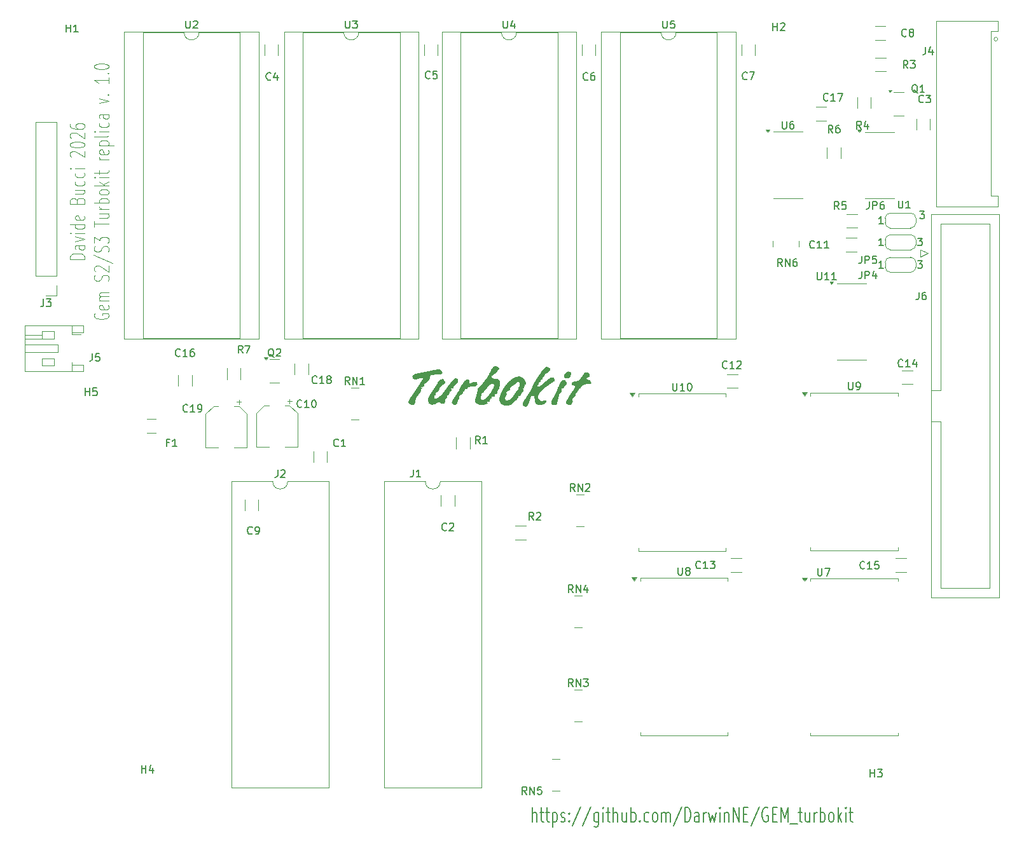
<source format=gbr>
%TF.GenerationSoftware,KiCad,Pcbnew,9.0.2*%
%TF.CreationDate,2026-02-14T11:32:14+01:00*%
%TF.ProjectId,turbokit_replica,74757262-6f6b-4697-945f-7265706c6963,0.1*%
%TF.SameCoordinates,Original*%
%TF.FileFunction,Legend,Top*%
%TF.FilePolarity,Positive*%
%FSLAX46Y46*%
G04 Gerber Fmt 4.6, Leading zero omitted, Abs format (unit mm)*
G04 Created by KiCad (PCBNEW 9.0.2) date 2026-02-14 11:32:14*
%MOMM*%
%LPD*%
G01*
G04 APERTURE LIST*
%ADD10C,0.162500*%
%ADD11C,0.125000*%
%ADD12C,0.150000*%
%ADD13C,0.120000*%
%ADD14C,0.000000*%
G04 APERTURE END LIST*
D10*
X140268830Y-148285988D02*
X140268830Y-146285988D01*
X140825973Y-148285988D02*
X140825973Y-147238369D01*
X140825973Y-147238369D02*
X140764068Y-147047892D01*
X140764068Y-147047892D02*
X140640259Y-146952654D01*
X140640259Y-146952654D02*
X140454545Y-146952654D01*
X140454545Y-146952654D02*
X140330735Y-147047892D01*
X140330735Y-147047892D02*
X140268830Y-147143130D01*
X141259306Y-146952654D02*
X141754544Y-146952654D01*
X141445020Y-146285988D02*
X141445020Y-148000273D01*
X141445020Y-148000273D02*
X141506925Y-148190750D01*
X141506925Y-148190750D02*
X141630735Y-148285988D01*
X141630735Y-148285988D02*
X141754544Y-148285988D01*
X142002163Y-146952654D02*
X142497401Y-146952654D01*
X142187877Y-146285988D02*
X142187877Y-148000273D01*
X142187877Y-148000273D02*
X142249782Y-148190750D01*
X142249782Y-148190750D02*
X142373592Y-148285988D01*
X142373592Y-148285988D02*
X142497401Y-148285988D01*
X142930734Y-146952654D02*
X142930734Y-148952654D01*
X142930734Y-147047892D02*
X143054544Y-146952654D01*
X143054544Y-146952654D02*
X143302163Y-146952654D01*
X143302163Y-146952654D02*
X143425972Y-147047892D01*
X143425972Y-147047892D02*
X143487877Y-147143130D01*
X143487877Y-147143130D02*
X143549782Y-147333607D01*
X143549782Y-147333607D02*
X143549782Y-147905035D01*
X143549782Y-147905035D02*
X143487877Y-148095511D01*
X143487877Y-148095511D02*
X143425972Y-148190750D01*
X143425972Y-148190750D02*
X143302163Y-148285988D01*
X143302163Y-148285988D02*
X143054544Y-148285988D01*
X143054544Y-148285988D02*
X142930734Y-148190750D01*
X144045020Y-148190750D02*
X144168829Y-148285988D01*
X144168829Y-148285988D02*
X144416448Y-148285988D01*
X144416448Y-148285988D02*
X144540258Y-148190750D01*
X144540258Y-148190750D02*
X144602162Y-148000273D01*
X144602162Y-148000273D02*
X144602162Y-147905035D01*
X144602162Y-147905035D02*
X144540258Y-147714559D01*
X144540258Y-147714559D02*
X144416448Y-147619321D01*
X144416448Y-147619321D02*
X144230734Y-147619321D01*
X144230734Y-147619321D02*
X144106924Y-147524083D01*
X144106924Y-147524083D02*
X144045020Y-147333607D01*
X144045020Y-147333607D02*
X144045020Y-147238369D01*
X144045020Y-147238369D02*
X144106924Y-147047892D01*
X144106924Y-147047892D02*
X144230734Y-146952654D01*
X144230734Y-146952654D02*
X144416448Y-146952654D01*
X144416448Y-146952654D02*
X144540258Y-147047892D01*
X145159305Y-148095511D02*
X145221210Y-148190750D01*
X145221210Y-148190750D02*
X145159305Y-148285988D01*
X145159305Y-148285988D02*
X145097401Y-148190750D01*
X145097401Y-148190750D02*
X145159305Y-148095511D01*
X145159305Y-148095511D02*
X145159305Y-148285988D01*
X145159305Y-147047892D02*
X145221210Y-147143130D01*
X145221210Y-147143130D02*
X145159305Y-147238369D01*
X145159305Y-147238369D02*
X145097401Y-147143130D01*
X145097401Y-147143130D02*
X145159305Y-147047892D01*
X145159305Y-147047892D02*
X145159305Y-147238369D01*
X146706925Y-146190750D02*
X145592639Y-148762178D01*
X148068830Y-146190750D02*
X146954544Y-148762178D01*
X149059306Y-146952654D02*
X149059306Y-148571702D01*
X149059306Y-148571702D02*
X148997401Y-148762178D01*
X148997401Y-148762178D02*
X148935497Y-148857416D01*
X148935497Y-148857416D02*
X148811687Y-148952654D01*
X148811687Y-148952654D02*
X148625973Y-148952654D01*
X148625973Y-148952654D02*
X148502163Y-148857416D01*
X149059306Y-148190750D02*
X148935497Y-148285988D01*
X148935497Y-148285988D02*
X148687878Y-148285988D01*
X148687878Y-148285988D02*
X148564068Y-148190750D01*
X148564068Y-148190750D02*
X148502163Y-148095511D01*
X148502163Y-148095511D02*
X148440259Y-147905035D01*
X148440259Y-147905035D02*
X148440259Y-147333607D01*
X148440259Y-147333607D02*
X148502163Y-147143130D01*
X148502163Y-147143130D02*
X148564068Y-147047892D01*
X148564068Y-147047892D02*
X148687878Y-146952654D01*
X148687878Y-146952654D02*
X148935497Y-146952654D01*
X148935497Y-146952654D02*
X149059306Y-147047892D01*
X149678353Y-148285988D02*
X149678353Y-146952654D01*
X149678353Y-146285988D02*
X149616449Y-146381226D01*
X149616449Y-146381226D02*
X149678353Y-146476464D01*
X149678353Y-146476464D02*
X149740258Y-146381226D01*
X149740258Y-146381226D02*
X149678353Y-146285988D01*
X149678353Y-146285988D02*
X149678353Y-146476464D01*
X150111687Y-146952654D02*
X150606925Y-146952654D01*
X150297401Y-146285988D02*
X150297401Y-148000273D01*
X150297401Y-148000273D02*
X150359306Y-148190750D01*
X150359306Y-148190750D02*
X150483116Y-148285988D01*
X150483116Y-148285988D02*
X150606925Y-148285988D01*
X151040258Y-148285988D02*
X151040258Y-146285988D01*
X151597401Y-148285988D02*
X151597401Y-147238369D01*
X151597401Y-147238369D02*
X151535496Y-147047892D01*
X151535496Y-147047892D02*
X151411687Y-146952654D01*
X151411687Y-146952654D02*
X151225973Y-146952654D01*
X151225973Y-146952654D02*
X151102163Y-147047892D01*
X151102163Y-147047892D02*
X151040258Y-147143130D01*
X152773591Y-146952654D02*
X152773591Y-148285988D01*
X152216448Y-146952654D02*
X152216448Y-148000273D01*
X152216448Y-148000273D02*
X152278353Y-148190750D01*
X152278353Y-148190750D02*
X152402163Y-148285988D01*
X152402163Y-148285988D02*
X152587877Y-148285988D01*
X152587877Y-148285988D02*
X152711686Y-148190750D01*
X152711686Y-148190750D02*
X152773591Y-148095511D01*
X153392638Y-148285988D02*
X153392638Y-146285988D01*
X153392638Y-147047892D02*
X153516448Y-146952654D01*
X153516448Y-146952654D02*
X153764067Y-146952654D01*
X153764067Y-146952654D02*
X153887876Y-147047892D01*
X153887876Y-147047892D02*
X153949781Y-147143130D01*
X153949781Y-147143130D02*
X154011686Y-147333607D01*
X154011686Y-147333607D02*
X154011686Y-147905035D01*
X154011686Y-147905035D02*
X153949781Y-148095511D01*
X153949781Y-148095511D02*
X153887876Y-148190750D01*
X153887876Y-148190750D02*
X153764067Y-148285988D01*
X153764067Y-148285988D02*
X153516448Y-148285988D01*
X153516448Y-148285988D02*
X153392638Y-148190750D01*
X154568828Y-148095511D02*
X154630733Y-148190750D01*
X154630733Y-148190750D02*
X154568828Y-148285988D01*
X154568828Y-148285988D02*
X154506924Y-148190750D01*
X154506924Y-148190750D02*
X154568828Y-148095511D01*
X154568828Y-148095511D02*
X154568828Y-148285988D01*
X155745019Y-148190750D02*
X155621210Y-148285988D01*
X155621210Y-148285988D02*
X155373591Y-148285988D01*
X155373591Y-148285988D02*
X155249781Y-148190750D01*
X155249781Y-148190750D02*
X155187876Y-148095511D01*
X155187876Y-148095511D02*
X155125972Y-147905035D01*
X155125972Y-147905035D02*
X155125972Y-147333607D01*
X155125972Y-147333607D02*
X155187876Y-147143130D01*
X155187876Y-147143130D02*
X155249781Y-147047892D01*
X155249781Y-147047892D02*
X155373591Y-146952654D01*
X155373591Y-146952654D02*
X155621210Y-146952654D01*
X155621210Y-146952654D02*
X155745019Y-147047892D01*
X156487877Y-148285988D02*
X156364067Y-148190750D01*
X156364067Y-148190750D02*
X156302162Y-148095511D01*
X156302162Y-148095511D02*
X156240258Y-147905035D01*
X156240258Y-147905035D02*
X156240258Y-147333607D01*
X156240258Y-147333607D02*
X156302162Y-147143130D01*
X156302162Y-147143130D02*
X156364067Y-147047892D01*
X156364067Y-147047892D02*
X156487877Y-146952654D01*
X156487877Y-146952654D02*
X156673591Y-146952654D01*
X156673591Y-146952654D02*
X156797400Y-147047892D01*
X156797400Y-147047892D02*
X156859305Y-147143130D01*
X156859305Y-147143130D02*
X156921210Y-147333607D01*
X156921210Y-147333607D02*
X156921210Y-147905035D01*
X156921210Y-147905035D02*
X156859305Y-148095511D01*
X156859305Y-148095511D02*
X156797400Y-148190750D01*
X156797400Y-148190750D02*
X156673591Y-148285988D01*
X156673591Y-148285988D02*
X156487877Y-148285988D01*
X157478352Y-148285988D02*
X157478352Y-146952654D01*
X157478352Y-147143130D02*
X157540257Y-147047892D01*
X157540257Y-147047892D02*
X157664067Y-146952654D01*
X157664067Y-146952654D02*
X157849781Y-146952654D01*
X157849781Y-146952654D02*
X157973590Y-147047892D01*
X157973590Y-147047892D02*
X158035495Y-147238369D01*
X158035495Y-147238369D02*
X158035495Y-148285988D01*
X158035495Y-147238369D02*
X158097400Y-147047892D01*
X158097400Y-147047892D02*
X158221209Y-146952654D01*
X158221209Y-146952654D02*
X158406924Y-146952654D01*
X158406924Y-146952654D02*
X158530733Y-147047892D01*
X158530733Y-147047892D02*
X158592638Y-147238369D01*
X158592638Y-147238369D02*
X158592638Y-148285988D01*
X160140257Y-146190750D02*
X159025971Y-148762178D01*
X160573590Y-148285988D02*
X160573590Y-146285988D01*
X160573590Y-146285988D02*
X160883114Y-146285988D01*
X160883114Y-146285988D02*
X161068828Y-146381226D01*
X161068828Y-146381226D02*
X161192638Y-146571702D01*
X161192638Y-146571702D02*
X161254543Y-146762178D01*
X161254543Y-146762178D02*
X161316447Y-147143130D01*
X161316447Y-147143130D02*
X161316447Y-147428845D01*
X161316447Y-147428845D02*
X161254543Y-147809797D01*
X161254543Y-147809797D02*
X161192638Y-148000273D01*
X161192638Y-148000273D02*
X161068828Y-148190750D01*
X161068828Y-148190750D02*
X160883114Y-148285988D01*
X160883114Y-148285988D02*
X160573590Y-148285988D01*
X162430733Y-148285988D02*
X162430733Y-147238369D01*
X162430733Y-147238369D02*
X162368828Y-147047892D01*
X162368828Y-147047892D02*
X162245019Y-146952654D01*
X162245019Y-146952654D02*
X161997400Y-146952654D01*
X161997400Y-146952654D02*
X161873590Y-147047892D01*
X162430733Y-148190750D02*
X162306924Y-148285988D01*
X162306924Y-148285988D02*
X161997400Y-148285988D01*
X161997400Y-148285988D02*
X161873590Y-148190750D01*
X161873590Y-148190750D02*
X161811686Y-148000273D01*
X161811686Y-148000273D02*
X161811686Y-147809797D01*
X161811686Y-147809797D02*
X161873590Y-147619321D01*
X161873590Y-147619321D02*
X161997400Y-147524083D01*
X161997400Y-147524083D02*
X162306924Y-147524083D01*
X162306924Y-147524083D02*
X162430733Y-147428845D01*
X163049780Y-148285988D02*
X163049780Y-146952654D01*
X163049780Y-147333607D02*
X163111685Y-147143130D01*
X163111685Y-147143130D02*
X163173590Y-147047892D01*
X163173590Y-147047892D02*
X163297399Y-146952654D01*
X163297399Y-146952654D02*
X163421209Y-146952654D01*
X163730733Y-146952654D02*
X163978352Y-148285988D01*
X163978352Y-148285988D02*
X164225971Y-147333607D01*
X164225971Y-147333607D02*
X164473590Y-148285988D01*
X164473590Y-148285988D02*
X164721209Y-146952654D01*
X165216447Y-148285988D02*
X165216447Y-146952654D01*
X165216447Y-146285988D02*
X165154543Y-146381226D01*
X165154543Y-146381226D02*
X165216447Y-146476464D01*
X165216447Y-146476464D02*
X165278352Y-146381226D01*
X165278352Y-146381226D02*
X165216447Y-146285988D01*
X165216447Y-146285988D02*
X165216447Y-146476464D01*
X165835495Y-146952654D02*
X165835495Y-148285988D01*
X165835495Y-147143130D02*
X165897400Y-147047892D01*
X165897400Y-147047892D02*
X166021210Y-146952654D01*
X166021210Y-146952654D02*
X166206924Y-146952654D01*
X166206924Y-146952654D02*
X166330733Y-147047892D01*
X166330733Y-147047892D02*
X166392638Y-147238369D01*
X166392638Y-147238369D02*
X166392638Y-148285988D01*
X167011685Y-148285988D02*
X167011685Y-146285988D01*
X167011685Y-146285988D02*
X167754542Y-148285988D01*
X167754542Y-148285988D02*
X167754542Y-146285988D01*
X168373590Y-147238369D02*
X168806924Y-147238369D01*
X168992638Y-148285988D02*
X168373590Y-148285988D01*
X168373590Y-148285988D02*
X168373590Y-146285988D01*
X168373590Y-146285988D02*
X168992638Y-146285988D01*
X170478352Y-146190750D02*
X169364066Y-148762178D01*
X171592638Y-146381226D02*
X171468828Y-146285988D01*
X171468828Y-146285988D02*
X171283114Y-146285988D01*
X171283114Y-146285988D02*
X171097400Y-146381226D01*
X171097400Y-146381226D02*
X170973590Y-146571702D01*
X170973590Y-146571702D02*
X170911685Y-146762178D01*
X170911685Y-146762178D02*
X170849781Y-147143130D01*
X170849781Y-147143130D02*
X170849781Y-147428845D01*
X170849781Y-147428845D02*
X170911685Y-147809797D01*
X170911685Y-147809797D02*
X170973590Y-148000273D01*
X170973590Y-148000273D02*
X171097400Y-148190750D01*
X171097400Y-148190750D02*
X171283114Y-148285988D01*
X171283114Y-148285988D02*
X171406923Y-148285988D01*
X171406923Y-148285988D02*
X171592638Y-148190750D01*
X171592638Y-148190750D02*
X171654542Y-148095511D01*
X171654542Y-148095511D02*
X171654542Y-147428845D01*
X171654542Y-147428845D02*
X171406923Y-147428845D01*
X172211685Y-147238369D02*
X172645019Y-147238369D01*
X172830733Y-148285988D02*
X172211685Y-148285988D01*
X172211685Y-148285988D02*
X172211685Y-146285988D01*
X172211685Y-146285988D02*
X172830733Y-146285988D01*
X173387875Y-148285988D02*
X173387875Y-146285988D01*
X173387875Y-146285988D02*
X173821209Y-147714559D01*
X173821209Y-147714559D02*
X174254542Y-146285988D01*
X174254542Y-146285988D02*
X174254542Y-148285988D01*
X174564066Y-148476464D02*
X175554542Y-148476464D01*
X175678351Y-146952654D02*
X176173589Y-146952654D01*
X175864065Y-146285988D02*
X175864065Y-148000273D01*
X175864065Y-148000273D02*
X175925970Y-148190750D01*
X175925970Y-148190750D02*
X176049780Y-148285988D01*
X176049780Y-148285988D02*
X176173589Y-148285988D01*
X177164065Y-146952654D02*
X177164065Y-148285988D01*
X176606922Y-146952654D02*
X176606922Y-148000273D01*
X176606922Y-148000273D02*
X176668827Y-148190750D01*
X176668827Y-148190750D02*
X176792637Y-148285988D01*
X176792637Y-148285988D02*
X176978351Y-148285988D01*
X176978351Y-148285988D02*
X177102160Y-148190750D01*
X177102160Y-148190750D02*
X177164065Y-148095511D01*
X177783112Y-148285988D02*
X177783112Y-146952654D01*
X177783112Y-147333607D02*
X177845017Y-147143130D01*
X177845017Y-147143130D02*
X177906922Y-147047892D01*
X177906922Y-147047892D02*
X178030731Y-146952654D01*
X178030731Y-146952654D02*
X178154541Y-146952654D01*
X178587874Y-148285988D02*
X178587874Y-146285988D01*
X178587874Y-147047892D02*
X178711684Y-146952654D01*
X178711684Y-146952654D02*
X178959303Y-146952654D01*
X178959303Y-146952654D02*
X179083112Y-147047892D01*
X179083112Y-147047892D02*
X179145017Y-147143130D01*
X179145017Y-147143130D02*
X179206922Y-147333607D01*
X179206922Y-147333607D02*
X179206922Y-147905035D01*
X179206922Y-147905035D02*
X179145017Y-148095511D01*
X179145017Y-148095511D02*
X179083112Y-148190750D01*
X179083112Y-148190750D02*
X178959303Y-148285988D01*
X178959303Y-148285988D02*
X178711684Y-148285988D01*
X178711684Y-148285988D02*
X178587874Y-148190750D01*
X179949779Y-148285988D02*
X179825969Y-148190750D01*
X179825969Y-148190750D02*
X179764064Y-148095511D01*
X179764064Y-148095511D02*
X179702160Y-147905035D01*
X179702160Y-147905035D02*
X179702160Y-147333607D01*
X179702160Y-147333607D02*
X179764064Y-147143130D01*
X179764064Y-147143130D02*
X179825969Y-147047892D01*
X179825969Y-147047892D02*
X179949779Y-146952654D01*
X179949779Y-146952654D02*
X180135493Y-146952654D01*
X180135493Y-146952654D02*
X180259302Y-147047892D01*
X180259302Y-147047892D02*
X180321207Y-147143130D01*
X180321207Y-147143130D02*
X180383112Y-147333607D01*
X180383112Y-147333607D02*
X180383112Y-147905035D01*
X180383112Y-147905035D02*
X180321207Y-148095511D01*
X180321207Y-148095511D02*
X180259302Y-148190750D01*
X180259302Y-148190750D02*
X180135493Y-148285988D01*
X180135493Y-148285988D02*
X179949779Y-148285988D01*
X180940254Y-148285988D02*
X180940254Y-146285988D01*
X181064064Y-147524083D02*
X181435492Y-148285988D01*
X181435492Y-146952654D02*
X180940254Y-147714559D01*
X181992635Y-148285988D02*
X181992635Y-146952654D01*
X181992635Y-146285988D02*
X181930731Y-146381226D01*
X181930731Y-146381226D02*
X181992635Y-146476464D01*
X181992635Y-146476464D02*
X182054540Y-146381226D01*
X182054540Y-146381226D02*
X181992635Y-146285988D01*
X181992635Y-146285988D02*
X181992635Y-146476464D01*
X182425969Y-146952654D02*
X182921207Y-146952654D01*
X182611683Y-146285988D02*
X182611683Y-148000273D01*
X182611683Y-148000273D02*
X182673588Y-148190750D01*
X182673588Y-148190750D02*
X182797398Y-148285988D01*
X182797398Y-148285988D02*
X182921207Y-148285988D01*
D11*
X80678850Y-73282142D02*
X78678850Y-73282142D01*
X78678850Y-73282142D02*
X78678850Y-72972618D01*
X78678850Y-72972618D02*
X78774088Y-72786904D01*
X78774088Y-72786904D02*
X78964564Y-72663094D01*
X78964564Y-72663094D02*
X79155040Y-72601189D01*
X79155040Y-72601189D02*
X79535992Y-72539285D01*
X79535992Y-72539285D02*
X79821707Y-72539285D01*
X79821707Y-72539285D02*
X80202659Y-72601189D01*
X80202659Y-72601189D02*
X80393135Y-72663094D01*
X80393135Y-72663094D02*
X80583612Y-72786904D01*
X80583612Y-72786904D02*
X80678850Y-72972618D01*
X80678850Y-72972618D02*
X80678850Y-73282142D01*
X80678850Y-71424999D02*
X79631231Y-71424999D01*
X79631231Y-71424999D02*
X79440754Y-71486904D01*
X79440754Y-71486904D02*
X79345516Y-71610713D01*
X79345516Y-71610713D02*
X79345516Y-71858332D01*
X79345516Y-71858332D02*
X79440754Y-71982142D01*
X80583612Y-71424999D02*
X80678850Y-71548808D01*
X80678850Y-71548808D02*
X80678850Y-71858332D01*
X80678850Y-71858332D02*
X80583612Y-71982142D01*
X80583612Y-71982142D02*
X80393135Y-72044046D01*
X80393135Y-72044046D02*
X80202659Y-72044046D01*
X80202659Y-72044046D02*
X80012183Y-71982142D01*
X80012183Y-71982142D02*
X79916945Y-71858332D01*
X79916945Y-71858332D02*
X79916945Y-71548808D01*
X79916945Y-71548808D02*
X79821707Y-71424999D01*
X79345516Y-70929761D02*
X80678850Y-70620237D01*
X80678850Y-70620237D02*
X79345516Y-70310714D01*
X80678850Y-69815476D02*
X79345516Y-69815476D01*
X78678850Y-69815476D02*
X78774088Y-69877380D01*
X78774088Y-69877380D02*
X78869326Y-69815476D01*
X78869326Y-69815476D02*
X78774088Y-69753571D01*
X78774088Y-69753571D02*
X78678850Y-69815476D01*
X78678850Y-69815476D02*
X78869326Y-69815476D01*
X80678850Y-68639285D02*
X78678850Y-68639285D01*
X80583612Y-68639285D02*
X80678850Y-68763094D01*
X80678850Y-68763094D02*
X80678850Y-69010713D01*
X80678850Y-69010713D02*
X80583612Y-69134523D01*
X80583612Y-69134523D02*
X80488373Y-69196428D01*
X80488373Y-69196428D02*
X80297897Y-69258332D01*
X80297897Y-69258332D02*
X79726469Y-69258332D01*
X79726469Y-69258332D02*
X79535992Y-69196428D01*
X79535992Y-69196428D02*
X79440754Y-69134523D01*
X79440754Y-69134523D02*
X79345516Y-69010713D01*
X79345516Y-69010713D02*
X79345516Y-68763094D01*
X79345516Y-68763094D02*
X79440754Y-68639285D01*
X80583612Y-67525000D02*
X80678850Y-67648809D01*
X80678850Y-67648809D02*
X80678850Y-67896428D01*
X80678850Y-67896428D02*
X80583612Y-68020238D01*
X80583612Y-68020238D02*
X80393135Y-68082142D01*
X80393135Y-68082142D02*
X79631231Y-68082142D01*
X79631231Y-68082142D02*
X79440754Y-68020238D01*
X79440754Y-68020238D02*
X79345516Y-67896428D01*
X79345516Y-67896428D02*
X79345516Y-67648809D01*
X79345516Y-67648809D02*
X79440754Y-67525000D01*
X79440754Y-67525000D02*
X79631231Y-67463095D01*
X79631231Y-67463095D02*
X79821707Y-67463095D01*
X79821707Y-67463095D02*
X80012183Y-68082142D01*
X79631231Y-65482142D02*
X79726469Y-65296428D01*
X79726469Y-65296428D02*
X79821707Y-65234523D01*
X79821707Y-65234523D02*
X80012183Y-65172619D01*
X80012183Y-65172619D02*
X80297897Y-65172619D01*
X80297897Y-65172619D02*
X80488373Y-65234523D01*
X80488373Y-65234523D02*
X80583612Y-65296428D01*
X80583612Y-65296428D02*
X80678850Y-65420238D01*
X80678850Y-65420238D02*
X80678850Y-65915476D01*
X80678850Y-65915476D02*
X78678850Y-65915476D01*
X78678850Y-65915476D02*
X78678850Y-65482142D01*
X78678850Y-65482142D02*
X78774088Y-65358333D01*
X78774088Y-65358333D02*
X78869326Y-65296428D01*
X78869326Y-65296428D02*
X79059802Y-65234523D01*
X79059802Y-65234523D02*
X79250278Y-65234523D01*
X79250278Y-65234523D02*
X79440754Y-65296428D01*
X79440754Y-65296428D02*
X79535992Y-65358333D01*
X79535992Y-65358333D02*
X79631231Y-65482142D01*
X79631231Y-65482142D02*
X79631231Y-65915476D01*
X79345516Y-64058333D02*
X80678850Y-64058333D01*
X79345516Y-64615476D02*
X80393135Y-64615476D01*
X80393135Y-64615476D02*
X80583612Y-64553571D01*
X80583612Y-64553571D02*
X80678850Y-64429761D01*
X80678850Y-64429761D02*
X80678850Y-64244047D01*
X80678850Y-64244047D02*
X80583612Y-64120238D01*
X80583612Y-64120238D02*
X80488373Y-64058333D01*
X80583612Y-62882143D02*
X80678850Y-63005952D01*
X80678850Y-63005952D02*
X80678850Y-63253571D01*
X80678850Y-63253571D02*
X80583612Y-63377381D01*
X80583612Y-63377381D02*
X80488373Y-63439286D01*
X80488373Y-63439286D02*
X80297897Y-63501190D01*
X80297897Y-63501190D02*
X79726469Y-63501190D01*
X79726469Y-63501190D02*
X79535992Y-63439286D01*
X79535992Y-63439286D02*
X79440754Y-63377381D01*
X79440754Y-63377381D02*
X79345516Y-63253571D01*
X79345516Y-63253571D02*
X79345516Y-63005952D01*
X79345516Y-63005952D02*
X79440754Y-62882143D01*
X80583612Y-61767857D02*
X80678850Y-61891666D01*
X80678850Y-61891666D02*
X80678850Y-62139285D01*
X80678850Y-62139285D02*
X80583612Y-62263095D01*
X80583612Y-62263095D02*
X80488373Y-62325000D01*
X80488373Y-62325000D02*
X80297897Y-62386904D01*
X80297897Y-62386904D02*
X79726469Y-62386904D01*
X79726469Y-62386904D02*
X79535992Y-62325000D01*
X79535992Y-62325000D02*
X79440754Y-62263095D01*
X79440754Y-62263095D02*
X79345516Y-62139285D01*
X79345516Y-62139285D02*
X79345516Y-61891666D01*
X79345516Y-61891666D02*
X79440754Y-61767857D01*
X80678850Y-61210714D02*
X79345516Y-61210714D01*
X78678850Y-61210714D02*
X78774088Y-61272618D01*
X78774088Y-61272618D02*
X78869326Y-61210714D01*
X78869326Y-61210714D02*
X78774088Y-61148809D01*
X78774088Y-61148809D02*
X78678850Y-61210714D01*
X78678850Y-61210714D02*
X78869326Y-61210714D01*
X78869326Y-59663094D02*
X78774088Y-59601190D01*
X78774088Y-59601190D02*
X78678850Y-59477380D01*
X78678850Y-59477380D02*
X78678850Y-59167856D01*
X78678850Y-59167856D02*
X78774088Y-59044047D01*
X78774088Y-59044047D02*
X78869326Y-58982142D01*
X78869326Y-58982142D02*
X79059802Y-58920237D01*
X79059802Y-58920237D02*
X79250278Y-58920237D01*
X79250278Y-58920237D02*
X79535992Y-58982142D01*
X79535992Y-58982142D02*
X80678850Y-59724999D01*
X80678850Y-59724999D02*
X80678850Y-58920237D01*
X78678850Y-58115476D02*
X78678850Y-57991666D01*
X78678850Y-57991666D02*
X78774088Y-57867857D01*
X78774088Y-57867857D02*
X78869326Y-57805952D01*
X78869326Y-57805952D02*
X79059802Y-57744047D01*
X79059802Y-57744047D02*
X79440754Y-57682142D01*
X79440754Y-57682142D02*
X79916945Y-57682142D01*
X79916945Y-57682142D02*
X80297897Y-57744047D01*
X80297897Y-57744047D02*
X80488373Y-57805952D01*
X80488373Y-57805952D02*
X80583612Y-57867857D01*
X80583612Y-57867857D02*
X80678850Y-57991666D01*
X80678850Y-57991666D02*
X80678850Y-58115476D01*
X80678850Y-58115476D02*
X80583612Y-58239285D01*
X80583612Y-58239285D02*
X80488373Y-58301190D01*
X80488373Y-58301190D02*
X80297897Y-58363095D01*
X80297897Y-58363095D02*
X79916945Y-58424999D01*
X79916945Y-58424999D02*
X79440754Y-58424999D01*
X79440754Y-58424999D02*
X79059802Y-58363095D01*
X79059802Y-58363095D02*
X78869326Y-58301190D01*
X78869326Y-58301190D02*
X78774088Y-58239285D01*
X78774088Y-58239285D02*
X78678850Y-58115476D01*
X78869326Y-57186904D02*
X78774088Y-57125000D01*
X78774088Y-57125000D02*
X78678850Y-57001190D01*
X78678850Y-57001190D02*
X78678850Y-56691666D01*
X78678850Y-56691666D02*
X78774088Y-56567857D01*
X78774088Y-56567857D02*
X78869326Y-56505952D01*
X78869326Y-56505952D02*
X79059802Y-56444047D01*
X79059802Y-56444047D02*
X79250278Y-56444047D01*
X79250278Y-56444047D02*
X79535992Y-56505952D01*
X79535992Y-56505952D02*
X80678850Y-57248809D01*
X80678850Y-57248809D02*
X80678850Y-56444047D01*
X78678850Y-55329762D02*
X78678850Y-55577381D01*
X78678850Y-55577381D02*
X78774088Y-55701190D01*
X78774088Y-55701190D02*
X78869326Y-55763095D01*
X78869326Y-55763095D02*
X79155040Y-55886905D01*
X79155040Y-55886905D02*
X79535992Y-55948809D01*
X79535992Y-55948809D02*
X80297897Y-55948809D01*
X80297897Y-55948809D02*
X80488373Y-55886905D01*
X80488373Y-55886905D02*
X80583612Y-55825000D01*
X80583612Y-55825000D02*
X80678850Y-55701190D01*
X80678850Y-55701190D02*
X80678850Y-55453571D01*
X80678850Y-55453571D02*
X80583612Y-55329762D01*
X80583612Y-55329762D02*
X80488373Y-55267857D01*
X80488373Y-55267857D02*
X80297897Y-55205952D01*
X80297897Y-55205952D02*
X79821707Y-55205952D01*
X79821707Y-55205952D02*
X79631231Y-55267857D01*
X79631231Y-55267857D02*
X79535992Y-55329762D01*
X79535992Y-55329762D02*
X79440754Y-55453571D01*
X79440754Y-55453571D02*
X79440754Y-55701190D01*
X79440754Y-55701190D02*
X79535992Y-55825000D01*
X79535992Y-55825000D02*
X79631231Y-55886905D01*
X79631231Y-55886905D02*
X79821707Y-55948809D01*
X81993976Y-80555950D02*
X81898738Y-80679760D01*
X81898738Y-80679760D02*
X81898738Y-80865474D01*
X81898738Y-80865474D02*
X81993976Y-81051188D01*
X81993976Y-81051188D02*
X82184452Y-81174998D01*
X82184452Y-81174998D02*
X82374928Y-81236903D01*
X82374928Y-81236903D02*
X82755880Y-81298807D01*
X82755880Y-81298807D02*
X83041595Y-81298807D01*
X83041595Y-81298807D02*
X83422547Y-81236903D01*
X83422547Y-81236903D02*
X83613023Y-81174998D01*
X83613023Y-81174998D02*
X83803500Y-81051188D01*
X83803500Y-81051188D02*
X83898738Y-80865474D01*
X83898738Y-80865474D02*
X83898738Y-80741665D01*
X83898738Y-80741665D02*
X83803500Y-80555950D01*
X83803500Y-80555950D02*
X83708261Y-80494046D01*
X83708261Y-80494046D02*
X83041595Y-80494046D01*
X83041595Y-80494046D02*
X83041595Y-80741665D01*
X83803500Y-79441665D02*
X83898738Y-79565474D01*
X83898738Y-79565474D02*
X83898738Y-79813093D01*
X83898738Y-79813093D02*
X83803500Y-79936903D01*
X83803500Y-79936903D02*
X83613023Y-79998807D01*
X83613023Y-79998807D02*
X82851119Y-79998807D01*
X82851119Y-79998807D02*
X82660642Y-79936903D01*
X82660642Y-79936903D02*
X82565404Y-79813093D01*
X82565404Y-79813093D02*
X82565404Y-79565474D01*
X82565404Y-79565474D02*
X82660642Y-79441665D01*
X82660642Y-79441665D02*
X82851119Y-79379760D01*
X82851119Y-79379760D02*
X83041595Y-79379760D01*
X83041595Y-79379760D02*
X83232071Y-79998807D01*
X83898738Y-78822617D02*
X82565404Y-78822617D01*
X82755880Y-78822617D02*
X82660642Y-78760712D01*
X82660642Y-78760712D02*
X82565404Y-78636902D01*
X82565404Y-78636902D02*
X82565404Y-78451188D01*
X82565404Y-78451188D02*
X82660642Y-78327379D01*
X82660642Y-78327379D02*
X82851119Y-78265474D01*
X82851119Y-78265474D02*
X83898738Y-78265474D01*
X82851119Y-78265474D02*
X82660642Y-78203569D01*
X82660642Y-78203569D02*
X82565404Y-78079760D01*
X82565404Y-78079760D02*
X82565404Y-77894045D01*
X82565404Y-77894045D02*
X82660642Y-77770236D01*
X82660642Y-77770236D02*
X82851119Y-77708331D01*
X82851119Y-77708331D02*
X83898738Y-77708331D01*
X83803500Y-76160712D02*
X83898738Y-75974998D01*
X83898738Y-75974998D02*
X83898738Y-75665474D01*
X83898738Y-75665474D02*
X83803500Y-75541665D01*
X83803500Y-75541665D02*
X83708261Y-75479760D01*
X83708261Y-75479760D02*
X83517785Y-75417855D01*
X83517785Y-75417855D02*
X83327309Y-75417855D01*
X83327309Y-75417855D02*
X83136833Y-75479760D01*
X83136833Y-75479760D02*
X83041595Y-75541665D01*
X83041595Y-75541665D02*
X82946357Y-75665474D01*
X82946357Y-75665474D02*
X82851119Y-75913093D01*
X82851119Y-75913093D02*
X82755880Y-76036903D01*
X82755880Y-76036903D02*
X82660642Y-76098808D01*
X82660642Y-76098808D02*
X82470166Y-76160712D01*
X82470166Y-76160712D02*
X82279690Y-76160712D01*
X82279690Y-76160712D02*
X82089214Y-76098808D01*
X82089214Y-76098808D02*
X81993976Y-76036903D01*
X81993976Y-76036903D02*
X81898738Y-75913093D01*
X81898738Y-75913093D02*
X81898738Y-75603570D01*
X81898738Y-75603570D02*
X81993976Y-75417855D01*
X82089214Y-74922617D02*
X81993976Y-74860713D01*
X81993976Y-74860713D02*
X81898738Y-74736903D01*
X81898738Y-74736903D02*
X81898738Y-74427379D01*
X81898738Y-74427379D02*
X81993976Y-74303570D01*
X81993976Y-74303570D02*
X82089214Y-74241665D01*
X82089214Y-74241665D02*
X82279690Y-74179760D01*
X82279690Y-74179760D02*
X82470166Y-74179760D01*
X82470166Y-74179760D02*
X82755880Y-74241665D01*
X82755880Y-74241665D02*
X83898738Y-74984522D01*
X83898738Y-74984522D02*
X83898738Y-74179760D01*
X81803500Y-72694046D02*
X84374928Y-73808332D01*
X83803500Y-72322617D02*
X83898738Y-72136903D01*
X83898738Y-72136903D02*
X83898738Y-71827379D01*
X83898738Y-71827379D02*
X83803500Y-71703570D01*
X83803500Y-71703570D02*
X83708261Y-71641665D01*
X83708261Y-71641665D02*
X83517785Y-71579760D01*
X83517785Y-71579760D02*
X83327309Y-71579760D01*
X83327309Y-71579760D02*
X83136833Y-71641665D01*
X83136833Y-71641665D02*
X83041595Y-71703570D01*
X83041595Y-71703570D02*
X82946357Y-71827379D01*
X82946357Y-71827379D02*
X82851119Y-72074998D01*
X82851119Y-72074998D02*
X82755880Y-72198808D01*
X82755880Y-72198808D02*
X82660642Y-72260713D01*
X82660642Y-72260713D02*
X82470166Y-72322617D01*
X82470166Y-72322617D02*
X82279690Y-72322617D01*
X82279690Y-72322617D02*
X82089214Y-72260713D01*
X82089214Y-72260713D02*
X81993976Y-72198808D01*
X81993976Y-72198808D02*
X81898738Y-72074998D01*
X81898738Y-72074998D02*
X81898738Y-71765475D01*
X81898738Y-71765475D02*
X81993976Y-71579760D01*
X81898738Y-71146427D02*
X81898738Y-70341665D01*
X81898738Y-70341665D02*
X82660642Y-70774999D01*
X82660642Y-70774999D02*
X82660642Y-70589284D01*
X82660642Y-70589284D02*
X82755880Y-70465475D01*
X82755880Y-70465475D02*
X82851119Y-70403570D01*
X82851119Y-70403570D02*
X83041595Y-70341665D01*
X83041595Y-70341665D02*
X83517785Y-70341665D01*
X83517785Y-70341665D02*
X83708261Y-70403570D01*
X83708261Y-70403570D02*
X83803500Y-70465475D01*
X83803500Y-70465475D02*
X83898738Y-70589284D01*
X83898738Y-70589284D02*
X83898738Y-70960713D01*
X83898738Y-70960713D02*
X83803500Y-71084522D01*
X83803500Y-71084522D02*
X83708261Y-71146427D01*
X81898738Y-68979761D02*
X81898738Y-68236904D01*
X83898738Y-68608332D02*
X81898738Y-68608332D01*
X82565404Y-67246428D02*
X83898738Y-67246428D01*
X82565404Y-67803571D02*
X83613023Y-67803571D01*
X83613023Y-67803571D02*
X83803500Y-67741666D01*
X83803500Y-67741666D02*
X83898738Y-67617856D01*
X83898738Y-67617856D02*
X83898738Y-67432142D01*
X83898738Y-67432142D02*
X83803500Y-67308333D01*
X83803500Y-67308333D02*
X83708261Y-67246428D01*
X83898738Y-66627381D02*
X82565404Y-66627381D01*
X82946357Y-66627381D02*
X82755880Y-66565476D01*
X82755880Y-66565476D02*
X82660642Y-66503571D01*
X82660642Y-66503571D02*
X82565404Y-66379762D01*
X82565404Y-66379762D02*
X82565404Y-66255952D01*
X83898738Y-65822619D02*
X81898738Y-65822619D01*
X82660642Y-65822619D02*
X82565404Y-65698809D01*
X82565404Y-65698809D02*
X82565404Y-65451190D01*
X82565404Y-65451190D02*
X82660642Y-65327381D01*
X82660642Y-65327381D02*
X82755880Y-65265476D01*
X82755880Y-65265476D02*
X82946357Y-65203571D01*
X82946357Y-65203571D02*
X83517785Y-65203571D01*
X83517785Y-65203571D02*
X83708261Y-65265476D01*
X83708261Y-65265476D02*
X83803500Y-65327381D01*
X83803500Y-65327381D02*
X83898738Y-65451190D01*
X83898738Y-65451190D02*
X83898738Y-65698809D01*
X83898738Y-65698809D02*
X83803500Y-65822619D01*
X83898738Y-64460714D02*
X83803500Y-64584524D01*
X83803500Y-64584524D02*
X83708261Y-64646429D01*
X83708261Y-64646429D02*
X83517785Y-64708333D01*
X83517785Y-64708333D02*
X82946357Y-64708333D01*
X82946357Y-64708333D02*
X82755880Y-64646429D01*
X82755880Y-64646429D02*
X82660642Y-64584524D01*
X82660642Y-64584524D02*
X82565404Y-64460714D01*
X82565404Y-64460714D02*
X82565404Y-64275000D01*
X82565404Y-64275000D02*
X82660642Y-64151191D01*
X82660642Y-64151191D02*
X82755880Y-64089286D01*
X82755880Y-64089286D02*
X82946357Y-64027381D01*
X82946357Y-64027381D02*
X83517785Y-64027381D01*
X83517785Y-64027381D02*
X83708261Y-64089286D01*
X83708261Y-64089286D02*
X83803500Y-64151191D01*
X83803500Y-64151191D02*
X83898738Y-64275000D01*
X83898738Y-64275000D02*
X83898738Y-64460714D01*
X83898738Y-63470239D02*
X81898738Y-63470239D01*
X83136833Y-63346429D02*
X83898738Y-62975001D01*
X82565404Y-62975001D02*
X83327309Y-63470239D01*
X83898738Y-62417858D02*
X82565404Y-62417858D01*
X81898738Y-62417858D02*
X81993976Y-62479762D01*
X81993976Y-62479762D02*
X82089214Y-62417858D01*
X82089214Y-62417858D02*
X81993976Y-62355953D01*
X81993976Y-62355953D02*
X81898738Y-62417858D01*
X81898738Y-62417858D02*
X82089214Y-62417858D01*
X82565404Y-61984524D02*
X82565404Y-61489286D01*
X81898738Y-61798810D02*
X83613023Y-61798810D01*
X83613023Y-61798810D02*
X83803500Y-61736905D01*
X83803500Y-61736905D02*
X83898738Y-61613095D01*
X83898738Y-61613095D02*
X83898738Y-61489286D01*
X83898738Y-60065477D02*
X82565404Y-60065477D01*
X82946357Y-60065477D02*
X82755880Y-60003572D01*
X82755880Y-60003572D02*
X82660642Y-59941667D01*
X82660642Y-59941667D02*
X82565404Y-59817858D01*
X82565404Y-59817858D02*
X82565404Y-59694048D01*
X83803500Y-58765477D02*
X83898738Y-58889286D01*
X83898738Y-58889286D02*
X83898738Y-59136905D01*
X83898738Y-59136905D02*
X83803500Y-59260715D01*
X83803500Y-59260715D02*
X83613023Y-59322619D01*
X83613023Y-59322619D02*
X82851119Y-59322619D01*
X82851119Y-59322619D02*
X82660642Y-59260715D01*
X82660642Y-59260715D02*
X82565404Y-59136905D01*
X82565404Y-59136905D02*
X82565404Y-58889286D01*
X82565404Y-58889286D02*
X82660642Y-58765477D01*
X82660642Y-58765477D02*
X82851119Y-58703572D01*
X82851119Y-58703572D02*
X83041595Y-58703572D01*
X83041595Y-58703572D02*
X83232071Y-59322619D01*
X82565404Y-58146429D02*
X84565404Y-58146429D01*
X82660642Y-58146429D02*
X82565404Y-58022619D01*
X82565404Y-58022619D02*
X82565404Y-57775000D01*
X82565404Y-57775000D02*
X82660642Y-57651191D01*
X82660642Y-57651191D02*
X82755880Y-57589286D01*
X82755880Y-57589286D02*
X82946357Y-57527381D01*
X82946357Y-57527381D02*
X83517785Y-57527381D01*
X83517785Y-57527381D02*
X83708261Y-57589286D01*
X83708261Y-57589286D02*
X83803500Y-57651191D01*
X83803500Y-57651191D02*
X83898738Y-57775000D01*
X83898738Y-57775000D02*
X83898738Y-58022619D01*
X83898738Y-58022619D02*
X83803500Y-58146429D01*
X83898738Y-56784524D02*
X83803500Y-56908334D01*
X83803500Y-56908334D02*
X83613023Y-56970239D01*
X83613023Y-56970239D02*
X81898738Y-56970239D01*
X83898738Y-56289287D02*
X82565404Y-56289287D01*
X81898738Y-56289287D02*
X81993976Y-56351191D01*
X81993976Y-56351191D02*
X82089214Y-56289287D01*
X82089214Y-56289287D02*
X81993976Y-56227382D01*
X81993976Y-56227382D02*
X81898738Y-56289287D01*
X81898738Y-56289287D02*
X82089214Y-56289287D01*
X83803500Y-55113096D02*
X83898738Y-55236905D01*
X83898738Y-55236905D02*
X83898738Y-55484524D01*
X83898738Y-55484524D02*
X83803500Y-55608334D01*
X83803500Y-55608334D02*
X83708261Y-55670239D01*
X83708261Y-55670239D02*
X83517785Y-55732143D01*
X83517785Y-55732143D02*
X82946357Y-55732143D01*
X82946357Y-55732143D02*
X82755880Y-55670239D01*
X82755880Y-55670239D02*
X82660642Y-55608334D01*
X82660642Y-55608334D02*
X82565404Y-55484524D01*
X82565404Y-55484524D02*
X82565404Y-55236905D01*
X82565404Y-55236905D02*
X82660642Y-55113096D01*
X83898738Y-53998810D02*
X82851119Y-53998810D01*
X82851119Y-53998810D02*
X82660642Y-54060715D01*
X82660642Y-54060715D02*
X82565404Y-54184524D01*
X82565404Y-54184524D02*
X82565404Y-54432143D01*
X82565404Y-54432143D02*
X82660642Y-54555953D01*
X83803500Y-53998810D02*
X83898738Y-54122619D01*
X83898738Y-54122619D02*
X83898738Y-54432143D01*
X83898738Y-54432143D02*
X83803500Y-54555953D01*
X83803500Y-54555953D02*
X83613023Y-54617857D01*
X83613023Y-54617857D02*
X83422547Y-54617857D01*
X83422547Y-54617857D02*
X83232071Y-54555953D01*
X83232071Y-54555953D02*
X83136833Y-54432143D01*
X83136833Y-54432143D02*
X83136833Y-54122619D01*
X83136833Y-54122619D02*
X83041595Y-53998810D01*
X82565404Y-52513096D02*
X83898738Y-52203572D01*
X83898738Y-52203572D02*
X82565404Y-51894049D01*
X83708261Y-51398811D02*
X83803500Y-51336906D01*
X83803500Y-51336906D02*
X83898738Y-51398811D01*
X83898738Y-51398811D02*
X83803500Y-51460715D01*
X83803500Y-51460715D02*
X83708261Y-51398811D01*
X83708261Y-51398811D02*
X83898738Y-51398811D01*
X83898738Y-49108334D02*
X83898738Y-49851191D01*
X83898738Y-49479763D02*
X81898738Y-49479763D01*
X81898738Y-49479763D02*
X82184452Y-49603572D01*
X82184452Y-49603572D02*
X82374928Y-49727382D01*
X82374928Y-49727382D02*
X82470166Y-49851191D01*
X83708261Y-48551192D02*
X83803500Y-48489287D01*
X83803500Y-48489287D02*
X83898738Y-48551192D01*
X83898738Y-48551192D02*
X83803500Y-48613096D01*
X83803500Y-48613096D02*
X83708261Y-48551192D01*
X83708261Y-48551192D02*
X83898738Y-48551192D01*
X81898738Y-47684525D02*
X81898738Y-47560715D01*
X81898738Y-47560715D02*
X81993976Y-47436906D01*
X81993976Y-47436906D02*
X82089214Y-47375001D01*
X82089214Y-47375001D02*
X82279690Y-47313096D01*
X82279690Y-47313096D02*
X82660642Y-47251191D01*
X82660642Y-47251191D02*
X83136833Y-47251191D01*
X83136833Y-47251191D02*
X83517785Y-47313096D01*
X83517785Y-47313096D02*
X83708261Y-47375001D01*
X83708261Y-47375001D02*
X83803500Y-47436906D01*
X83803500Y-47436906D02*
X83898738Y-47560715D01*
X83898738Y-47560715D02*
X83898738Y-47684525D01*
X83898738Y-47684525D02*
X83803500Y-47808334D01*
X83803500Y-47808334D02*
X83708261Y-47870239D01*
X83708261Y-47870239D02*
X83517785Y-47932144D01*
X83517785Y-47932144D02*
X83136833Y-47994048D01*
X83136833Y-47994048D02*
X82660642Y-47994048D01*
X82660642Y-47994048D02*
X82279690Y-47932144D01*
X82279690Y-47932144D02*
X82089214Y-47870239D01*
X82089214Y-47870239D02*
X81993976Y-47808334D01*
X81993976Y-47808334D02*
X81898738Y-47684525D01*
D12*
X192605066Y-45022419D02*
X192605066Y-45736704D01*
X192605066Y-45736704D02*
X192557447Y-45879561D01*
X192557447Y-45879561D02*
X192462209Y-45974800D01*
X192462209Y-45974800D02*
X192319352Y-46022419D01*
X192319352Y-46022419D02*
X192224114Y-46022419D01*
X193509828Y-45355752D02*
X193509828Y-46022419D01*
X193271733Y-44974800D02*
X193033638Y-45689085D01*
X193033638Y-45689085D02*
X193652685Y-45689085D01*
X124386666Y-101311419D02*
X124386666Y-102025704D01*
X124386666Y-102025704D02*
X124339047Y-102168561D01*
X124339047Y-102168561D02*
X124243809Y-102263800D01*
X124243809Y-102263800D02*
X124100952Y-102311419D01*
X124100952Y-102311419D02*
X124005714Y-102311419D01*
X125386666Y-102311419D02*
X124815238Y-102311419D01*
X125100952Y-102311419D02*
X125100952Y-101311419D01*
X125100952Y-101311419D02*
X125005714Y-101454276D01*
X125005714Y-101454276D02*
X124910476Y-101549514D01*
X124910476Y-101549514D02*
X124815238Y-101597133D01*
X75166666Y-78604819D02*
X75166666Y-79319104D01*
X75166666Y-79319104D02*
X75119047Y-79461961D01*
X75119047Y-79461961D02*
X75023809Y-79557200D01*
X75023809Y-79557200D02*
X74880952Y-79604819D01*
X74880952Y-79604819D02*
X74785714Y-79604819D01*
X75547619Y-78604819D02*
X76166666Y-78604819D01*
X76166666Y-78604819D02*
X75833333Y-78985771D01*
X75833333Y-78985771D02*
X75976190Y-78985771D01*
X75976190Y-78985771D02*
X76071428Y-79033390D01*
X76071428Y-79033390D02*
X76119047Y-79081009D01*
X76119047Y-79081009D02*
X76166666Y-79176247D01*
X76166666Y-79176247D02*
X76166666Y-79414342D01*
X76166666Y-79414342D02*
X76119047Y-79509580D01*
X76119047Y-79509580D02*
X76071428Y-79557200D01*
X76071428Y-79557200D02*
X75976190Y-79604819D01*
X75976190Y-79604819D02*
X75690476Y-79604819D01*
X75690476Y-79604819D02*
X75595238Y-79557200D01*
X75595238Y-79557200D02*
X75547619Y-79509580D01*
X159663095Y-114369819D02*
X159663095Y-115179342D01*
X159663095Y-115179342D02*
X159710714Y-115274580D01*
X159710714Y-115274580D02*
X159758333Y-115322200D01*
X159758333Y-115322200D02*
X159853571Y-115369819D01*
X159853571Y-115369819D02*
X160044047Y-115369819D01*
X160044047Y-115369819D02*
X160139285Y-115322200D01*
X160139285Y-115322200D02*
X160186904Y-115274580D01*
X160186904Y-115274580D02*
X160234523Y-115179342D01*
X160234523Y-115179342D02*
X160234523Y-114369819D01*
X160853571Y-114798390D02*
X160758333Y-114750771D01*
X160758333Y-114750771D02*
X160710714Y-114703152D01*
X160710714Y-114703152D02*
X160663095Y-114607914D01*
X160663095Y-114607914D02*
X160663095Y-114560295D01*
X160663095Y-114560295D02*
X160710714Y-114465057D01*
X160710714Y-114465057D02*
X160758333Y-114417438D01*
X160758333Y-114417438D02*
X160853571Y-114369819D01*
X160853571Y-114369819D02*
X161044047Y-114369819D01*
X161044047Y-114369819D02*
X161139285Y-114417438D01*
X161139285Y-114417438D02*
X161186904Y-114465057D01*
X161186904Y-114465057D02*
X161234523Y-114560295D01*
X161234523Y-114560295D02*
X161234523Y-114607914D01*
X161234523Y-114607914D02*
X161186904Y-114703152D01*
X161186904Y-114703152D02*
X161139285Y-114750771D01*
X161139285Y-114750771D02*
X161044047Y-114798390D01*
X161044047Y-114798390D02*
X160853571Y-114798390D01*
X160853571Y-114798390D02*
X160758333Y-114846009D01*
X160758333Y-114846009D02*
X160710714Y-114893628D01*
X160710714Y-114893628D02*
X160663095Y-114988866D01*
X160663095Y-114988866D02*
X160663095Y-115179342D01*
X160663095Y-115179342D02*
X160710714Y-115274580D01*
X160710714Y-115274580D02*
X160758333Y-115322200D01*
X160758333Y-115322200D02*
X160853571Y-115369819D01*
X160853571Y-115369819D02*
X161044047Y-115369819D01*
X161044047Y-115369819D02*
X161139285Y-115322200D01*
X161139285Y-115322200D02*
X161186904Y-115274580D01*
X161186904Y-115274580D02*
X161234523Y-115179342D01*
X161234523Y-115179342D02*
X161234523Y-114988866D01*
X161234523Y-114988866D02*
X161186904Y-114893628D01*
X161186904Y-114893628D02*
X161139285Y-114846009D01*
X161139285Y-114846009D02*
X161044047Y-114798390D01*
X94357142Y-93559580D02*
X94309523Y-93607200D01*
X94309523Y-93607200D02*
X94166666Y-93654819D01*
X94166666Y-93654819D02*
X94071428Y-93654819D01*
X94071428Y-93654819D02*
X93928571Y-93607200D01*
X93928571Y-93607200D02*
X93833333Y-93511961D01*
X93833333Y-93511961D02*
X93785714Y-93416723D01*
X93785714Y-93416723D02*
X93738095Y-93226247D01*
X93738095Y-93226247D02*
X93738095Y-93083390D01*
X93738095Y-93083390D02*
X93785714Y-92892914D01*
X93785714Y-92892914D02*
X93833333Y-92797676D01*
X93833333Y-92797676D02*
X93928571Y-92702438D01*
X93928571Y-92702438D02*
X94071428Y-92654819D01*
X94071428Y-92654819D02*
X94166666Y-92654819D01*
X94166666Y-92654819D02*
X94309523Y-92702438D01*
X94309523Y-92702438D02*
X94357142Y-92750057D01*
X95309523Y-93654819D02*
X94738095Y-93654819D01*
X95023809Y-93654819D02*
X95023809Y-92654819D01*
X95023809Y-92654819D02*
X94928571Y-92797676D01*
X94928571Y-92797676D02*
X94833333Y-92892914D01*
X94833333Y-92892914D02*
X94738095Y-92940533D01*
X95785714Y-93654819D02*
X95976190Y-93654819D01*
X95976190Y-93654819D02*
X96071428Y-93607200D01*
X96071428Y-93607200D02*
X96119047Y-93559580D01*
X96119047Y-93559580D02*
X96214285Y-93416723D01*
X96214285Y-93416723D02*
X96261904Y-93226247D01*
X96261904Y-93226247D02*
X96261904Y-92845295D01*
X96261904Y-92845295D02*
X96214285Y-92750057D01*
X96214285Y-92750057D02*
X96166666Y-92702438D01*
X96166666Y-92702438D02*
X96071428Y-92654819D01*
X96071428Y-92654819D02*
X95880952Y-92654819D01*
X95880952Y-92654819D02*
X95785714Y-92702438D01*
X95785714Y-92702438D02*
X95738095Y-92750057D01*
X95738095Y-92750057D02*
X95690476Y-92845295D01*
X95690476Y-92845295D02*
X95690476Y-93083390D01*
X95690476Y-93083390D02*
X95738095Y-93178628D01*
X95738095Y-93178628D02*
X95785714Y-93226247D01*
X95785714Y-93226247D02*
X95880952Y-93273866D01*
X95880952Y-93273866D02*
X96071428Y-93273866D01*
X96071428Y-93273866D02*
X96166666Y-93226247D01*
X96166666Y-93226247D02*
X96214285Y-93178628D01*
X96214285Y-93178628D02*
X96261904Y-93083390D01*
X105842261Y-86320057D02*
X105747023Y-86272438D01*
X105747023Y-86272438D02*
X105651785Y-86177200D01*
X105651785Y-86177200D02*
X105508928Y-86034342D01*
X105508928Y-86034342D02*
X105413690Y-85986723D01*
X105413690Y-85986723D02*
X105318452Y-85986723D01*
X105366071Y-86224819D02*
X105270833Y-86177200D01*
X105270833Y-86177200D02*
X105175595Y-86081961D01*
X105175595Y-86081961D02*
X105127976Y-85891485D01*
X105127976Y-85891485D02*
X105127976Y-85558152D01*
X105127976Y-85558152D02*
X105175595Y-85367676D01*
X105175595Y-85367676D02*
X105270833Y-85272438D01*
X105270833Y-85272438D02*
X105366071Y-85224819D01*
X105366071Y-85224819D02*
X105556547Y-85224819D01*
X105556547Y-85224819D02*
X105651785Y-85272438D01*
X105651785Y-85272438D02*
X105747023Y-85367676D01*
X105747023Y-85367676D02*
X105794642Y-85558152D01*
X105794642Y-85558152D02*
X105794642Y-85891485D01*
X105794642Y-85891485D02*
X105747023Y-86081961D01*
X105747023Y-86081961D02*
X105651785Y-86177200D01*
X105651785Y-86177200D02*
X105556547Y-86224819D01*
X105556547Y-86224819D02*
X105366071Y-86224819D01*
X106175595Y-85320057D02*
X106223214Y-85272438D01*
X106223214Y-85272438D02*
X106318452Y-85224819D01*
X106318452Y-85224819D02*
X106556547Y-85224819D01*
X106556547Y-85224819D02*
X106651785Y-85272438D01*
X106651785Y-85272438D02*
X106699404Y-85320057D01*
X106699404Y-85320057D02*
X106747023Y-85415295D01*
X106747023Y-85415295D02*
X106747023Y-85510533D01*
X106747023Y-85510533D02*
X106699404Y-85653390D01*
X106699404Y-85653390D02*
X106127976Y-86224819D01*
X106127976Y-86224819D02*
X106747023Y-86224819D01*
X190033333Y-43559580D02*
X189985714Y-43607200D01*
X189985714Y-43607200D02*
X189842857Y-43654819D01*
X189842857Y-43654819D02*
X189747619Y-43654819D01*
X189747619Y-43654819D02*
X189604762Y-43607200D01*
X189604762Y-43607200D02*
X189509524Y-43511961D01*
X189509524Y-43511961D02*
X189461905Y-43416723D01*
X189461905Y-43416723D02*
X189414286Y-43226247D01*
X189414286Y-43226247D02*
X189414286Y-43083390D01*
X189414286Y-43083390D02*
X189461905Y-42892914D01*
X189461905Y-42892914D02*
X189509524Y-42797676D01*
X189509524Y-42797676D02*
X189604762Y-42702438D01*
X189604762Y-42702438D02*
X189747619Y-42654819D01*
X189747619Y-42654819D02*
X189842857Y-42654819D01*
X189842857Y-42654819D02*
X189985714Y-42702438D01*
X189985714Y-42702438D02*
X190033333Y-42750057D01*
X190604762Y-43083390D02*
X190509524Y-43035771D01*
X190509524Y-43035771D02*
X190461905Y-42988152D01*
X190461905Y-42988152D02*
X190414286Y-42892914D01*
X190414286Y-42892914D02*
X190414286Y-42845295D01*
X190414286Y-42845295D02*
X190461905Y-42750057D01*
X190461905Y-42750057D02*
X190509524Y-42702438D01*
X190509524Y-42702438D02*
X190604762Y-42654819D01*
X190604762Y-42654819D02*
X190795238Y-42654819D01*
X190795238Y-42654819D02*
X190890476Y-42702438D01*
X190890476Y-42702438D02*
X190938095Y-42750057D01*
X190938095Y-42750057D02*
X190985714Y-42845295D01*
X190985714Y-42845295D02*
X190985714Y-42892914D01*
X190985714Y-42892914D02*
X190938095Y-42988152D01*
X190938095Y-42988152D02*
X190890476Y-43035771D01*
X190890476Y-43035771D02*
X190795238Y-43083390D01*
X190795238Y-43083390D02*
X190604762Y-43083390D01*
X190604762Y-43083390D02*
X190509524Y-43131009D01*
X190509524Y-43131009D02*
X190461905Y-43178628D01*
X190461905Y-43178628D02*
X190414286Y-43273866D01*
X190414286Y-43273866D02*
X190414286Y-43464342D01*
X190414286Y-43464342D02*
X190461905Y-43559580D01*
X190461905Y-43559580D02*
X190509524Y-43607200D01*
X190509524Y-43607200D02*
X190604762Y-43654819D01*
X190604762Y-43654819D02*
X190795238Y-43654819D01*
X190795238Y-43654819D02*
X190890476Y-43607200D01*
X190890476Y-43607200D02*
X190938095Y-43559580D01*
X190938095Y-43559580D02*
X190985714Y-43464342D01*
X190985714Y-43464342D02*
X190985714Y-43273866D01*
X190985714Y-43273866D02*
X190938095Y-43178628D01*
X190938095Y-43178628D02*
X190890476Y-43131009D01*
X190890476Y-43131009D02*
X190795238Y-43083390D01*
X178238095Y-114454819D02*
X178238095Y-115264342D01*
X178238095Y-115264342D02*
X178285714Y-115359580D01*
X178285714Y-115359580D02*
X178333333Y-115407200D01*
X178333333Y-115407200D02*
X178428571Y-115454819D01*
X178428571Y-115454819D02*
X178619047Y-115454819D01*
X178619047Y-115454819D02*
X178714285Y-115407200D01*
X178714285Y-115407200D02*
X178761904Y-115359580D01*
X178761904Y-115359580D02*
X178809523Y-115264342D01*
X178809523Y-115264342D02*
X178809523Y-114454819D01*
X179190476Y-114454819D02*
X179857142Y-114454819D01*
X179857142Y-114454819D02*
X179428571Y-115454819D01*
X115378095Y-41544819D02*
X115378095Y-42354342D01*
X115378095Y-42354342D02*
X115425714Y-42449580D01*
X115425714Y-42449580D02*
X115473333Y-42497200D01*
X115473333Y-42497200D02*
X115568571Y-42544819D01*
X115568571Y-42544819D02*
X115759047Y-42544819D01*
X115759047Y-42544819D02*
X115854285Y-42497200D01*
X115854285Y-42497200D02*
X115901904Y-42449580D01*
X115901904Y-42449580D02*
X115949523Y-42354342D01*
X115949523Y-42354342D02*
X115949523Y-41544819D01*
X116330476Y-41544819D02*
X116949523Y-41544819D01*
X116949523Y-41544819D02*
X116616190Y-41925771D01*
X116616190Y-41925771D02*
X116759047Y-41925771D01*
X116759047Y-41925771D02*
X116854285Y-41973390D01*
X116854285Y-41973390D02*
X116901904Y-42021009D01*
X116901904Y-42021009D02*
X116949523Y-42116247D01*
X116949523Y-42116247D02*
X116949523Y-42354342D01*
X116949523Y-42354342D02*
X116901904Y-42449580D01*
X116901904Y-42449580D02*
X116854285Y-42497200D01*
X116854285Y-42497200D02*
X116759047Y-42544819D01*
X116759047Y-42544819D02*
X116473333Y-42544819D01*
X116473333Y-42544819D02*
X116378095Y-42497200D01*
X116378095Y-42497200D02*
X116330476Y-42449580D01*
X166157142Y-87759580D02*
X166109523Y-87807200D01*
X166109523Y-87807200D02*
X165966666Y-87854819D01*
X165966666Y-87854819D02*
X165871428Y-87854819D01*
X165871428Y-87854819D02*
X165728571Y-87807200D01*
X165728571Y-87807200D02*
X165633333Y-87711961D01*
X165633333Y-87711961D02*
X165585714Y-87616723D01*
X165585714Y-87616723D02*
X165538095Y-87426247D01*
X165538095Y-87426247D02*
X165538095Y-87283390D01*
X165538095Y-87283390D02*
X165585714Y-87092914D01*
X165585714Y-87092914D02*
X165633333Y-86997676D01*
X165633333Y-86997676D02*
X165728571Y-86902438D01*
X165728571Y-86902438D02*
X165871428Y-86854819D01*
X165871428Y-86854819D02*
X165966666Y-86854819D01*
X165966666Y-86854819D02*
X166109523Y-86902438D01*
X166109523Y-86902438D02*
X166157142Y-86950057D01*
X167109523Y-87854819D02*
X166538095Y-87854819D01*
X166823809Y-87854819D02*
X166823809Y-86854819D01*
X166823809Y-86854819D02*
X166728571Y-86997676D01*
X166728571Y-86997676D02*
X166633333Y-87092914D01*
X166633333Y-87092914D02*
X166538095Y-87140533D01*
X167490476Y-86950057D02*
X167538095Y-86902438D01*
X167538095Y-86902438D02*
X167633333Y-86854819D01*
X167633333Y-86854819D02*
X167871428Y-86854819D01*
X167871428Y-86854819D02*
X167966666Y-86902438D01*
X167966666Y-86902438D02*
X168014285Y-86950057D01*
X168014285Y-86950057D02*
X168061904Y-87045295D01*
X168061904Y-87045295D02*
X168061904Y-87140533D01*
X168061904Y-87140533D02*
X168014285Y-87283390D01*
X168014285Y-87283390D02*
X167442857Y-87854819D01*
X167442857Y-87854819D02*
X168061904Y-87854819D01*
X145659523Y-117704819D02*
X145326190Y-117228628D01*
X145088095Y-117704819D02*
X145088095Y-116704819D01*
X145088095Y-116704819D02*
X145469047Y-116704819D01*
X145469047Y-116704819D02*
X145564285Y-116752438D01*
X145564285Y-116752438D02*
X145611904Y-116800057D01*
X145611904Y-116800057D02*
X145659523Y-116895295D01*
X145659523Y-116895295D02*
X145659523Y-117038152D01*
X145659523Y-117038152D02*
X145611904Y-117133390D01*
X145611904Y-117133390D02*
X145564285Y-117181009D01*
X145564285Y-117181009D02*
X145469047Y-117228628D01*
X145469047Y-117228628D02*
X145088095Y-117228628D01*
X146088095Y-117704819D02*
X146088095Y-116704819D01*
X146088095Y-116704819D02*
X146659523Y-117704819D01*
X146659523Y-117704819D02*
X146659523Y-116704819D01*
X147564285Y-117038152D02*
X147564285Y-117704819D01*
X147326190Y-116657200D02*
X147088095Y-117371485D01*
X147088095Y-117371485D02*
X147707142Y-117371485D01*
X180233333Y-56454819D02*
X179900000Y-55978628D01*
X179661905Y-56454819D02*
X179661905Y-55454819D01*
X179661905Y-55454819D02*
X180042857Y-55454819D01*
X180042857Y-55454819D02*
X180138095Y-55502438D01*
X180138095Y-55502438D02*
X180185714Y-55550057D01*
X180185714Y-55550057D02*
X180233333Y-55645295D01*
X180233333Y-55645295D02*
X180233333Y-55788152D01*
X180233333Y-55788152D02*
X180185714Y-55883390D01*
X180185714Y-55883390D02*
X180138095Y-55931009D01*
X180138095Y-55931009D02*
X180042857Y-55978628D01*
X180042857Y-55978628D02*
X179661905Y-55978628D01*
X181090476Y-55454819D02*
X180900000Y-55454819D01*
X180900000Y-55454819D02*
X180804762Y-55502438D01*
X180804762Y-55502438D02*
X180757143Y-55550057D01*
X180757143Y-55550057D02*
X180661905Y-55692914D01*
X180661905Y-55692914D02*
X180614286Y-55883390D01*
X180614286Y-55883390D02*
X180614286Y-56264342D01*
X180614286Y-56264342D02*
X180661905Y-56359580D01*
X180661905Y-56359580D02*
X180709524Y-56407200D01*
X180709524Y-56407200D02*
X180804762Y-56454819D01*
X180804762Y-56454819D02*
X180995238Y-56454819D01*
X180995238Y-56454819D02*
X181090476Y-56407200D01*
X181090476Y-56407200D02*
X181138095Y-56359580D01*
X181138095Y-56359580D02*
X181185714Y-56264342D01*
X181185714Y-56264342D02*
X181185714Y-56026247D01*
X181185714Y-56026247D02*
X181138095Y-55931009D01*
X181138095Y-55931009D02*
X181090476Y-55883390D01*
X181090476Y-55883390D02*
X180995238Y-55835771D01*
X180995238Y-55835771D02*
X180804762Y-55835771D01*
X180804762Y-55835771D02*
X180709524Y-55883390D01*
X180709524Y-55883390D02*
X180661905Y-55931009D01*
X180661905Y-55931009D02*
X180614286Y-56026247D01*
X184033333Y-55929819D02*
X183700000Y-55453628D01*
X183461905Y-55929819D02*
X183461905Y-54929819D01*
X183461905Y-54929819D02*
X183842857Y-54929819D01*
X183842857Y-54929819D02*
X183938095Y-54977438D01*
X183938095Y-54977438D02*
X183985714Y-55025057D01*
X183985714Y-55025057D02*
X184033333Y-55120295D01*
X184033333Y-55120295D02*
X184033333Y-55263152D01*
X184033333Y-55263152D02*
X183985714Y-55358390D01*
X183985714Y-55358390D02*
X183938095Y-55406009D01*
X183938095Y-55406009D02*
X183842857Y-55453628D01*
X183842857Y-55453628D02*
X183461905Y-55453628D01*
X184890476Y-55263152D02*
X184890476Y-55929819D01*
X184652381Y-54882200D02*
X184414286Y-55596485D01*
X184414286Y-55596485D02*
X185033333Y-55596485D01*
X162628342Y-114409580D02*
X162580723Y-114457200D01*
X162580723Y-114457200D02*
X162437866Y-114504819D01*
X162437866Y-114504819D02*
X162342628Y-114504819D01*
X162342628Y-114504819D02*
X162199771Y-114457200D01*
X162199771Y-114457200D02*
X162104533Y-114361961D01*
X162104533Y-114361961D02*
X162056914Y-114266723D01*
X162056914Y-114266723D02*
X162009295Y-114076247D01*
X162009295Y-114076247D02*
X162009295Y-113933390D01*
X162009295Y-113933390D02*
X162056914Y-113742914D01*
X162056914Y-113742914D02*
X162104533Y-113647676D01*
X162104533Y-113647676D02*
X162199771Y-113552438D01*
X162199771Y-113552438D02*
X162342628Y-113504819D01*
X162342628Y-113504819D02*
X162437866Y-113504819D01*
X162437866Y-113504819D02*
X162580723Y-113552438D01*
X162580723Y-113552438D02*
X162628342Y-113600057D01*
X163580723Y-114504819D02*
X163009295Y-114504819D01*
X163295009Y-114504819D02*
X163295009Y-113504819D01*
X163295009Y-113504819D02*
X163199771Y-113647676D01*
X163199771Y-113647676D02*
X163104533Y-113742914D01*
X163104533Y-113742914D02*
X163009295Y-113790533D01*
X163914057Y-113504819D02*
X164533104Y-113504819D01*
X164533104Y-113504819D02*
X164199771Y-113885771D01*
X164199771Y-113885771D02*
X164342628Y-113885771D01*
X164342628Y-113885771D02*
X164437866Y-113933390D01*
X164437866Y-113933390D02*
X164485485Y-113981009D01*
X164485485Y-113981009D02*
X164533104Y-114076247D01*
X164533104Y-114076247D02*
X164533104Y-114314342D01*
X164533104Y-114314342D02*
X164485485Y-114409580D01*
X164485485Y-114409580D02*
X164437866Y-114457200D01*
X164437866Y-114457200D02*
X164342628Y-114504819D01*
X164342628Y-114504819D02*
X164056914Y-114504819D01*
X164056914Y-114504819D02*
X163961676Y-114457200D01*
X163961676Y-114457200D02*
X163914057Y-114409580D01*
X126633333Y-49159580D02*
X126585714Y-49207200D01*
X126585714Y-49207200D02*
X126442857Y-49254819D01*
X126442857Y-49254819D02*
X126347619Y-49254819D01*
X126347619Y-49254819D02*
X126204762Y-49207200D01*
X126204762Y-49207200D02*
X126109524Y-49111961D01*
X126109524Y-49111961D02*
X126061905Y-49016723D01*
X126061905Y-49016723D02*
X126014286Y-48826247D01*
X126014286Y-48826247D02*
X126014286Y-48683390D01*
X126014286Y-48683390D02*
X126061905Y-48492914D01*
X126061905Y-48492914D02*
X126109524Y-48397676D01*
X126109524Y-48397676D02*
X126204762Y-48302438D01*
X126204762Y-48302438D02*
X126347619Y-48254819D01*
X126347619Y-48254819D02*
X126442857Y-48254819D01*
X126442857Y-48254819D02*
X126585714Y-48302438D01*
X126585714Y-48302438D02*
X126633333Y-48350057D01*
X127538095Y-48254819D02*
X127061905Y-48254819D01*
X127061905Y-48254819D02*
X127014286Y-48731009D01*
X127014286Y-48731009D02*
X127061905Y-48683390D01*
X127061905Y-48683390D02*
X127157143Y-48635771D01*
X127157143Y-48635771D02*
X127395238Y-48635771D01*
X127395238Y-48635771D02*
X127490476Y-48683390D01*
X127490476Y-48683390D02*
X127538095Y-48731009D01*
X127538095Y-48731009D02*
X127585714Y-48826247D01*
X127585714Y-48826247D02*
X127585714Y-49064342D01*
X127585714Y-49064342D02*
X127538095Y-49159580D01*
X127538095Y-49159580D02*
X127490476Y-49207200D01*
X127490476Y-49207200D02*
X127395238Y-49254819D01*
X127395238Y-49254819D02*
X127157143Y-49254819D01*
X127157143Y-49254819D02*
X127061905Y-49207200D01*
X127061905Y-49207200D02*
X127014286Y-49159580D01*
X185238095Y-142254819D02*
X185238095Y-141254819D01*
X185238095Y-141731009D02*
X185809523Y-141731009D01*
X185809523Y-142254819D02*
X185809523Y-141254819D01*
X186190476Y-141254819D02*
X186809523Y-141254819D01*
X186809523Y-141254819D02*
X186476190Y-141635771D01*
X186476190Y-141635771D02*
X186619047Y-141635771D01*
X186619047Y-141635771D02*
X186714285Y-141683390D01*
X186714285Y-141683390D02*
X186761904Y-141731009D01*
X186761904Y-141731009D02*
X186809523Y-141826247D01*
X186809523Y-141826247D02*
X186809523Y-142064342D01*
X186809523Y-142064342D02*
X186761904Y-142159580D01*
X186761904Y-142159580D02*
X186714285Y-142207200D01*
X186714285Y-142207200D02*
X186619047Y-142254819D01*
X186619047Y-142254819D02*
X186333333Y-142254819D01*
X186333333Y-142254819D02*
X186238095Y-142207200D01*
X186238095Y-142207200D02*
X186190476Y-142159580D01*
X128833333Y-109359580D02*
X128785714Y-109407200D01*
X128785714Y-109407200D02*
X128642857Y-109454819D01*
X128642857Y-109454819D02*
X128547619Y-109454819D01*
X128547619Y-109454819D02*
X128404762Y-109407200D01*
X128404762Y-109407200D02*
X128309524Y-109311961D01*
X128309524Y-109311961D02*
X128261905Y-109216723D01*
X128261905Y-109216723D02*
X128214286Y-109026247D01*
X128214286Y-109026247D02*
X128214286Y-108883390D01*
X128214286Y-108883390D02*
X128261905Y-108692914D01*
X128261905Y-108692914D02*
X128309524Y-108597676D01*
X128309524Y-108597676D02*
X128404762Y-108502438D01*
X128404762Y-108502438D02*
X128547619Y-108454819D01*
X128547619Y-108454819D02*
X128642857Y-108454819D01*
X128642857Y-108454819D02*
X128785714Y-108502438D01*
X128785714Y-108502438D02*
X128833333Y-108550057D01*
X129214286Y-108550057D02*
X129261905Y-108502438D01*
X129261905Y-108502438D02*
X129357143Y-108454819D01*
X129357143Y-108454819D02*
X129595238Y-108454819D01*
X129595238Y-108454819D02*
X129690476Y-108502438D01*
X129690476Y-108502438D02*
X129738095Y-108550057D01*
X129738095Y-108550057D02*
X129785714Y-108645295D01*
X129785714Y-108645295D02*
X129785714Y-108740533D01*
X129785714Y-108740533D02*
X129738095Y-108883390D01*
X129738095Y-108883390D02*
X129166667Y-109454819D01*
X129166667Y-109454819D02*
X129785714Y-109454819D01*
X173513095Y-54924819D02*
X173513095Y-55734342D01*
X173513095Y-55734342D02*
X173560714Y-55829580D01*
X173560714Y-55829580D02*
X173608333Y-55877200D01*
X173608333Y-55877200D02*
X173703571Y-55924819D01*
X173703571Y-55924819D02*
X173894047Y-55924819D01*
X173894047Y-55924819D02*
X173989285Y-55877200D01*
X173989285Y-55877200D02*
X174036904Y-55829580D01*
X174036904Y-55829580D02*
X174084523Y-55734342D01*
X174084523Y-55734342D02*
X174084523Y-54924819D01*
X174989285Y-54924819D02*
X174798809Y-54924819D01*
X174798809Y-54924819D02*
X174703571Y-54972438D01*
X174703571Y-54972438D02*
X174655952Y-55020057D01*
X174655952Y-55020057D02*
X174560714Y-55162914D01*
X174560714Y-55162914D02*
X174513095Y-55353390D01*
X174513095Y-55353390D02*
X174513095Y-55734342D01*
X174513095Y-55734342D02*
X174560714Y-55829580D01*
X174560714Y-55829580D02*
X174608333Y-55877200D01*
X174608333Y-55877200D02*
X174703571Y-55924819D01*
X174703571Y-55924819D02*
X174894047Y-55924819D01*
X174894047Y-55924819D02*
X174989285Y-55877200D01*
X174989285Y-55877200D02*
X175036904Y-55829580D01*
X175036904Y-55829580D02*
X175084523Y-55734342D01*
X175084523Y-55734342D02*
X175084523Y-55496247D01*
X175084523Y-55496247D02*
X175036904Y-55401009D01*
X175036904Y-55401009D02*
X174989285Y-55353390D01*
X174989285Y-55353390D02*
X174894047Y-55305771D01*
X174894047Y-55305771D02*
X174703571Y-55305771D01*
X174703571Y-55305771D02*
X174608333Y-55353390D01*
X174608333Y-55353390D02*
X174560714Y-55401009D01*
X174560714Y-55401009D02*
X174513095Y-55496247D01*
X109557142Y-92959580D02*
X109509523Y-93007200D01*
X109509523Y-93007200D02*
X109366666Y-93054819D01*
X109366666Y-93054819D02*
X109271428Y-93054819D01*
X109271428Y-93054819D02*
X109128571Y-93007200D01*
X109128571Y-93007200D02*
X109033333Y-92911961D01*
X109033333Y-92911961D02*
X108985714Y-92816723D01*
X108985714Y-92816723D02*
X108938095Y-92626247D01*
X108938095Y-92626247D02*
X108938095Y-92483390D01*
X108938095Y-92483390D02*
X108985714Y-92292914D01*
X108985714Y-92292914D02*
X109033333Y-92197676D01*
X109033333Y-92197676D02*
X109128571Y-92102438D01*
X109128571Y-92102438D02*
X109271428Y-92054819D01*
X109271428Y-92054819D02*
X109366666Y-92054819D01*
X109366666Y-92054819D02*
X109509523Y-92102438D01*
X109509523Y-92102438D02*
X109557142Y-92150057D01*
X110509523Y-93054819D02*
X109938095Y-93054819D01*
X110223809Y-93054819D02*
X110223809Y-92054819D01*
X110223809Y-92054819D02*
X110128571Y-92197676D01*
X110128571Y-92197676D02*
X110033333Y-92292914D01*
X110033333Y-92292914D02*
X109938095Y-92340533D01*
X111128571Y-92054819D02*
X111223809Y-92054819D01*
X111223809Y-92054819D02*
X111319047Y-92102438D01*
X111319047Y-92102438D02*
X111366666Y-92150057D01*
X111366666Y-92150057D02*
X111414285Y-92245295D01*
X111414285Y-92245295D02*
X111461904Y-92435771D01*
X111461904Y-92435771D02*
X111461904Y-92673866D01*
X111461904Y-92673866D02*
X111414285Y-92864342D01*
X111414285Y-92864342D02*
X111366666Y-92959580D01*
X111366666Y-92959580D02*
X111319047Y-93007200D01*
X111319047Y-93007200D02*
X111223809Y-93054819D01*
X111223809Y-93054819D02*
X111128571Y-93054819D01*
X111128571Y-93054819D02*
X111033333Y-93007200D01*
X111033333Y-93007200D02*
X110985714Y-92959580D01*
X110985714Y-92959580D02*
X110938095Y-92864342D01*
X110938095Y-92864342D02*
X110890476Y-92673866D01*
X110890476Y-92673866D02*
X110890476Y-92435771D01*
X110890476Y-92435771D02*
X110938095Y-92245295D01*
X110938095Y-92245295D02*
X110985714Y-92150057D01*
X110985714Y-92150057D02*
X111033333Y-92102438D01*
X111033333Y-92102438D02*
X111128571Y-92054819D01*
X93357142Y-86159580D02*
X93309523Y-86207200D01*
X93309523Y-86207200D02*
X93166666Y-86254819D01*
X93166666Y-86254819D02*
X93071428Y-86254819D01*
X93071428Y-86254819D02*
X92928571Y-86207200D01*
X92928571Y-86207200D02*
X92833333Y-86111961D01*
X92833333Y-86111961D02*
X92785714Y-86016723D01*
X92785714Y-86016723D02*
X92738095Y-85826247D01*
X92738095Y-85826247D02*
X92738095Y-85683390D01*
X92738095Y-85683390D02*
X92785714Y-85492914D01*
X92785714Y-85492914D02*
X92833333Y-85397676D01*
X92833333Y-85397676D02*
X92928571Y-85302438D01*
X92928571Y-85302438D02*
X93071428Y-85254819D01*
X93071428Y-85254819D02*
X93166666Y-85254819D01*
X93166666Y-85254819D02*
X93309523Y-85302438D01*
X93309523Y-85302438D02*
X93357142Y-85350057D01*
X94309523Y-86254819D02*
X93738095Y-86254819D01*
X94023809Y-86254819D02*
X94023809Y-85254819D01*
X94023809Y-85254819D02*
X93928571Y-85397676D01*
X93928571Y-85397676D02*
X93833333Y-85492914D01*
X93833333Y-85492914D02*
X93738095Y-85540533D01*
X95166666Y-85254819D02*
X94976190Y-85254819D01*
X94976190Y-85254819D02*
X94880952Y-85302438D01*
X94880952Y-85302438D02*
X94833333Y-85350057D01*
X94833333Y-85350057D02*
X94738095Y-85492914D01*
X94738095Y-85492914D02*
X94690476Y-85683390D01*
X94690476Y-85683390D02*
X94690476Y-86064342D01*
X94690476Y-86064342D02*
X94738095Y-86159580D01*
X94738095Y-86159580D02*
X94785714Y-86207200D01*
X94785714Y-86207200D02*
X94880952Y-86254819D01*
X94880952Y-86254819D02*
X95071428Y-86254819D01*
X95071428Y-86254819D02*
X95166666Y-86207200D01*
X95166666Y-86207200D02*
X95214285Y-86159580D01*
X95214285Y-86159580D02*
X95261904Y-86064342D01*
X95261904Y-86064342D02*
X95261904Y-85826247D01*
X95261904Y-85826247D02*
X95214285Y-85731009D01*
X95214285Y-85731009D02*
X95166666Y-85683390D01*
X95166666Y-85683390D02*
X95071428Y-85635771D01*
X95071428Y-85635771D02*
X94880952Y-85635771D01*
X94880952Y-85635771D02*
X94785714Y-85683390D01*
X94785714Y-85683390D02*
X94738095Y-85731009D01*
X94738095Y-85731009D02*
X94690476Y-85826247D01*
X192311333Y-52356780D02*
X192263714Y-52404400D01*
X192263714Y-52404400D02*
X192120857Y-52452019D01*
X192120857Y-52452019D02*
X192025619Y-52452019D01*
X192025619Y-52452019D02*
X191882762Y-52404400D01*
X191882762Y-52404400D02*
X191787524Y-52309161D01*
X191787524Y-52309161D02*
X191739905Y-52213923D01*
X191739905Y-52213923D02*
X191692286Y-52023447D01*
X191692286Y-52023447D02*
X191692286Y-51880590D01*
X191692286Y-51880590D02*
X191739905Y-51690114D01*
X191739905Y-51690114D02*
X191787524Y-51594876D01*
X191787524Y-51594876D02*
X191882762Y-51499638D01*
X191882762Y-51499638D02*
X192025619Y-51452019D01*
X192025619Y-51452019D02*
X192120857Y-51452019D01*
X192120857Y-51452019D02*
X192263714Y-51499638D01*
X192263714Y-51499638D02*
X192311333Y-51547257D01*
X192644667Y-51452019D02*
X193263714Y-51452019D01*
X193263714Y-51452019D02*
X192930381Y-51832971D01*
X192930381Y-51832971D02*
X193073238Y-51832971D01*
X193073238Y-51832971D02*
X193168476Y-51880590D01*
X193168476Y-51880590D02*
X193216095Y-51928209D01*
X193216095Y-51928209D02*
X193263714Y-52023447D01*
X193263714Y-52023447D02*
X193263714Y-52261542D01*
X193263714Y-52261542D02*
X193216095Y-52356780D01*
X193216095Y-52356780D02*
X193168476Y-52404400D01*
X193168476Y-52404400D02*
X193073238Y-52452019D01*
X193073238Y-52452019D02*
X192787524Y-52452019D01*
X192787524Y-52452019D02*
X192692286Y-52404400D01*
X192692286Y-52404400D02*
X192644667Y-52356780D01*
X114433333Y-98159580D02*
X114385714Y-98207200D01*
X114385714Y-98207200D02*
X114242857Y-98254819D01*
X114242857Y-98254819D02*
X114147619Y-98254819D01*
X114147619Y-98254819D02*
X114004762Y-98207200D01*
X114004762Y-98207200D02*
X113909524Y-98111961D01*
X113909524Y-98111961D02*
X113861905Y-98016723D01*
X113861905Y-98016723D02*
X113814286Y-97826247D01*
X113814286Y-97826247D02*
X113814286Y-97683390D01*
X113814286Y-97683390D02*
X113861905Y-97492914D01*
X113861905Y-97492914D02*
X113909524Y-97397676D01*
X113909524Y-97397676D02*
X114004762Y-97302438D01*
X114004762Y-97302438D02*
X114147619Y-97254819D01*
X114147619Y-97254819D02*
X114242857Y-97254819D01*
X114242857Y-97254819D02*
X114385714Y-97302438D01*
X114385714Y-97302438D02*
X114433333Y-97350057D01*
X115385714Y-98254819D02*
X114814286Y-98254819D01*
X115100000Y-98254819D02*
X115100000Y-97254819D01*
X115100000Y-97254819D02*
X115004762Y-97397676D01*
X115004762Y-97397676D02*
X114909524Y-97492914D01*
X114909524Y-97492914D02*
X114814286Y-97540533D01*
X172288095Y-42829819D02*
X172288095Y-41829819D01*
X172288095Y-42306009D02*
X172859523Y-42306009D01*
X172859523Y-42829819D02*
X172859523Y-41829819D01*
X173288095Y-41925057D02*
X173335714Y-41877438D01*
X173335714Y-41877438D02*
X173430952Y-41829819D01*
X173430952Y-41829819D02*
X173669047Y-41829819D01*
X173669047Y-41829819D02*
X173764285Y-41877438D01*
X173764285Y-41877438D02*
X173811904Y-41925057D01*
X173811904Y-41925057D02*
X173859523Y-42020295D01*
X173859523Y-42020295D02*
X173859523Y-42115533D01*
X173859523Y-42115533D02*
X173811904Y-42258390D01*
X173811904Y-42258390D02*
X173240476Y-42829819D01*
X173240476Y-42829819D02*
X173859523Y-42829819D01*
X145659523Y-130204819D02*
X145326190Y-129728628D01*
X145088095Y-130204819D02*
X145088095Y-129204819D01*
X145088095Y-129204819D02*
X145469047Y-129204819D01*
X145469047Y-129204819D02*
X145564285Y-129252438D01*
X145564285Y-129252438D02*
X145611904Y-129300057D01*
X145611904Y-129300057D02*
X145659523Y-129395295D01*
X145659523Y-129395295D02*
X145659523Y-129538152D01*
X145659523Y-129538152D02*
X145611904Y-129633390D01*
X145611904Y-129633390D02*
X145564285Y-129681009D01*
X145564285Y-129681009D02*
X145469047Y-129728628D01*
X145469047Y-129728628D02*
X145088095Y-129728628D01*
X146088095Y-130204819D02*
X146088095Y-129204819D01*
X146088095Y-129204819D02*
X146659523Y-130204819D01*
X146659523Y-130204819D02*
X146659523Y-129204819D01*
X147040476Y-129204819D02*
X147659523Y-129204819D01*
X147659523Y-129204819D02*
X147326190Y-129585771D01*
X147326190Y-129585771D02*
X147469047Y-129585771D01*
X147469047Y-129585771D02*
X147564285Y-129633390D01*
X147564285Y-129633390D02*
X147611904Y-129681009D01*
X147611904Y-129681009D02*
X147659523Y-129776247D01*
X147659523Y-129776247D02*
X147659523Y-130014342D01*
X147659523Y-130014342D02*
X147611904Y-130109580D01*
X147611904Y-130109580D02*
X147564285Y-130157200D01*
X147564285Y-130157200D02*
X147469047Y-130204819D01*
X147469047Y-130204819D02*
X147183333Y-130204819D01*
X147183333Y-130204819D02*
X147088095Y-130157200D01*
X147088095Y-130157200D02*
X147040476Y-130109580D01*
X139495523Y-144580819D02*
X139162190Y-144104628D01*
X138924095Y-144580819D02*
X138924095Y-143580819D01*
X138924095Y-143580819D02*
X139305047Y-143580819D01*
X139305047Y-143580819D02*
X139400285Y-143628438D01*
X139400285Y-143628438D02*
X139447904Y-143676057D01*
X139447904Y-143676057D02*
X139495523Y-143771295D01*
X139495523Y-143771295D02*
X139495523Y-143914152D01*
X139495523Y-143914152D02*
X139447904Y-144009390D01*
X139447904Y-144009390D02*
X139400285Y-144057009D01*
X139400285Y-144057009D02*
X139305047Y-144104628D01*
X139305047Y-144104628D02*
X138924095Y-144104628D01*
X139924095Y-144580819D02*
X139924095Y-143580819D01*
X139924095Y-143580819D02*
X140495523Y-144580819D01*
X140495523Y-144580819D02*
X140495523Y-143580819D01*
X141447904Y-143580819D02*
X140971714Y-143580819D01*
X140971714Y-143580819D02*
X140924095Y-144057009D01*
X140924095Y-144057009D02*
X140971714Y-144009390D01*
X140971714Y-144009390D02*
X141066952Y-143961771D01*
X141066952Y-143961771D02*
X141305047Y-143961771D01*
X141305047Y-143961771D02*
X141400285Y-144009390D01*
X141400285Y-144009390D02*
X141447904Y-144057009D01*
X141447904Y-144057009D02*
X141495523Y-144152247D01*
X141495523Y-144152247D02*
X141495523Y-144390342D01*
X141495523Y-144390342D02*
X141447904Y-144485580D01*
X141447904Y-144485580D02*
X141400285Y-144533200D01*
X141400285Y-144533200D02*
X141305047Y-144580819D01*
X141305047Y-144580819D02*
X141066952Y-144580819D01*
X141066952Y-144580819D02*
X140971714Y-144533200D01*
X140971714Y-144533200D02*
X140924095Y-144485580D01*
X145909523Y-104204819D02*
X145576190Y-103728628D01*
X145338095Y-104204819D02*
X145338095Y-103204819D01*
X145338095Y-103204819D02*
X145719047Y-103204819D01*
X145719047Y-103204819D02*
X145814285Y-103252438D01*
X145814285Y-103252438D02*
X145861904Y-103300057D01*
X145861904Y-103300057D02*
X145909523Y-103395295D01*
X145909523Y-103395295D02*
X145909523Y-103538152D01*
X145909523Y-103538152D02*
X145861904Y-103633390D01*
X145861904Y-103633390D02*
X145814285Y-103681009D01*
X145814285Y-103681009D02*
X145719047Y-103728628D01*
X145719047Y-103728628D02*
X145338095Y-103728628D01*
X146338095Y-104204819D02*
X146338095Y-103204819D01*
X146338095Y-103204819D02*
X146909523Y-104204819D01*
X146909523Y-104204819D02*
X146909523Y-103204819D01*
X147338095Y-103300057D02*
X147385714Y-103252438D01*
X147385714Y-103252438D02*
X147480952Y-103204819D01*
X147480952Y-103204819D02*
X147719047Y-103204819D01*
X147719047Y-103204819D02*
X147814285Y-103252438D01*
X147814285Y-103252438D02*
X147861904Y-103300057D01*
X147861904Y-103300057D02*
X147909523Y-103395295D01*
X147909523Y-103395295D02*
X147909523Y-103490533D01*
X147909523Y-103490533D02*
X147861904Y-103633390D01*
X147861904Y-103633390D02*
X147290476Y-104204819D01*
X147290476Y-104204819D02*
X147909523Y-104204819D01*
X115909523Y-89974819D02*
X115576190Y-89498628D01*
X115338095Y-89974819D02*
X115338095Y-88974819D01*
X115338095Y-88974819D02*
X115719047Y-88974819D01*
X115719047Y-88974819D02*
X115814285Y-89022438D01*
X115814285Y-89022438D02*
X115861904Y-89070057D01*
X115861904Y-89070057D02*
X115909523Y-89165295D01*
X115909523Y-89165295D02*
X115909523Y-89308152D01*
X115909523Y-89308152D02*
X115861904Y-89403390D01*
X115861904Y-89403390D02*
X115814285Y-89451009D01*
X115814285Y-89451009D02*
X115719047Y-89498628D01*
X115719047Y-89498628D02*
X115338095Y-89498628D01*
X116338095Y-89974819D02*
X116338095Y-88974819D01*
X116338095Y-88974819D02*
X116909523Y-89974819D01*
X116909523Y-89974819D02*
X116909523Y-88974819D01*
X117909523Y-89974819D02*
X117338095Y-89974819D01*
X117623809Y-89974819D02*
X117623809Y-88974819D01*
X117623809Y-88974819D02*
X117528571Y-89117676D01*
X117528571Y-89117676D02*
X117433333Y-89212914D01*
X117433333Y-89212914D02*
X117338095Y-89260533D01*
X158936905Y-89809819D02*
X158936905Y-90619342D01*
X158936905Y-90619342D02*
X158984524Y-90714580D01*
X158984524Y-90714580D02*
X159032143Y-90762200D01*
X159032143Y-90762200D02*
X159127381Y-90809819D01*
X159127381Y-90809819D02*
X159317857Y-90809819D01*
X159317857Y-90809819D02*
X159413095Y-90762200D01*
X159413095Y-90762200D02*
X159460714Y-90714580D01*
X159460714Y-90714580D02*
X159508333Y-90619342D01*
X159508333Y-90619342D02*
X159508333Y-89809819D01*
X160508333Y-90809819D02*
X159936905Y-90809819D01*
X160222619Y-90809819D02*
X160222619Y-89809819D01*
X160222619Y-89809819D02*
X160127381Y-89952676D01*
X160127381Y-89952676D02*
X160032143Y-90047914D01*
X160032143Y-90047914D02*
X159936905Y-90095533D01*
X161127381Y-89809819D02*
X161222619Y-89809819D01*
X161222619Y-89809819D02*
X161317857Y-89857438D01*
X161317857Y-89857438D02*
X161365476Y-89905057D01*
X161365476Y-89905057D02*
X161413095Y-90000295D01*
X161413095Y-90000295D02*
X161460714Y-90190771D01*
X161460714Y-90190771D02*
X161460714Y-90428866D01*
X161460714Y-90428866D02*
X161413095Y-90619342D01*
X161413095Y-90619342D02*
X161365476Y-90714580D01*
X161365476Y-90714580D02*
X161317857Y-90762200D01*
X161317857Y-90762200D02*
X161222619Y-90809819D01*
X161222619Y-90809819D02*
X161127381Y-90809819D01*
X161127381Y-90809819D02*
X161032143Y-90762200D01*
X161032143Y-90762200D02*
X160984524Y-90714580D01*
X160984524Y-90714580D02*
X160936905Y-90619342D01*
X160936905Y-90619342D02*
X160889286Y-90428866D01*
X160889286Y-90428866D02*
X160889286Y-90190771D01*
X160889286Y-90190771D02*
X160936905Y-90000295D01*
X160936905Y-90000295D02*
X160984524Y-89905057D01*
X160984524Y-89905057D02*
X161032143Y-89857438D01*
X161032143Y-89857438D02*
X161127381Y-89809819D01*
X182325595Y-89699819D02*
X182325595Y-90509342D01*
X182325595Y-90509342D02*
X182373214Y-90604580D01*
X182373214Y-90604580D02*
X182420833Y-90652200D01*
X182420833Y-90652200D02*
X182516071Y-90699819D01*
X182516071Y-90699819D02*
X182706547Y-90699819D01*
X182706547Y-90699819D02*
X182801785Y-90652200D01*
X182801785Y-90652200D02*
X182849404Y-90604580D01*
X182849404Y-90604580D02*
X182897023Y-90509342D01*
X182897023Y-90509342D02*
X182897023Y-89699819D01*
X183420833Y-90699819D02*
X183611309Y-90699819D01*
X183611309Y-90699819D02*
X183706547Y-90652200D01*
X183706547Y-90652200D02*
X183754166Y-90604580D01*
X183754166Y-90604580D02*
X183849404Y-90461723D01*
X183849404Y-90461723D02*
X183897023Y-90271247D01*
X183897023Y-90271247D02*
X183897023Y-89890295D01*
X183897023Y-89890295D02*
X183849404Y-89795057D01*
X183849404Y-89795057D02*
X183801785Y-89747438D01*
X183801785Y-89747438D02*
X183706547Y-89699819D01*
X183706547Y-89699819D02*
X183516071Y-89699819D01*
X183516071Y-89699819D02*
X183420833Y-89747438D01*
X183420833Y-89747438D02*
X183373214Y-89795057D01*
X183373214Y-89795057D02*
X183325595Y-89890295D01*
X183325595Y-89890295D02*
X183325595Y-90128390D01*
X183325595Y-90128390D02*
X183373214Y-90223628D01*
X183373214Y-90223628D02*
X183420833Y-90271247D01*
X183420833Y-90271247D02*
X183516071Y-90318866D01*
X183516071Y-90318866D02*
X183706547Y-90318866D01*
X183706547Y-90318866D02*
X183801785Y-90271247D01*
X183801785Y-90271247D02*
X183849404Y-90223628D01*
X183849404Y-90223628D02*
X183897023Y-90128390D01*
X91868666Y-97721009D02*
X91535333Y-97721009D01*
X91535333Y-98244819D02*
X91535333Y-97244819D01*
X91535333Y-97244819D02*
X92011523Y-97244819D01*
X92916285Y-98244819D02*
X92344857Y-98244819D01*
X92630571Y-98244819D02*
X92630571Y-97244819D01*
X92630571Y-97244819D02*
X92535333Y-97387676D01*
X92535333Y-97387676D02*
X92440095Y-97482914D01*
X92440095Y-97482914D02*
X92344857Y-97530533D01*
X179607142Y-52109580D02*
X179559523Y-52157200D01*
X179559523Y-52157200D02*
X179416666Y-52204819D01*
X179416666Y-52204819D02*
X179321428Y-52204819D01*
X179321428Y-52204819D02*
X179178571Y-52157200D01*
X179178571Y-52157200D02*
X179083333Y-52061961D01*
X179083333Y-52061961D02*
X179035714Y-51966723D01*
X179035714Y-51966723D02*
X178988095Y-51776247D01*
X178988095Y-51776247D02*
X178988095Y-51633390D01*
X178988095Y-51633390D02*
X179035714Y-51442914D01*
X179035714Y-51442914D02*
X179083333Y-51347676D01*
X179083333Y-51347676D02*
X179178571Y-51252438D01*
X179178571Y-51252438D02*
X179321428Y-51204819D01*
X179321428Y-51204819D02*
X179416666Y-51204819D01*
X179416666Y-51204819D02*
X179559523Y-51252438D01*
X179559523Y-51252438D02*
X179607142Y-51300057D01*
X180559523Y-52204819D02*
X179988095Y-52204819D01*
X180273809Y-52204819D02*
X180273809Y-51204819D01*
X180273809Y-51204819D02*
X180178571Y-51347676D01*
X180178571Y-51347676D02*
X180083333Y-51442914D01*
X180083333Y-51442914D02*
X179988095Y-51490533D01*
X180892857Y-51204819D02*
X181559523Y-51204819D01*
X181559523Y-51204819D02*
X181130952Y-52204819D01*
X190233333Y-47854819D02*
X189900000Y-47378628D01*
X189661905Y-47854819D02*
X189661905Y-46854819D01*
X189661905Y-46854819D02*
X190042857Y-46854819D01*
X190042857Y-46854819D02*
X190138095Y-46902438D01*
X190138095Y-46902438D02*
X190185714Y-46950057D01*
X190185714Y-46950057D02*
X190233333Y-47045295D01*
X190233333Y-47045295D02*
X190233333Y-47188152D01*
X190233333Y-47188152D02*
X190185714Y-47283390D01*
X190185714Y-47283390D02*
X190138095Y-47331009D01*
X190138095Y-47331009D02*
X190042857Y-47378628D01*
X190042857Y-47378628D02*
X189661905Y-47378628D01*
X190566667Y-46854819D02*
X191185714Y-46854819D01*
X191185714Y-46854819D02*
X190852381Y-47235771D01*
X190852381Y-47235771D02*
X190995238Y-47235771D01*
X190995238Y-47235771D02*
X191090476Y-47283390D01*
X191090476Y-47283390D02*
X191138095Y-47331009D01*
X191138095Y-47331009D02*
X191185714Y-47426247D01*
X191185714Y-47426247D02*
X191185714Y-47664342D01*
X191185714Y-47664342D02*
X191138095Y-47759580D01*
X191138095Y-47759580D02*
X191090476Y-47807200D01*
X191090476Y-47807200D02*
X190995238Y-47854819D01*
X190995238Y-47854819D02*
X190709524Y-47854819D01*
X190709524Y-47854819D02*
X190614286Y-47807200D01*
X190614286Y-47807200D02*
X190566667Y-47759580D01*
X177792142Y-71733580D02*
X177744523Y-71781200D01*
X177744523Y-71781200D02*
X177601666Y-71828819D01*
X177601666Y-71828819D02*
X177506428Y-71828819D01*
X177506428Y-71828819D02*
X177363571Y-71781200D01*
X177363571Y-71781200D02*
X177268333Y-71685961D01*
X177268333Y-71685961D02*
X177220714Y-71590723D01*
X177220714Y-71590723D02*
X177173095Y-71400247D01*
X177173095Y-71400247D02*
X177173095Y-71257390D01*
X177173095Y-71257390D02*
X177220714Y-71066914D01*
X177220714Y-71066914D02*
X177268333Y-70971676D01*
X177268333Y-70971676D02*
X177363571Y-70876438D01*
X177363571Y-70876438D02*
X177506428Y-70828819D01*
X177506428Y-70828819D02*
X177601666Y-70828819D01*
X177601666Y-70828819D02*
X177744523Y-70876438D01*
X177744523Y-70876438D02*
X177792142Y-70924057D01*
X178744523Y-71828819D02*
X178173095Y-71828819D01*
X178458809Y-71828819D02*
X178458809Y-70828819D01*
X178458809Y-70828819D02*
X178363571Y-70971676D01*
X178363571Y-70971676D02*
X178268333Y-71066914D01*
X178268333Y-71066914D02*
X178173095Y-71114533D01*
X179696904Y-71828819D02*
X179125476Y-71828819D01*
X179411190Y-71828819D02*
X179411190Y-70828819D01*
X179411190Y-70828819D02*
X179315952Y-70971676D01*
X179315952Y-70971676D02*
X179220714Y-71066914D01*
X179220714Y-71066914D02*
X179125476Y-71114533D01*
X101687333Y-85798819D02*
X101354000Y-85322628D01*
X101115905Y-85798819D02*
X101115905Y-84798819D01*
X101115905Y-84798819D02*
X101496857Y-84798819D01*
X101496857Y-84798819D02*
X101592095Y-84846438D01*
X101592095Y-84846438D02*
X101639714Y-84894057D01*
X101639714Y-84894057D02*
X101687333Y-84989295D01*
X101687333Y-84989295D02*
X101687333Y-85132152D01*
X101687333Y-85132152D02*
X101639714Y-85227390D01*
X101639714Y-85227390D02*
X101592095Y-85275009D01*
X101592095Y-85275009D02*
X101496857Y-85322628D01*
X101496857Y-85322628D02*
X101115905Y-85322628D01*
X102020667Y-84798819D02*
X102687333Y-84798819D01*
X102687333Y-84798819D02*
X102258762Y-85798819D01*
X80738095Y-91454819D02*
X80738095Y-90454819D01*
X80738095Y-90931009D02*
X81309523Y-90931009D01*
X81309523Y-91454819D02*
X81309523Y-90454819D01*
X82261904Y-90454819D02*
X81785714Y-90454819D01*
X81785714Y-90454819D02*
X81738095Y-90931009D01*
X81738095Y-90931009D02*
X81785714Y-90883390D01*
X81785714Y-90883390D02*
X81880952Y-90835771D01*
X81880952Y-90835771D02*
X82119047Y-90835771D01*
X82119047Y-90835771D02*
X82214285Y-90883390D01*
X82214285Y-90883390D02*
X82261904Y-90931009D01*
X82261904Y-90931009D02*
X82309523Y-91026247D01*
X82309523Y-91026247D02*
X82309523Y-91264342D01*
X82309523Y-91264342D02*
X82261904Y-91359580D01*
X82261904Y-91359580D02*
X82214285Y-91407200D01*
X82214285Y-91407200D02*
X82119047Y-91454819D01*
X82119047Y-91454819D02*
X81880952Y-91454819D01*
X81880952Y-91454819D02*
X81785714Y-91407200D01*
X81785714Y-91407200D02*
X81738095Y-91359580D01*
X189557142Y-87559580D02*
X189509523Y-87607200D01*
X189509523Y-87607200D02*
X189366666Y-87654819D01*
X189366666Y-87654819D02*
X189271428Y-87654819D01*
X189271428Y-87654819D02*
X189128571Y-87607200D01*
X189128571Y-87607200D02*
X189033333Y-87511961D01*
X189033333Y-87511961D02*
X188985714Y-87416723D01*
X188985714Y-87416723D02*
X188938095Y-87226247D01*
X188938095Y-87226247D02*
X188938095Y-87083390D01*
X188938095Y-87083390D02*
X188985714Y-86892914D01*
X188985714Y-86892914D02*
X189033333Y-86797676D01*
X189033333Y-86797676D02*
X189128571Y-86702438D01*
X189128571Y-86702438D02*
X189271428Y-86654819D01*
X189271428Y-86654819D02*
X189366666Y-86654819D01*
X189366666Y-86654819D02*
X189509523Y-86702438D01*
X189509523Y-86702438D02*
X189557142Y-86750057D01*
X190509523Y-87654819D02*
X189938095Y-87654819D01*
X190223809Y-87654819D02*
X190223809Y-86654819D01*
X190223809Y-86654819D02*
X190128571Y-86797676D01*
X190128571Y-86797676D02*
X190033333Y-86892914D01*
X190033333Y-86892914D02*
X189938095Y-86940533D01*
X191366666Y-86988152D02*
X191366666Y-87654819D01*
X191128571Y-86607200D02*
X190890476Y-87321485D01*
X190890476Y-87321485D02*
X191509523Y-87321485D01*
X184078666Y-74892819D02*
X184078666Y-75607104D01*
X184078666Y-75607104D02*
X184031047Y-75749961D01*
X184031047Y-75749961D02*
X183935809Y-75845200D01*
X183935809Y-75845200D02*
X183792952Y-75892819D01*
X183792952Y-75892819D02*
X183697714Y-75892819D01*
X184554857Y-75892819D02*
X184554857Y-74892819D01*
X184554857Y-74892819D02*
X184935809Y-74892819D01*
X184935809Y-74892819D02*
X185031047Y-74940438D01*
X185031047Y-74940438D02*
X185078666Y-74988057D01*
X185078666Y-74988057D02*
X185126285Y-75083295D01*
X185126285Y-75083295D02*
X185126285Y-75226152D01*
X185126285Y-75226152D02*
X185078666Y-75321390D01*
X185078666Y-75321390D02*
X185031047Y-75369009D01*
X185031047Y-75369009D02*
X184935809Y-75416628D01*
X184935809Y-75416628D02*
X184554857Y-75416628D01*
X185983428Y-75226152D02*
X185983428Y-75892819D01*
X185745333Y-74845200D02*
X185507238Y-75559485D01*
X185507238Y-75559485D02*
X186126285Y-75559485D01*
X186945714Y-74495819D02*
X186374286Y-74495819D01*
X186660000Y-74495819D02*
X186660000Y-73495819D01*
X186660000Y-73495819D02*
X186564762Y-73638676D01*
X186564762Y-73638676D02*
X186469524Y-73733914D01*
X186469524Y-73733914D02*
X186374286Y-73781533D01*
X191526667Y-73495819D02*
X192145714Y-73495819D01*
X192145714Y-73495819D02*
X191812381Y-73876771D01*
X191812381Y-73876771D02*
X191955238Y-73876771D01*
X191955238Y-73876771D02*
X192050476Y-73924390D01*
X192050476Y-73924390D02*
X192098095Y-73972009D01*
X192098095Y-73972009D02*
X192145714Y-74067247D01*
X192145714Y-74067247D02*
X192145714Y-74305342D01*
X192145714Y-74305342D02*
X192098095Y-74400580D01*
X192098095Y-74400580D02*
X192050476Y-74448200D01*
X192050476Y-74448200D02*
X191955238Y-74495819D01*
X191955238Y-74495819D02*
X191669524Y-74495819D01*
X191669524Y-74495819D02*
X191574286Y-74448200D01*
X191574286Y-74448200D02*
X191526667Y-74400580D01*
X184472342Y-114456380D02*
X184424723Y-114504000D01*
X184424723Y-114504000D02*
X184281866Y-114551619D01*
X184281866Y-114551619D02*
X184186628Y-114551619D01*
X184186628Y-114551619D02*
X184043771Y-114504000D01*
X184043771Y-114504000D02*
X183948533Y-114408761D01*
X183948533Y-114408761D02*
X183900914Y-114313523D01*
X183900914Y-114313523D02*
X183853295Y-114123047D01*
X183853295Y-114123047D02*
X183853295Y-113980190D01*
X183853295Y-113980190D02*
X183900914Y-113789714D01*
X183900914Y-113789714D02*
X183948533Y-113694476D01*
X183948533Y-113694476D02*
X184043771Y-113599238D01*
X184043771Y-113599238D02*
X184186628Y-113551619D01*
X184186628Y-113551619D02*
X184281866Y-113551619D01*
X184281866Y-113551619D02*
X184424723Y-113599238D01*
X184424723Y-113599238D02*
X184472342Y-113646857D01*
X185424723Y-114551619D02*
X184853295Y-114551619D01*
X185139009Y-114551619D02*
X185139009Y-113551619D01*
X185139009Y-113551619D02*
X185043771Y-113694476D01*
X185043771Y-113694476D02*
X184948533Y-113789714D01*
X184948533Y-113789714D02*
X184853295Y-113837333D01*
X186329485Y-113551619D02*
X185853295Y-113551619D01*
X185853295Y-113551619D02*
X185805676Y-114027809D01*
X185805676Y-114027809D02*
X185853295Y-113980190D01*
X185853295Y-113980190D02*
X185948533Y-113932571D01*
X185948533Y-113932571D02*
X186186628Y-113932571D01*
X186186628Y-113932571D02*
X186281866Y-113980190D01*
X186281866Y-113980190D02*
X186329485Y-114027809D01*
X186329485Y-114027809D02*
X186377104Y-114123047D01*
X186377104Y-114123047D02*
X186377104Y-114361142D01*
X186377104Y-114361142D02*
X186329485Y-114456380D01*
X186329485Y-114456380D02*
X186281866Y-114504000D01*
X186281866Y-114504000D02*
X186186628Y-114551619D01*
X186186628Y-114551619D02*
X185948533Y-114551619D01*
X185948533Y-114551619D02*
X185853295Y-114504000D01*
X185853295Y-114504000D02*
X185805676Y-114456380D01*
X184078666Y-72860819D02*
X184078666Y-73575104D01*
X184078666Y-73575104D02*
X184031047Y-73717961D01*
X184031047Y-73717961D02*
X183935809Y-73813200D01*
X183935809Y-73813200D02*
X183792952Y-73860819D01*
X183792952Y-73860819D02*
X183697714Y-73860819D01*
X184554857Y-73860819D02*
X184554857Y-72860819D01*
X184554857Y-72860819D02*
X184935809Y-72860819D01*
X184935809Y-72860819D02*
X185031047Y-72908438D01*
X185031047Y-72908438D02*
X185078666Y-72956057D01*
X185078666Y-72956057D02*
X185126285Y-73051295D01*
X185126285Y-73051295D02*
X185126285Y-73194152D01*
X185126285Y-73194152D02*
X185078666Y-73289390D01*
X185078666Y-73289390D02*
X185031047Y-73337009D01*
X185031047Y-73337009D02*
X184935809Y-73384628D01*
X184935809Y-73384628D02*
X184554857Y-73384628D01*
X186031047Y-72860819D02*
X185554857Y-72860819D01*
X185554857Y-72860819D02*
X185507238Y-73337009D01*
X185507238Y-73337009D02*
X185554857Y-73289390D01*
X185554857Y-73289390D02*
X185650095Y-73241771D01*
X185650095Y-73241771D02*
X185888190Y-73241771D01*
X185888190Y-73241771D02*
X185983428Y-73289390D01*
X185983428Y-73289390D02*
X186031047Y-73337009D01*
X186031047Y-73337009D02*
X186078666Y-73432247D01*
X186078666Y-73432247D02*
X186078666Y-73670342D01*
X186078666Y-73670342D02*
X186031047Y-73765580D01*
X186031047Y-73765580D02*
X185983428Y-73813200D01*
X185983428Y-73813200D02*
X185888190Y-73860819D01*
X185888190Y-73860819D02*
X185650095Y-73860819D01*
X185650095Y-73860819D02*
X185554857Y-73813200D01*
X185554857Y-73813200D02*
X185507238Y-73765580D01*
X186945714Y-71495819D02*
X186374286Y-71495819D01*
X186660000Y-71495819D02*
X186660000Y-70495819D01*
X186660000Y-70495819D02*
X186564762Y-70638676D01*
X186564762Y-70638676D02*
X186469524Y-70733914D01*
X186469524Y-70733914D02*
X186374286Y-70781533D01*
X191526667Y-70495819D02*
X192145714Y-70495819D01*
X192145714Y-70495819D02*
X191812381Y-70876771D01*
X191812381Y-70876771D02*
X191955238Y-70876771D01*
X191955238Y-70876771D02*
X192050476Y-70924390D01*
X192050476Y-70924390D02*
X192098095Y-70972009D01*
X192098095Y-70972009D02*
X192145714Y-71067247D01*
X192145714Y-71067247D02*
X192145714Y-71305342D01*
X192145714Y-71305342D02*
X192098095Y-71400580D01*
X192098095Y-71400580D02*
X192050476Y-71448200D01*
X192050476Y-71448200D02*
X191955238Y-71495819D01*
X191955238Y-71495819D02*
X191669524Y-71495819D01*
X191669524Y-71495819D02*
X191574286Y-71448200D01*
X191574286Y-71448200D02*
X191526667Y-71400580D01*
X78188095Y-43054819D02*
X78188095Y-42054819D01*
X78188095Y-42531009D02*
X78759523Y-42531009D01*
X78759523Y-43054819D02*
X78759523Y-42054819D01*
X79759523Y-43054819D02*
X79188095Y-43054819D01*
X79473809Y-43054819D02*
X79473809Y-42054819D01*
X79473809Y-42054819D02*
X79378571Y-42197676D01*
X79378571Y-42197676D02*
X79283333Y-42292914D01*
X79283333Y-42292914D02*
X79188095Y-42340533D01*
X191529261Y-51150057D02*
X191434023Y-51102438D01*
X191434023Y-51102438D02*
X191338785Y-51007200D01*
X191338785Y-51007200D02*
X191195928Y-50864342D01*
X191195928Y-50864342D02*
X191100690Y-50816723D01*
X191100690Y-50816723D02*
X191005452Y-50816723D01*
X191053071Y-51054819D02*
X190957833Y-51007200D01*
X190957833Y-51007200D02*
X190862595Y-50911961D01*
X190862595Y-50911961D02*
X190814976Y-50721485D01*
X190814976Y-50721485D02*
X190814976Y-50388152D01*
X190814976Y-50388152D02*
X190862595Y-50197676D01*
X190862595Y-50197676D02*
X190957833Y-50102438D01*
X190957833Y-50102438D02*
X191053071Y-50054819D01*
X191053071Y-50054819D02*
X191243547Y-50054819D01*
X191243547Y-50054819D02*
X191338785Y-50102438D01*
X191338785Y-50102438D02*
X191434023Y-50197676D01*
X191434023Y-50197676D02*
X191481642Y-50388152D01*
X191481642Y-50388152D02*
X191481642Y-50721485D01*
X191481642Y-50721485D02*
X191434023Y-50911961D01*
X191434023Y-50911961D02*
X191338785Y-51007200D01*
X191338785Y-51007200D02*
X191243547Y-51054819D01*
X191243547Y-51054819D02*
X191053071Y-51054819D01*
X192434023Y-51054819D02*
X191862595Y-51054819D01*
X192148309Y-51054819D02*
X192148309Y-50054819D01*
X192148309Y-50054819D02*
X192053071Y-50197676D01*
X192053071Y-50197676D02*
X191957833Y-50292914D01*
X191957833Y-50292914D02*
X191862595Y-50340533D01*
X94118095Y-41544819D02*
X94118095Y-42354342D01*
X94118095Y-42354342D02*
X94165714Y-42449580D01*
X94165714Y-42449580D02*
X94213333Y-42497200D01*
X94213333Y-42497200D02*
X94308571Y-42544819D01*
X94308571Y-42544819D02*
X94499047Y-42544819D01*
X94499047Y-42544819D02*
X94594285Y-42497200D01*
X94594285Y-42497200D02*
X94641904Y-42449580D01*
X94641904Y-42449580D02*
X94689523Y-42354342D01*
X94689523Y-42354342D02*
X94689523Y-41544819D01*
X95118095Y-41640057D02*
X95165714Y-41592438D01*
X95165714Y-41592438D02*
X95260952Y-41544819D01*
X95260952Y-41544819D02*
X95499047Y-41544819D01*
X95499047Y-41544819D02*
X95594285Y-41592438D01*
X95594285Y-41592438D02*
X95641904Y-41640057D01*
X95641904Y-41640057D02*
X95689523Y-41735295D01*
X95689523Y-41735295D02*
X95689523Y-41830533D01*
X95689523Y-41830533D02*
X95641904Y-41973390D01*
X95641904Y-41973390D02*
X95070476Y-42544819D01*
X95070476Y-42544819D02*
X95689523Y-42544819D01*
X106346666Y-101366419D02*
X106346666Y-102080704D01*
X106346666Y-102080704D02*
X106299047Y-102223561D01*
X106299047Y-102223561D02*
X106203809Y-102318800D01*
X106203809Y-102318800D02*
X106060952Y-102366419D01*
X106060952Y-102366419D02*
X105965714Y-102366419D01*
X106775238Y-101461657D02*
X106822857Y-101414038D01*
X106822857Y-101414038D02*
X106918095Y-101366419D01*
X106918095Y-101366419D02*
X107156190Y-101366419D01*
X107156190Y-101366419D02*
X107251428Y-101414038D01*
X107251428Y-101414038D02*
X107299047Y-101461657D01*
X107299047Y-101461657D02*
X107346666Y-101556895D01*
X107346666Y-101556895D02*
X107346666Y-101652133D01*
X107346666Y-101652133D02*
X107299047Y-101794990D01*
X107299047Y-101794990D02*
X106727619Y-102366419D01*
X106727619Y-102366419D02*
X107346666Y-102366419D01*
X111557142Y-89759580D02*
X111509523Y-89807200D01*
X111509523Y-89807200D02*
X111366666Y-89854819D01*
X111366666Y-89854819D02*
X111271428Y-89854819D01*
X111271428Y-89854819D02*
X111128571Y-89807200D01*
X111128571Y-89807200D02*
X111033333Y-89711961D01*
X111033333Y-89711961D02*
X110985714Y-89616723D01*
X110985714Y-89616723D02*
X110938095Y-89426247D01*
X110938095Y-89426247D02*
X110938095Y-89283390D01*
X110938095Y-89283390D02*
X110985714Y-89092914D01*
X110985714Y-89092914D02*
X111033333Y-88997676D01*
X111033333Y-88997676D02*
X111128571Y-88902438D01*
X111128571Y-88902438D02*
X111271428Y-88854819D01*
X111271428Y-88854819D02*
X111366666Y-88854819D01*
X111366666Y-88854819D02*
X111509523Y-88902438D01*
X111509523Y-88902438D02*
X111557142Y-88950057D01*
X112509523Y-89854819D02*
X111938095Y-89854819D01*
X112223809Y-89854819D02*
X112223809Y-88854819D01*
X112223809Y-88854819D02*
X112128571Y-88997676D01*
X112128571Y-88997676D02*
X112033333Y-89092914D01*
X112033333Y-89092914D02*
X111938095Y-89140533D01*
X113080952Y-89283390D02*
X112985714Y-89235771D01*
X112985714Y-89235771D02*
X112938095Y-89188152D01*
X112938095Y-89188152D02*
X112890476Y-89092914D01*
X112890476Y-89092914D02*
X112890476Y-89045295D01*
X112890476Y-89045295D02*
X112938095Y-88950057D01*
X112938095Y-88950057D02*
X112985714Y-88902438D01*
X112985714Y-88902438D02*
X113080952Y-88854819D01*
X113080952Y-88854819D02*
X113271428Y-88854819D01*
X113271428Y-88854819D02*
X113366666Y-88902438D01*
X113366666Y-88902438D02*
X113414285Y-88950057D01*
X113414285Y-88950057D02*
X113461904Y-89045295D01*
X113461904Y-89045295D02*
X113461904Y-89092914D01*
X113461904Y-89092914D02*
X113414285Y-89188152D01*
X113414285Y-89188152D02*
X113366666Y-89235771D01*
X113366666Y-89235771D02*
X113271428Y-89283390D01*
X113271428Y-89283390D02*
X113080952Y-89283390D01*
X113080952Y-89283390D02*
X112985714Y-89331009D01*
X112985714Y-89331009D02*
X112938095Y-89378628D01*
X112938095Y-89378628D02*
X112890476Y-89473866D01*
X112890476Y-89473866D02*
X112890476Y-89664342D01*
X112890476Y-89664342D02*
X112938095Y-89759580D01*
X112938095Y-89759580D02*
X112985714Y-89807200D01*
X112985714Y-89807200D02*
X113080952Y-89854819D01*
X113080952Y-89854819D02*
X113271428Y-89854819D01*
X113271428Y-89854819D02*
X113366666Y-89807200D01*
X113366666Y-89807200D02*
X113414285Y-89759580D01*
X113414285Y-89759580D02*
X113461904Y-89664342D01*
X113461904Y-89664342D02*
X113461904Y-89473866D01*
X113461904Y-89473866D02*
X113414285Y-89378628D01*
X113414285Y-89378628D02*
X113366666Y-89331009D01*
X113366666Y-89331009D02*
X113271428Y-89283390D01*
X105433333Y-49359580D02*
X105385714Y-49407200D01*
X105385714Y-49407200D02*
X105242857Y-49454819D01*
X105242857Y-49454819D02*
X105147619Y-49454819D01*
X105147619Y-49454819D02*
X105004762Y-49407200D01*
X105004762Y-49407200D02*
X104909524Y-49311961D01*
X104909524Y-49311961D02*
X104861905Y-49216723D01*
X104861905Y-49216723D02*
X104814286Y-49026247D01*
X104814286Y-49026247D02*
X104814286Y-48883390D01*
X104814286Y-48883390D02*
X104861905Y-48692914D01*
X104861905Y-48692914D02*
X104909524Y-48597676D01*
X104909524Y-48597676D02*
X105004762Y-48502438D01*
X105004762Y-48502438D02*
X105147619Y-48454819D01*
X105147619Y-48454819D02*
X105242857Y-48454819D01*
X105242857Y-48454819D02*
X105385714Y-48502438D01*
X105385714Y-48502438D02*
X105433333Y-48550057D01*
X106290476Y-48788152D02*
X106290476Y-49454819D01*
X106052381Y-48407200D02*
X105814286Y-49121485D01*
X105814286Y-49121485D02*
X106433333Y-49121485D01*
X81666666Y-85854819D02*
X81666666Y-86569104D01*
X81666666Y-86569104D02*
X81619047Y-86711961D01*
X81619047Y-86711961D02*
X81523809Y-86807200D01*
X81523809Y-86807200D02*
X81380952Y-86854819D01*
X81380952Y-86854819D02*
X81285714Y-86854819D01*
X82619047Y-85854819D02*
X82142857Y-85854819D01*
X82142857Y-85854819D02*
X82095238Y-86331009D01*
X82095238Y-86331009D02*
X82142857Y-86283390D01*
X82142857Y-86283390D02*
X82238095Y-86235771D01*
X82238095Y-86235771D02*
X82476190Y-86235771D01*
X82476190Y-86235771D02*
X82571428Y-86283390D01*
X82571428Y-86283390D02*
X82619047Y-86331009D01*
X82619047Y-86331009D02*
X82666666Y-86426247D01*
X82666666Y-86426247D02*
X82666666Y-86664342D01*
X82666666Y-86664342D02*
X82619047Y-86759580D01*
X82619047Y-86759580D02*
X82571428Y-86807200D01*
X82571428Y-86807200D02*
X82476190Y-86854819D01*
X82476190Y-86854819D02*
X82238095Y-86854819D01*
X82238095Y-86854819D02*
X82142857Y-86807200D01*
X82142857Y-86807200D02*
X82095238Y-86759580D01*
X88238095Y-141704819D02*
X88238095Y-140704819D01*
X88238095Y-141181009D02*
X88809523Y-141181009D01*
X88809523Y-141704819D02*
X88809523Y-140704819D01*
X89714285Y-141038152D02*
X89714285Y-141704819D01*
X89476190Y-140657200D02*
X89238095Y-141371485D01*
X89238095Y-141371485D02*
X89857142Y-141371485D01*
X102957333Y-109833580D02*
X102909714Y-109881200D01*
X102909714Y-109881200D02*
X102766857Y-109928819D01*
X102766857Y-109928819D02*
X102671619Y-109928819D01*
X102671619Y-109928819D02*
X102528762Y-109881200D01*
X102528762Y-109881200D02*
X102433524Y-109785961D01*
X102433524Y-109785961D02*
X102385905Y-109690723D01*
X102385905Y-109690723D02*
X102338286Y-109500247D01*
X102338286Y-109500247D02*
X102338286Y-109357390D01*
X102338286Y-109357390D02*
X102385905Y-109166914D01*
X102385905Y-109166914D02*
X102433524Y-109071676D01*
X102433524Y-109071676D02*
X102528762Y-108976438D01*
X102528762Y-108976438D02*
X102671619Y-108928819D01*
X102671619Y-108928819D02*
X102766857Y-108928819D01*
X102766857Y-108928819D02*
X102909714Y-108976438D01*
X102909714Y-108976438D02*
X102957333Y-109024057D01*
X103433524Y-109928819D02*
X103624000Y-109928819D01*
X103624000Y-109928819D02*
X103719238Y-109881200D01*
X103719238Y-109881200D02*
X103766857Y-109833580D01*
X103766857Y-109833580D02*
X103862095Y-109690723D01*
X103862095Y-109690723D02*
X103909714Y-109500247D01*
X103909714Y-109500247D02*
X103909714Y-109119295D01*
X103909714Y-109119295D02*
X103862095Y-109024057D01*
X103862095Y-109024057D02*
X103814476Y-108976438D01*
X103814476Y-108976438D02*
X103719238Y-108928819D01*
X103719238Y-108928819D02*
X103528762Y-108928819D01*
X103528762Y-108928819D02*
X103433524Y-108976438D01*
X103433524Y-108976438D02*
X103385905Y-109024057D01*
X103385905Y-109024057D02*
X103338286Y-109119295D01*
X103338286Y-109119295D02*
X103338286Y-109357390D01*
X103338286Y-109357390D02*
X103385905Y-109452628D01*
X103385905Y-109452628D02*
X103433524Y-109500247D01*
X103433524Y-109500247D02*
X103528762Y-109547866D01*
X103528762Y-109547866D02*
X103719238Y-109547866D01*
X103719238Y-109547866D02*
X103814476Y-109500247D01*
X103814476Y-109500247D02*
X103862095Y-109452628D01*
X103862095Y-109452628D02*
X103909714Y-109357390D01*
X140422333Y-108023819D02*
X140089000Y-107547628D01*
X139850905Y-108023819D02*
X139850905Y-107023819D01*
X139850905Y-107023819D02*
X140231857Y-107023819D01*
X140231857Y-107023819D02*
X140327095Y-107071438D01*
X140327095Y-107071438D02*
X140374714Y-107119057D01*
X140374714Y-107119057D02*
X140422333Y-107214295D01*
X140422333Y-107214295D02*
X140422333Y-107357152D01*
X140422333Y-107357152D02*
X140374714Y-107452390D01*
X140374714Y-107452390D02*
X140327095Y-107500009D01*
X140327095Y-107500009D02*
X140231857Y-107547628D01*
X140231857Y-107547628D02*
X139850905Y-107547628D01*
X140803286Y-107119057D02*
X140850905Y-107071438D01*
X140850905Y-107071438D02*
X140946143Y-107023819D01*
X140946143Y-107023819D02*
X141184238Y-107023819D01*
X141184238Y-107023819D02*
X141279476Y-107071438D01*
X141279476Y-107071438D02*
X141327095Y-107119057D01*
X141327095Y-107119057D02*
X141374714Y-107214295D01*
X141374714Y-107214295D02*
X141374714Y-107309533D01*
X141374714Y-107309533D02*
X141327095Y-107452390D01*
X141327095Y-107452390D02*
X140755667Y-108023819D01*
X140755667Y-108023819D02*
X141374714Y-108023819D01*
X173509523Y-74254819D02*
X173176190Y-73778628D01*
X172938095Y-74254819D02*
X172938095Y-73254819D01*
X172938095Y-73254819D02*
X173319047Y-73254819D01*
X173319047Y-73254819D02*
X173414285Y-73302438D01*
X173414285Y-73302438D02*
X173461904Y-73350057D01*
X173461904Y-73350057D02*
X173509523Y-73445295D01*
X173509523Y-73445295D02*
X173509523Y-73588152D01*
X173509523Y-73588152D02*
X173461904Y-73683390D01*
X173461904Y-73683390D02*
X173414285Y-73731009D01*
X173414285Y-73731009D02*
X173319047Y-73778628D01*
X173319047Y-73778628D02*
X172938095Y-73778628D01*
X173938095Y-74254819D02*
X173938095Y-73254819D01*
X173938095Y-73254819D02*
X174509523Y-74254819D01*
X174509523Y-74254819D02*
X174509523Y-73254819D01*
X175414285Y-73254819D02*
X175223809Y-73254819D01*
X175223809Y-73254819D02*
X175128571Y-73302438D01*
X175128571Y-73302438D02*
X175080952Y-73350057D01*
X175080952Y-73350057D02*
X174985714Y-73492914D01*
X174985714Y-73492914D02*
X174938095Y-73683390D01*
X174938095Y-73683390D02*
X174938095Y-74064342D01*
X174938095Y-74064342D02*
X174985714Y-74159580D01*
X174985714Y-74159580D02*
X175033333Y-74207200D01*
X175033333Y-74207200D02*
X175128571Y-74254819D01*
X175128571Y-74254819D02*
X175319047Y-74254819D01*
X175319047Y-74254819D02*
X175414285Y-74207200D01*
X175414285Y-74207200D02*
X175461904Y-74159580D01*
X175461904Y-74159580D02*
X175509523Y-74064342D01*
X175509523Y-74064342D02*
X175509523Y-73826247D01*
X175509523Y-73826247D02*
X175461904Y-73731009D01*
X175461904Y-73731009D02*
X175414285Y-73683390D01*
X175414285Y-73683390D02*
X175319047Y-73635771D01*
X175319047Y-73635771D02*
X175128571Y-73635771D01*
X175128571Y-73635771D02*
X175033333Y-73683390D01*
X175033333Y-73683390D02*
X174985714Y-73731009D01*
X174985714Y-73731009D02*
X174938095Y-73826247D01*
X181062333Y-66653819D02*
X180729000Y-66177628D01*
X180490905Y-66653819D02*
X180490905Y-65653819D01*
X180490905Y-65653819D02*
X180871857Y-65653819D01*
X180871857Y-65653819D02*
X180967095Y-65701438D01*
X180967095Y-65701438D02*
X181014714Y-65749057D01*
X181014714Y-65749057D02*
X181062333Y-65844295D01*
X181062333Y-65844295D02*
X181062333Y-65987152D01*
X181062333Y-65987152D02*
X181014714Y-66082390D01*
X181014714Y-66082390D02*
X180967095Y-66130009D01*
X180967095Y-66130009D02*
X180871857Y-66177628D01*
X180871857Y-66177628D02*
X180490905Y-66177628D01*
X181967095Y-65653819D02*
X181490905Y-65653819D01*
X181490905Y-65653819D02*
X181443286Y-66130009D01*
X181443286Y-66130009D02*
X181490905Y-66082390D01*
X181490905Y-66082390D02*
X181586143Y-66034771D01*
X181586143Y-66034771D02*
X181824238Y-66034771D01*
X181824238Y-66034771D02*
X181919476Y-66082390D01*
X181919476Y-66082390D02*
X181967095Y-66130009D01*
X181967095Y-66130009D02*
X182014714Y-66225247D01*
X182014714Y-66225247D02*
X182014714Y-66463342D01*
X182014714Y-66463342D02*
X181967095Y-66558580D01*
X181967095Y-66558580D02*
X181919476Y-66606200D01*
X181919476Y-66606200D02*
X181824238Y-66653819D01*
X181824238Y-66653819D02*
X181586143Y-66653819D01*
X181586143Y-66653819D02*
X181490905Y-66606200D01*
X181490905Y-66606200D02*
X181443286Y-66558580D01*
X178161905Y-75054819D02*
X178161905Y-75864342D01*
X178161905Y-75864342D02*
X178209524Y-75959580D01*
X178209524Y-75959580D02*
X178257143Y-76007200D01*
X178257143Y-76007200D02*
X178352381Y-76054819D01*
X178352381Y-76054819D02*
X178542857Y-76054819D01*
X178542857Y-76054819D02*
X178638095Y-76007200D01*
X178638095Y-76007200D02*
X178685714Y-75959580D01*
X178685714Y-75959580D02*
X178733333Y-75864342D01*
X178733333Y-75864342D02*
X178733333Y-75054819D01*
X179733333Y-76054819D02*
X179161905Y-76054819D01*
X179447619Y-76054819D02*
X179447619Y-75054819D01*
X179447619Y-75054819D02*
X179352381Y-75197676D01*
X179352381Y-75197676D02*
X179257143Y-75292914D01*
X179257143Y-75292914D02*
X179161905Y-75340533D01*
X180685714Y-76054819D02*
X180114286Y-76054819D01*
X180400000Y-76054819D02*
X180400000Y-75054819D01*
X180400000Y-75054819D02*
X180304762Y-75197676D01*
X180304762Y-75197676D02*
X180209524Y-75292914D01*
X180209524Y-75292914D02*
X180114286Y-75340533D01*
X133284333Y-97863819D02*
X132951000Y-97387628D01*
X132712905Y-97863819D02*
X132712905Y-96863819D01*
X132712905Y-96863819D02*
X133093857Y-96863819D01*
X133093857Y-96863819D02*
X133189095Y-96911438D01*
X133189095Y-96911438D02*
X133236714Y-96959057D01*
X133236714Y-96959057D02*
X133284333Y-97054295D01*
X133284333Y-97054295D02*
X133284333Y-97197152D01*
X133284333Y-97197152D02*
X133236714Y-97292390D01*
X133236714Y-97292390D02*
X133189095Y-97340009D01*
X133189095Y-97340009D02*
X133093857Y-97387628D01*
X133093857Y-97387628D02*
X132712905Y-97387628D01*
X134236714Y-97863819D02*
X133665286Y-97863819D01*
X133951000Y-97863819D02*
X133951000Y-96863819D01*
X133951000Y-96863819D02*
X133855762Y-97006676D01*
X133855762Y-97006676D02*
X133760524Y-97101914D01*
X133760524Y-97101914D02*
X133665286Y-97149533D01*
X168833333Y-49284580D02*
X168785714Y-49332200D01*
X168785714Y-49332200D02*
X168642857Y-49379819D01*
X168642857Y-49379819D02*
X168547619Y-49379819D01*
X168547619Y-49379819D02*
X168404762Y-49332200D01*
X168404762Y-49332200D02*
X168309524Y-49236961D01*
X168309524Y-49236961D02*
X168261905Y-49141723D01*
X168261905Y-49141723D02*
X168214286Y-48951247D01*
X168214286Y-48951247D02*
X168214286Y-48808390D01*
X168214286Y-48808390D02*
X168261905Y-48617914D01*
X168261905Y-48617914D02*
X168309524Y-48522676D01*
X168309524Y-48522676D02*
X168404762Y-48427438D01*
X168404762Y-48427438D02*
X168547619Y-48379819D01*
X168547619Y-48379819D02*
X168642857Y-48379819D01*
X168642857Y-48379819D02*
X168785714Y-48427438D01*
X168785714Y-48427438D02*
X168833333Y-48475057D01*
X169166667Y-48379819D02*
X169833333Y-48379819D01*
X169833333Y-48379819D02*
X169404762Y-49379819D01*
X147633333Y-49359580D02*
X147585714Y-49407200D01*
X147585714Y-49407200D02*
X147442857Y-49454819D01*
X147442857Y-49454819D02*
X147347619Y-49454819D01*
X147347619Y-49454819D02*
X147204762Y-49407200D01*
X147204762Y-49407200D02*
X147109524Y-49311961D01*
X147109524Y-49311961D02*
X147061905Y-49216723D01*
X147061905Y-49216723D02*
X147014286Y-49026247D01*
X147014286Y-49026247D02*
X147014286Y-48883390D01*
X147014286Y-48883390D02*
X147061905Y-48692914D01*
X147061905Y-48692914D02*
X147109524Y-48597676D01*
X147109524Y-48597676D02*
X147204762Y-48502438D01*
X147204762Y-48502438D02*
X147347619Y-48454819D01*
X147347619Y-48454819D02*
X147442857Y-48454819D01*
X147442857Y-48454819D02*
X147585714Y-48502438D01*
X147585714Y-48502438D02*
X147633333Y-48550057D01*
X148490476Y-48454819D02*
X148300000Y-48454819D01*
X148300000Y-48454819D02*
X148204762Y-48502438D01*
X148204762Y-48502438D02*
X148157143Y-48550057D01*
X148157143Y-48550057D02*
X148061905Y-48692914D01*
X148061905Y-48692914D02*
X148014286Y-48883390D01*
X148014286Y-48883390D02*
X148014286Y-49264342D01*
X148014286Y-49264342D02*
X148061905Y-49359580D01*
X148061905Y-49359580D02*
X148109524Y-49407200D01*
X148109524Y-49407200D02*
X148204762Y-49454819D01*
X148204762Y-49454819D02*
X148395238Y-49454819D01*
X148395238Y-49454819D02*
X148490476Y-49407200D01*
X148490476Y-49407200D02*
X148538095Y-49359580D01*
X148538095Y-49359580D02*
X148585714Y-49264342D01*
X148585714Y-49264342D02*
X148585714Y-49026247D01*
X148585714Y-49026247D02*
X148538095Y-48931009D01*
X148538095Y-48931009D02*
X148490476Y-48883390D01*
X148490476Y-48883390D02*
X148395238Y-48835771D01*
X148395238Y-48835771D02*
X148204762Y-48835771D01*
X148204762Y-48835771D02*
X148109524Y-48883390D01*
X148109524Y-48883390D02*
X148061905Y-48931009D01*
X148061905Y-48931009D02*
X148014286Y-49026247D01*
X188976095Y-65494819D02*
X188976095Y-66304342D01*
X188976095Y-66304342D02*
X189023714Y-66399580D01*
X189023714Y-66399580D02*
X189071333Y-66447200D01*
X189071333Y-66447200D02*
X189166571Y-66494819D01*
X189166571Y-66494819D02*
X189357047Y-66494819D01*
X189357047Y-66494819D02*
X189452285Y-66447200D01*
X189452285Y-66447200D02*
X189499904Y-66399580D01*
X189499904Y-66399580D02*
X189547523Y-66304342D01*
X189547523Y-66304342D02*
X189547523Y-65494819D01*
X190547523Y-66494819D02*
X189976095Y-66494819D01*
X190261809Y-66494819D02*
X190261809Y-65494819D01*
X190261809Y-65494819D02*
X190166571Y-65637676D01*
X190166571Y-65637676D02*
X190071333Y-65732914D01*
X190071333Y-65732914D02*
X189976095Y-65780533D01*
X191690666Y-77686819D02*
X191690666Y-78401104D01*
X191690666Y-78401104D02*
X191643047Y-78543961D01*
X191643047Y-78543961D02*
X191547809Y-78639200D01*
X191547809Y-78639200D02*
X191404952Y-78686819D01*
X191404952Y-78686819D02*
X191309714Y-78686819D01*
X192595428Y-77686819D02*
X192404952Y-77686819D01*
X192404952Y-77686819D02*
X192309714Y-77734438D01*
X192309714Y-77734438D02*
X192262095Y-77782057D01*
X192262095Y-77782057D02*
X192166857Y-77924914D01*
X192166857Y-77924914D02*
X192119238Y-78115390D01*
X192119238Y-78115390D02*
X192119238Y-78496342D01*
X192119238Y-78496342D02*
X192166857Y-78591580D01*
X192166857Y-78591580D02*
X192214476Y-78639200D01*
X192214476Y-78639200D02*
X192309714Y-78686819D01*
X192309714Y-78686819D02*
X192500190Y-78686819D01*
X192500190Y-78686819D02*
X192595428Y-78639200D01*
X192595428Y-78639200D02*
X192643047Y-78591580D01*
X192643047Y-78591580D02*
X192690666Y-78496342D01*
X192690666Y-78496342D02*
X192690666Y-78258247D01*
X192690666Y-78258247D02*
X192643047Y-78163009D01*
X192643047Y-78163009D02*
X192595428Y-78115390D01*
X192595428Y-78115390D02*
X192500190Y-78067771D01*
X192500190Y-78067771D02*
X192309714Y-78067771D01*
X192309714Y-78067771D02*
X192214476Y-78115390D01*
X192214476Y-78115390D02*
X192166857Y-78163009D01*
X192166857Y-78163009D02*
X192119238Y-78258247D01*
X185094666Y-65621819D02*
X185094666Y-66336104D01*
X185094666Y-66336104D02*
X185047047Y-66478961D01*
X185047047Y-66478961D02*
X184951809Y-66574200D01*
X184951809Y-66574200D02*
X184808952Y-66621819D01*
X184808952Y-66621819D02*
X184713714Y-66621819D01*
X185570857Y-66621819D02*
X185570857Y-65621819D01*
X185570857Y-65621819D02*
X185951809Y-65621819D01*
X185951809Y-65621819D02*
X186047047Y-65669438D01*
X186047047Y-65669438D02*
X186094666Y-65717057D01*
X186094666Y-65717057D02*
X186142285Y-65812295D01*
X186142285Y-65812295D02*
X186142285Y-65955152D01*
X186142285Y-65955152D02*
X186094666Y-66050390D01*
X186094666Y-66050390D02*
X186047047Y-66098009D01*
X186047047Y-66098009D02*
X185951809Y-66145628D01*
X185951809Y-66145628D02*
X185570857Y-66145628D01*
X186999428Y-65621819D02*
X186808952Y-65621819D01*
X186808952Y-65621819D02*
X186713714Y-65669438D01*
X186713714Y-65669438D02*
X186666095Y-65717057D01*
X186666095Y-65717057D02*
X186570857Y-65859914D01*
X186570857Y-65859914D02*
X186523238Y-66050390D01*
X186523238Y-66050390D02*
X186523238Y-66431342D01*
X186523238Y-66431342D02*
X186570857Y-66526580D01*
X186570857Y-66526580D02*
X186618476Y-66574200D01*
X186618476Y-66574200D02*
X186713714Y-66621819D01*
X186713714Y-66621819D02*
X186904190Y-66621819D01*
X186904190Y-66621819D02*
X186999428Y-66574200D01*
X186999428Y-66574200D02*
X187047047Y-66526580D01*
X187047047Y-66526580D02*
X187094666Y-66431342D01*
X187094666Y-66431342D02*
X187094666Y-66193247D01*
X187094666Y-66193247D02*
X187047047Y-66098009D01*
X187047047Y-66098009D02*
X186999428Y-66050390D01*
X186999428Y-66050390D02*
X186904190Y-66002771D01*
X186904190Y-66002771D02*
X186713714Y-66002771D01*
X186713714Y-66002771D02*
X186618476Y-66050390D01*
X186618476Y-66050390D02*
X186570857Y-66098009D01*
X186570857Y-66098009D02*
X186523238Y-66193247D01*
X186945714Y-68598819D02*
X186374286Y-68598819D01*
X186660000Y-68598819D02*
X186660000Y-67598819D01*
X186660000Y-67598819D02*
X186564762Y-67741676D01*
X186564762Y-67741676D02*
X186469524Y-67836914D01*
X186469524Y-67836914D02*
X186374286Y-67884533D01*
X191817667Y-66891819D02*
X192436714Y-66891819D01*
X192436714Y-66891819D02*
X192103381Y-67272771D01*
X192103381Y-67272771D02*
X192246238Y-67272771D01*
X192246238Y-67272771D02*
X192341476Y-67320390D01*
X192341476Y-67320390D02*
X192389095Y-67368009D01*
X192389095Y-67368009D02*
X192436714Y-67463247D01*
X192436714Y-67463247D02*
X192436714Y-67701342D01*
X192436714Y-67701342D02*
X192389095Y-67796580D01*
X192389095Y-67796580D02*
X192341476Y-67844200D01*
X192341476Y-67844200D02*
X192246238Y-67891819D01*
X192246238Y-67891819D02*
X191960524Y-67891819D01*
X191960524Y-67891819D02*
X191865286Y-67844200D01*
X191865286Y-67844200D02*
X191817667Y-67796580D01*
X157618095Y-41544819D02*
X157618095Y-42354342D01*
X157618095Y-42354342D02*
X157665714Y-42449580D01*
X157665714Y-42449580D02*
X157713333Y-42497200D01*
X157713333Y-42497200D02*
X157808571Y-42544819D01*
X157808571Y-42544819D02*
X157999047Y-42544819D01*
X157999047Y-42544819D02*
X158094285Y-42497200D01*
X158094285Y-42497200D02*
X158141904Y-42449580D01*
X158141904Y-42449580D02*
X158189523Y-42354342D01*
X158189523Y-42354342D02*
X158189523Y-41544819D01*
X159141904Y-41544819D02*
X158665714Y-41544819D01*
X158665714Y-41544819D02*
X158618095Y-42021009D01*
X158618095Y-42021009D02*
X158665714Y-41973390D01*
X158665714Y-41973390D02*
X158760952Y-41925771D01*
X158760952Y-41925771D02*
X158999047Y-41925771D01*
X158999047Y-41925771D02*
X159094285Y-41973390D01*
X159094285Y-41973390D02*
X159141904Y-42021009D01*
X159141904Y-42021009D02*
X159189523Y-42116247D01*
X159189523Y-42116247D02*
X159189523Y-42354342D01*
X159189523Y-42354342D02*
X159141904Y-42449580D01*
X159141904Y-42449580D02*
X159094285Y-42497200D01*
X159094285Y-42497200D02*
X158999047Y-42544819D01*
X158999047Y-42544819D02*
X158760952Y-42544819D01*
X158760952Y-42544819D02*
X158665714Y-42497200D01*
X158665714Y-42497200D02*
X158618095Y-42449580D01*
X136378095Y-41544819D02*
X136378095Y-42354342D01*
X136378095Y-42354342D02*
X136425714Y-42449580D01*
X136425714Y-42449580D02*
X136473333Y-42497200D01*
X136473333Y-42497200D02*
X136568571Y-42544819D01*
X136568571Y-42544819D02*
X136759047Y-42544819D01*
X136759047Y-42544819D02*
X136854285Y-42497200D01*
X136854285Y-42497200D02*
X136901904Y-42449580D01*
X136901904Y-42449580D02*
X136949523Y-42354342D01*
X136949523Y-42354342D02*
X136949523Y-41544819D01*
X137854285Y-41878152D02*
X137854285Y-42544819D01*
X137616190Y-41497200D02*
X137378095Y-42211485D01*
X137378095Y-42211485D02*
X137997142Y-42211485D01*
D13*
%TO.C,J4*%
X202260000Y-41540000D02*
X202260000Y-42960000D01*
X194040000Y-41540000D02*
X202260000Y-41540000D01*
X202260000Y-42960000D02*
X201310000Y-42960000D01*
X201310000Y-42960000D02*
X201310000Y-53900000D01*
X194040000Y-53900000D02*
X194040000Y-41540000D01*
X194040000Y-53900000D02*
X194040000Y-66260000D01*
X202260000Y-64840000D02*
X201310000Y-64840000D01*
X201310000Y-64840000D02*
X201310000Y-53900000D01*
X202260000Y-66260000D02*
X202260000Y-64840000D01*
X194040000Y-66260000D02*
X202260000Y-66260000D01*
X202200000Y-44000000D02*
G75*
G02*
X201700000Y-44000000I-250000J0D01*
G01*
X201700000Y-44000000D02*
G75*
G02*
X202200000Y-44000000I250000J0D01*
G01*
D14*
%TO.C,G\u002A\u002A\u002A*%
G36*
X142204815Y-87610876D02*
G01*
X142284341Y-87639568D01*
X142364608Y-87678509D01*
X142429652Y-87720435D01*
X142451926Y-87740744D01*
X142488292Y-87772614D01*
X142514979Y-87784201D01*
X142547218Y-87799946D01*
X142586903Y-87838310D01*
X142621724Y-87885983D01*
X142635522Y-87914524D01*
X142638896Y-87965725D01*
X142626351Y-88034538D01*
X142602700Y-88103205D01*
X142572756Y-88153963D01*
X142569759Y-88157209D01*
X142474400Y-88254690D01*
X142400532Y-88328030D01*
X142340980Y-88382405D01*
X142288569Y-88422988D01*
X142236126Y-88454956D01*
X142176475Y-88483483D01*
X142102444Y-88513743D01*
X142043866Y-88536540D01*
X141983555Y-88562391D01*
X141951418Y-88587165D01*
X141936620Y-88622423D01*
X141931113Y-88656874D01*
X141898237Y-88774058D01*
X141833244Y-88866824D01*
X141772732Y-88914015D01*
X141703998Y-88961401D01*
X141663435Y-89008103D01*
X141641160Y-89068704D01*
X141631893Y-89121840D01*
X141614684Y-89193125D01*
X141579656Y-89254750D01*
X141533841Y-89307648D01*
X141476255Y-89364405D01*
X141419443Y-89414827D01*
X141390550Y-89437304D01*
X141352623Y-89468303D01*
X141345007Y-89493513D01*
X141357196Y-89519268D01*
X141371217Y-89555441D01*
X141362552Y-89596492D01*
X141348847Y-89625379D01*
X141319749Y-89669438D01*
X141282881Y-89687671D01*
X141235964Y-89690738D01*
X141184460Y-89696403D01*
X141153103Y-89718488D01*
X141137192Y-89764632D01*
X141132027Y-89842472D01*
X141131878Y-89859867D01*
X141128962Y-89903813D01*
X141116240Y-89939374D01*
X141087183Y-89976147D01*
X141035266Y-90023729D01*
X141000497Y-90053069D01*
X140956613Y-90113830D01*
X140948584Y-90186914D01*
X140967556Y-90244177D01*
X140988654Y-90268931D01*
X141022526Y-90271258D01*
X141054683Y-90263522D01*
X141111139Y-90243893D01*
X141175615Y-90216464D01*
X141233693Y-90187931D01*
X141270953Y-90164989D01*
X141275101Y-90161166D01*
X141297468Y-90144600D01*
X141342282Y-90115713D01*
X141367352Y-90100344D01*
X141437165Y-90052885D01*
X141507132Y-89997458D01*
X141521105Y-89985047D01*
X141584747Y-89930889D01*
X141652959Y-89878777D01*
X141668044Y-89868254D01*
X141727973Y-89822168D01*
X141794154Y-89763478D01*
X141822555Y-89735532D01*
X141860897Y-89696933D01*
X141900341Y-89659774D01*
X141947790Y-89618076D01*
X142010146Y-89565859D01*
X142094312Y-89497144D01*
X142146418Y-89454984D01*
X142205409Y-89405550D01*
X142275142Y-89344639D01*
X142317715Y-89306260D01*
X142375666Y-89257788D01*
X142428773Y-89221157D01*
X142458999Y-89206661D01*
X142494806Y-89191995D01*
X142505125Y-89180668D01*
X142521558Y-89163450D01*
X142562065Y-89138480D01*
X142571751Y-89133450D01*
X142712183Y-89078717D01*
X142848813Y-89055851D01*
X142975545Y-89064575D01*
X143086283Y-89104615D01*
X143160290Y-89160035D01*
X143196363Y-89201072D01*
X143215090Y-89241760D01*
X143221946Y-89298163D01*
X143222639Y-89343085D01*
X143222253Y-89399814D01*
X143217349Y-89439813D01*
X143202308Y-89472837D01*
X143171510Y-89508637D01*
X143119337Y-89556968D01*
X143078442Y-89593362D01*
X143040847Y-89620486D01*
X143017635Y-89629237D01*
X142997716Y-89643365D01*
X142997134Y-89647732D01*
X142980067Y-89667255D01*
X142940758Y-89687026D01*
X142886658Y-89715244D01*
X142829975Y-89756298D01*
X142824818Y-89760783D01*
X142780151Y-89795088D01*
X142744965Y-89812995D01*
X142739884Y-89813741D01*
X142711112Y-89830215D01*
X142702715Y-89844492D01*
X142681595Y-89871643D01*
X142670799Y-89875242D01*
X142641509Y-89886699D01*
X142592360Y-89915604D01*
X142535483Y-89953760D01*
X142483007Y-89992970D01*
X142447065Y-90025037D01*
X142444080Y-90028446D01*
X142413467Y-90054570D01*
X142398295Y-90059746D01*
X142373888Y-90072373D01*
X142328925Y-90105482D01*
X142273133Y-90151908D01*
X142273030Y-90151998D01*
X142216184Y-90198593D01*
X142168888Y-90231757D01*
X142141595Y-90244249D01*
X142117514Y-90255861D01*
X142115617Y-90262802D01*
X142099473Y-90283167D01*
X142058320Y-90314438D01*
X142028490Y-90333376D01*
X141960942Y-90377453D01*
X141896877Y-90425078D01*
X141879862Y-90439297D01*
X141830012Y-90482321D01*
X141765049Y-90537533D01*
X141715908Y-90578852D01*
X141632552Y-90652486D01*
X141540260Y-90740423D01*
X141447048Y-90834369D01*
X141360932Y-90926035D01*
X141289930Y-91007130D01*
X141243008Y-91067954D01*
X141206142Y-91119418D01*
X141177346Y-91154619D01*
X141167473Y-91163351D01*
X141153083Y-91186959D01*
X141152098Y-91196716D01*
X141137722Y-91231420D01*
X141122665Y-91247676D01*
X141097630Y-91284276D01*
X141079089Y-91337312D01*
X141063555Y-91386315D01*
X141045501Y-91414882D01*
X141044867Y-91415313D01*
X141032024Y-91442507D01*
X141021354Y-91498846D01*
X141013800Y-91572495D01*
X141010302Y-91651617D01*
X141011798Y-91724375D01*
X141016844Y-91768073D01*
X141042336Y-91830559D01*
X141093449Y-91906098D01*
X141161789Y-91984851D01*
X141238962Y-92056979D01*
X141304585Y-92105320D01*
X141375172Y-92141854D01*
X141449800Y-92168791D01*
X141469854Y-92173482D01*
X141537938Y-92177656D01*
X141618689Y-92170705D01*
X141695223Y-92155208D01*
X141750660Y-92133745D01*
X141756860Y-92129623D01*
X141802347Y-92112065D01*
X141871092Y-92101811D01*
X141945853Y-92099775D01*
X142009389Y-92106870D01*
X142033275Y-92114981D01*
X142072284Y-92147722D01*
X142101604Y-92193450D01*
X142114907Y-92238426D01*
X142105865Y-92268910D01*
X142104624Y-92269871D01*
X142083452Y-92295966D01*
X142054812Y-92343724D01*
X142045964Y-92360541D01*
X142009901Y-92417212D01*
X141969858Y-92460700D01*
X141961714Y-92466756D01*
X141914357Y-92501785D01*
X141886370Y-92526466D01*
X141866451Y-92542794D01*
X141834342Y-92561924D01*
X141783417Y-92587163D01*
X141707055Y-92621819D01*
X141613357Y-92662819D01*
X141571036Y-92674598D01*
X141504531Y-92686461D01*
X141449354Y-92693479D01*
X141361909Y-92702733D01*
X141273406Y-92712252D01*
X141230940Y-92716896D01*
X141104796Y-92713965D01*
X140967713Y-92681389D01*
X140890816Y-92650929D01*
X140824877Y-92609893D01*
X140758558Y-92551363D01*
X140703155Y-92487057D01*
X140669964Y-92428696D01*
X140666974Y-92418719D01*
X140650367Y-92369275D01*
X140635400Y-92341800D01*
X140621946Y-92309346D01*
X140607001Y-92250729D01*
X140597134Y-92198297D01*
X140582314Y-92109495D01*
X140566180Y-92017344D01*
X140558717Y-91976533D01*
X140546060Y-91889454D01*
X140537823Y-91796842D01*
X140536719Y-91771529D01*
X140528127Y-91688315D01*
X140509132Y-91604828D01*
X140483356Y-91531510D01*
X140454424Y-91478800D01*
X140427704Y-91457396D01*
X140386527Y-91461540D01*
X140333693Y-91480665D01*
X140331276Y-91481853D01*
X140287227Y-91500088D01*
X140252177Y-91498584D01*
X140205963Y-91475738D01*
X140198402Y-91471305D01*
X140127839Y-91429672D01*
X140104794Y-91487849D01*
X140079766Y-91549572D01*
X140053162Y-91613347D01*
X140033290Y-91673973D01*
X140024592Y-91727897D01*
X140024576Y-91729563D01*
X140015360Y-91783975D01*
X139995836Y-91836494D01*
X139973394Y-91889528D01*
X139947309Y-91961944D01*
X139932711Y-92007284D01*
X139900318Y-92105392D01*
X139858917Y-92219113D01*
X139812964Y-92337294D01*
X139766913Y-92448778D01*
X139725217Y-92542411D01*
X139695322Y-92601796D01*
X139675673Y-92638640D01*
X139647130Y-92694040D01*
X139636568Y-92714882D01*
X139595659Y-92781821D01*
X139542438Y-92851749D01*
X139522851Y-92873760D01*
X139472551Y-92921239D01*
X139428308Y-92943705D01*
X139372433Y-92949571D01*
X139363483Y-92949554D01*
X139287373Y-92939651D01*
X139207854Y-92916033D01*
X139190974Y-92908778D01*
X139126235Y-92868406D01*
X139059317Y-92811645D01*
X139032096Y-92782834D01*
X138988946Y-92727629D01*
X138966968Y-92680160D01*
X138959240Y-92621224D01*
X138958555Y-92578815D01*
X138961855Y-92512716D01*
X138970384Y-92464554D01*
X138979055Y-92448043D01*
X138996184Y-92419172D01*
X138999556Y-92394938D01*
X139013288Y-92356037D01*
X139030306Y-92342704D01*
X139056560Y-92314670D01*
X139061057Y-92293561D01*
X139074556Y-92246258D01*
X139086682Y-92228815D01*
X139111953Y-92193729D01*
X139143532Y-92139859D01*
X139152690Y-92122476D01*
X139183419Y-92071348D01*
X139211836Y-92038197D01*
X139219316Y-92033469D01*
X139243575Y-92008375D01*
X139245561Y-91997916D01*
X139256862Y-91967638D01*
X139285696Y-91918625D01*
X139307062Y-91887535D01*
X139342286Y-91835661D01*
X139364538Y-91796644D01*
X139368563Y-91784735D01*
X139381070Y-91759733D01*
X139412611Y-91717580D01*
X139429737Y-91697431D01*
X139466896Y-91650712D01*
X139488792Y-91614383D01*
X139491238Y-91605538D01*
X139503862Y-91574502D01*
X139528506Y-91540456D01*
X139563056Y-91493566D01*
X139599794Y-91433889D01*
X139604920Y-91424567D01*
X139633231Y-91378556D01*
X139655773Y-91353073D01*
X139660231Y-91351271D01*
X139674699Y-91334825D01*
X139676069Y-91323596D01*
X139687407Y-91291675D01*
X139716193Y-91241987D01*
X139735011Y-91214554D01*
X139773311Y-91156604D01*
X139801573Y-91104764D01*
X139808144Y-91088476D01*
X139826546Y-91053432D01*
X139841454Y-91043765D01*
X139858902Y-91027371D01*
X139860573Y-91016090D01*
X139871911Y-90984169D01*
X139900697Y-90934480D01*
X139919515Y-90907048D01*
X139957815Y-90849097D01*
X139986077Y-90797258D01*
X139992648Y-90780970D01*
X140011050Y-90745926D01*
X140025957Y-90736259D01*
X140042765Y-90719563D01*
X140045076Y-90704445D01*
X140054277Y-90669011D01*
X140077029Y-90615930D01*
X140106056Y-90559448D01*
X140134084Y-90513813D01*
X140152703Y-90493671D01*
X140165825Y-90470168D01*
X140168079Y-90450055D01*
X140182898Y-90406331D01*
X140198829Y-90387752D01*
X140224862Y-90353218D01*
X140229580Y-90334687D01*
X140234963Y-90305853D01*
X140252506Y-90255691D01*
X140284302Y-90178736D01*
X140323061Y-90090496D01*
X140350937Y-90027423D01*
X140380550Y-89959620D01*
X140381580Y-89957244D01*
X140413054Y-89893113D01*
X140453127Y-89821842D01*
X140464405Y-89803491D01*
X140500508Y-89744658D01*
X140529923Y-89693974D01*
X140537172Y-89680488D01*
X140564293Y-89632746D01*
X140593767Y-89585887D01*
X140624919Y-89537334D01*
X140665602Y-89471914D01*
X140689855Y-89432133D01*
X140725134Y-89375751D01*
X140752852Y-89335049D01*
X140763968Y-89321731D01*
X140780650Y-89295630D01*
X140790352Y-89270480D01*
X140812803Y-89227802D01*
X140850431Y-89178597D01*
X140854616Y-89173998D01*
X140888634Y-89131417D01*
X140905646Y-89098531D01*
X140906093Y-89094946D01*
X140917988Y-89066037D01*
X140948172Y-89019459D01*
X140967595Y-88993725D01*
X141003509Y-88946232D01*
X141025664Y-88912799D01*
X141029096Y-88904742D01*
X141040077Y-88882364D01*
X141069673Y-88834590D01*
X141112868Y-88768691D01*
X141164640Y-88691939D01*
X141219973Y-88611606D01*
X141273847Y-88534964D01*
X141321243Y-88469285D01*
X141357143Y-88421839D01*
X141376529Y-88399900D01*
X141377991Y-88399213D01*
X141394205Y-88381912D01*
X141406091Y-88349676D01*
X141426983Y-88307566D01*
X141467417Y-88252195D01*
X141500565Y-88214751D01*
X141544953Y-88166171D01*
X141574744Y-88129006D01*
X141582607Y-88114487D01*
X141597069Y-88084695D01*
X141638029Y-88031330D01*
X141701849Y-87958616D01*
X141784892Y-87870779D01*
X141843094Y-87811915D01*
X141929899Y-87726957D01*
X141995064Y-87667729D01*
X142044767Y-87629842D01*
X142085190Y-87608908D01*
X142122513Y-87600540D01*
X142141993Y-87599697D01*
X142204815Y-87610876D01*
G37*
G36*
X138584114Y-88918407D02*
G01*
X138647165Y-88932121D01*
X138719069Y-88958621D01*
X138812783Y-89000857D01*
X138826047Y-89007093D01*
X138880080Y-89038310D01*
X138945683Y-89084452D01*
X139014632Y-89138593D01*
X139078701Y-89193807D01*
X139129667Y-89243168D01*
X139159305Y-89279753D01*
X139163559Y-89291305D01*
X139176176Y-89317859D01*
X139202603Y-89351161D01*
X139241816Y-89402301D01*
X139282865Y-89469001D01*
X139318747Y-89538118D01*
X139342457Y-89596507D01*
X139348063Y-89624139D01*
X139360095Y-89670600D01*
X139378161Y-89702196D01*
X139404827Y-89768215D01*
X139401650Y-89843671D01*
X139372911Y-89915275D01*
X139322894Y-89969734D01*
X139286027Y-89988164D01*
X139259814Y-90005289D01*
X139247862Y-90042264D01*
X139245561Y-90092831D01*
X139241888Y-90153272D01*
X139225635Y-90189202D01*
X139188950Y-90216835D01*
X139184189Y-90219577D01*
X139136020Y-90257031D01*
X139123767Y-90291848D01*
X139143059Y-90316001D01*
X139158187Y-90343893D01*
X139163559Y-90385389D01*
X139144735Y-90447874D01*
X139094899Y-90501793D01*
X139024002Y-90536845D01*
X139014931Y-90539205D01*
X138969765Y-90560362D01*
X138962528Y-90588960D01*
X138992655Y-90618323D01*
X139022737Y-90631620D01*
X139061623Y-90647931D01*
X139078651Y-90669764D01*
X139080088Y-90710752D01*
X139076309Y-90748133D01*
X139051779Y-90840047D01*
X139004842Y-90907142D01*
X138963758Y-90955969D01*
X138935603Y-90998538D01*
X138931413Y-91007889D01*
X138905766Y-91038278D01*
X138886940Y-91043765D01*
X138855800Y-91062359D01*
X138830638Y-91110533D01*
X138816495Y-91176879D01*
X138815052Y-91206460D01*
X138802706Y-91256537D01*
X138760326Y-91300962D01*
X138745030Y-91311965D01*
X138690559Y-91360602D01*
X138647854Y-91417651D01*
X138643378Y-91426271D01*
X138609975Y-91475529D01*
X138560745Y-91500126D01*
X138534022Y-91505726D01*
X138457481Y-91519797D01*
X138412848Y-91533951D01*
X138391496Y-91554426D01*
X138384797Y-91587460D01*
X138384230Y-91614033D01*
X138376575Y-91687849D01*
X138349661Y-91735757D01*
X138301964Y-91768258D01*
X138260731Y-91809517D01*
X138223824Y-91887181D01*
X138193319Y-91996718D01*
X138190063Y-92012409D01*
X138170533Y-92055803D01*
X138145693Y-92068785D01*
X138087833Y-92085954D01*
X138007814Y-92137373D01*
X137905816Y-92222909D01*
X137790032Y-92334323D01*
X137640709Y-92477294D01*
X137505243Y-92588743D01*
X137376437Y-92672331D01*
X137247091Y-92731717D01*
X137110008Y-92770560D01*
X136957988Y-92792521D01*
X136877764Y-92798132D01*
X136799368Y-92799284D01*
X136732841Y-92795233D01*
X136693260Y-92787060D01*
X136641186Y-92772514D01*
X136593921Y-92767240D01*
X136530280Y-92756340D01*
X136481169Y-92738060D01*
X136435899Y-92715225D01*
X136368033Y-92681267D01*
X136291717Y-92643264D01*
X136286521Y-92640683D01*
X136203973Y-92592754D01*
X136124888Y-92534833D01*
X136057073Y-92474043D01*
X136008334Y-92417507D01*
X135986477Y-92372346D01*
X135985996Y-92366499D01*
X135976511Y-92338905D01*
X135968243Y-92335291D01*
X135952531Y-92317581D01*
X135929288Y-92271447D01*
X135906742Y-92215308D01*
X135877669Y-92098797D01*
X135864132Y-91961511D01*
X135866944Y-91820941D01*
X135880348Y-91729622D01*
X136632632Y-91729622D01*
X136633755Y-91789383D01*
X136639425Y-91860976D01*
X136651288Y-91960439D01*
X136671038Y-92025917D01*
X136705543Y-92064415D01*
X136761672Y-92082936D01*
X136846291Y-92088483D01*
X136862667Y-92088634D01*
X136936488Y-92086171D01*
X136997319Y-92079119D01*
X137026670Y-92071087D01*
X137063904Y-92052724D01*
X137123598Y-92023947D01*
X137176349Y-91998812D01*
X137251159Y-91953648D01*
X137342210Y-91884062D01*
X137440828Y-91798196D01*
X137538338Y-91704189D01*
X137626064Y-91610180D01*
X137695332Y-91524311D01*
X137718281Y-91490314D01*
X137738196Y-91460197D01*
X137775605Y-91405252D01*
X137824508Y-91334249D01*
X137861783Y-91280527D01*
X137916547Y-91200494D01*
X137965018Y-91127226D01*
X138000604Y-91070817D01*
X138013610Y-91048149D01*
X138051666Y-90990653D01*
X138088089Y-90949589D01*
X138125812Y-90904936D01*
X138146571Y-90866251D01*
X138167167Y-90832625D01*
X138209378Y-90781958D01*
X138264419Y-90724717D01*
X138269404Y-90719888D01*
X138326808Y-90662402D01*
X138360755Y-90618874D01*
X138378431Y-90576022D01*
X138387021Y-90520564D01*
X138388945Y-90498958D01*
X138397659Y-90433577D01*
X138410088Y-90386061D01*
X138419499Y-90370490D01*
X138442152Y-90341449D01*
X138454188Y-90313161D01*
X138477901Y-90266810D01*
X138514171Y-90219348D01*
X138547169Y-90166458D01*
X138571640Y-90093972D01*
X138587164Y-90011002D01*
X138593317Y-89926662D01*
X138589678Y-89850065D01*
X138575825Y-89790323D01*
X138551335Y-89756551D01*
X138535803Y-89752240D01*
X138510149Y-89741234D01*
X138507546Y-89733329D01*
X138489974Y-89715715D01*
X138446239Y-89695220D01*
X138430670Y-89689852D01*
X138376144Y-89669593D01*
X138338603Y-89650585D01*
X138334318Y-89647261D01*
X138295561Y-89630159D01*
X138247447Y-89645609D01*
X138185837Y-89695300D01*
X138164847Y-89716364D01*
X138063764Y-89809680D01*
X137950799Y-89895292D01*
X137842135Y-89961132D01*
X137825698Y-89969278D01*
X137769307Y-90010271D01*
X137715159Y-90072484D01*
X137702052Y-90092497D01*
X137663668Y-90148456D01*
X137629534Y-90175541D01*
X137588185Y-90182745D01*
X137586997Y-90182748D01*
X137519354Y-90198859D01*
X137475080Y-90242226D01*
X137462025Y-90294771D01*
X137445334Y-90341436D01*
X137395183Y-90364522D01*
X137359009Y-90367252D01*
X137310611Y-90386149D01*
X137276951Y-90440930D01*
X137259367Y-90528730D01*
X137257021Y-90585580D01*
X137255623Y-90644829D01*
X137247862Y-90690416D01*
X137228394Y-90727995D01*
X137191873Y-90763224D01*
X137132953Y-90801755D01*
X137046288Y-90849245D01*
X136970549Y-90888626D01*
X136891905Y-90930527D01*
X136827506Y-90967243D01*
X136785833Y-90993805D01*
X136774975Y-91003228D01*
X136776342Y-91032964D01*
X136794575Y-91068791D01*
X136811716Y-91111706D01*
X136822656Y-91173945D01*
X136826721Y-91241490D01*
X136823238Y-91300321D01*
X136811535Y-91336420D01*
X136807590Y-91340046D01*
X136790511Y-91366524D01*
X136774881Y-91414796D01*
X136774130Y-91418133D01*
X136754859Y-91472378D01*
X136720619Y-91541804D01*
X136692372Y-91589702D01*
X136659264Y-91643491D01*
X136640243Y-91685561D01*
X136632632Y-91729622D01*
X135880348Y-91729622D01*
X135883224Y-91710028D01*
X135909762Y-91593617D01*
X135929582Y-91511158D01*
X135944385Y-91456477D01*
X135955872Y-91423400D01*
X135965743Y-91405750D01*
X135967656Y-91403547D01*
X135982822Y-91368445D01*
X135985996Y-91340839D01*
X135998231Y-91289925D01*
X136016095Y-91257812D01*
X136040328Y-91211941D01*
X136046846Y-91182327D01*
X136056297Y-91150346D01*
X136081376Y-91091439D01*
X136118021Y-91014642D01*
X136152840Y-90946573D01*
X136199351Y-90858077D01*
X136241867Y-90776889D01*
X136274833Y-90713633D01*
X136289612Y-90685008D01*
X136315039Y-90640056D01*
X136334316Y-90614012D01*
X136335259Y-90613257D01*
X136352459Y-90587140D01*
X136362265Y-90562006D01*
X136384944Y-90518664D01*
X136422234Y-90470172D01*
X136423997Y-90468254D01*
X136461850Y-90419567D01*
X136485926Y-90374542D01*
X136486380Y-90373163D01*
X136509576Y-90328784D01*
X136547170Y-90279745D01*
X136548822Y-90277946D01*
X136586035Y-90231274D01*
X136609342Y-90190320D01*
X136609971Y-90188534D01*
X136629398Y-90156834D01*
X136669807Y-90106061D01*
X136723193Y-90046138D01*
X136734565Y-90034094D01*
X136787202Y-89977605D01*
X136826652Y-89932796D01*
X136846083Y-89907502D01*
X136847013Y-89905102D01*
X136861250Y-89877022D01*
X136899860Y-89827946D01*
X136956694Y-89764250D01*
X137025602Y-89692312D01*
X137100433Y-89618511D01*
X137175039Y-89549222D01*
X137243268Y-89490825D01*
X137257021Y-89479909D01*
X137329013Y-89422770D01*
X137396587Y-89367413D01*
X137446638Y-89324598D01*
X137451775Y-89319968D01*
X137549834Y-89244486D01*
X137673721Y-89170743D01*
X137708030Y-89153187D01*
X137749246Y-89130422D01*
X137769532Y-89115539D01*
X137796179Y-89097012D01*
X137843684Y-89072047D01*
X137894909Y-89048831D01*
X137932716Y-89035550D01*
X137938711Y-89034726D01*
X137969415Y-89027225D01*
X138018067Y-89008971D01*
X138022688Y-89007009D01*
X138182895Y-88953065D01*
X138360576Y-88923095D01*
X138432748Y-88917535D01*
X138516960Y-88914528D01*
X138584114Y-88918407D01*
G37*
G36*
X135384356Y-87566576D02*
G01*
X135495972Y-87587480D01*
X135604241Y-87617308D01*
X135692050Y-87651961D01*
X135705656Y-87659113D01*
X135771645Y-87713426D01*
X135820229Y-87786248D01*
X135840920Y-87861728D01*
X135840995Y-87863695D01*
X135826026Y-87920065D01*
X135779473Y-87998518D01*
X135702994Y-88097129D01*
X135598243Y-88213975D01*
X135466876Y-88347133D01*
X135310549Y-88494678D01*
X135253013Y-88546874D01*
X135183306Y-88604957D01*
X135098401Y-88669057D01*
X135009373Y-88731466D01*
X134927299Y-88784478D01*
X134863254Y-88820387D01*
X134853349Y-88824940D01*
X134810032Y-88855471D01*
X134797023Y-88903887D01*
X134796973Y-88908519D01*
X134810721Y-88963541D01*
X134845952Y-89027218D01*
X134893649Y-89088203D01*
X134944791Y-89135151D01*
X134990362Y-89156715D01*
X134994509Y-89157046D01*
X135027886Y-89166404D01*
X135075825Y-89187996D01*
X135076510Y-89188352D01*
X135122073Y-89203665D01*
X135192645Y-89213437D01*
X135294270Y-89218291D01*
X135374900Y-89219103D01*
X135469958Y-89220681D01*
X135549274Y-89224879D01*
X135604291Y-89231047D01*
X135626265Y-89238152D01*
X135653131Y-89255963D01*
X135695954Y-89269813D01*
X135774459Y-89307012D01*
X135843125Y-89377936D01*
X135898903Y-89475874D01*
X135938739Y-89594116D01*
X135959584Y-89725952D01*
X135959657Y-89849729D01*
X135946901Y-89977228D01*
X135928843Y-90102387D01*
X135907424Y-90214465D01*
X135884587Y-90302724D01*
X135871090Y-90339599D01*
X135851556Y-90389742D01*
X135842561Y-90424693D01*
X135842494Y-90426365D01*
X135832476Y-90453733D01*
X135806077Y-90505180D01*
X135768780Y-90570100D01*
X135764605Y-90577020D01*
X135678063Y-90740556D01*
X135623792Y-90894753D01*
X135605803Y-90982264D01*
X135571278Y-91075812D01*
X135499726Y-91163193D01*
X135395076Y-91240139D01*
X135342391Y-91268225D01*
X135247982Y-91313928D01*
X135247982Y-91432591D01*
X135244327Y-91508707D01*
X135228783Y-91559032D01*
X135194481Y-91588782D01*
X135134551Y-91603176D01*
X135042124Y-91607432D01*
X135017688Y-91607526D01*
X134918392Y-91611742D01*
X134853118Y-91627090D01*
X134815504Y-91657617D01*
X134799187Y-91707371D01*
X134796973Y-91747957D01*
X134788060Y-91792755D01*
X134757082Y-91840152D01*
X134699596Y-91898202D01*
X134631211Y-91971456D01*
X134599429Y-92031637D01*
X134597413Y-92043570D01*
X134593167Y-92098084D01*
X134588045Y-92170547D01*
X134585951Y-92202038D01*
X134579296Y-92304540D01*
X134457505Y-92309614D01*
X134335730Y-92317781D01*
X134253768Y-92330820D01*
X134210655Y-92349286D01*
X134205433Y-92373737D01*
X134237138Y-92404726D01*
X134264092Y-92421464D01*
X134313174Y-92459887D01*
X134322611Y-92495319D01*
X134293730Y-92526385D01*
X134227855Y-92551709D01*
X134126312Y-92569915D01*
X134120460Y-92570598D01*
X134035630Y-92588258D01*
X133958476Y-92617625D01*
X133935956Y-92630376D01*
X133845376Y-92684902D01*
X133766445Y-92718506D01*
X133683455Y-92735554D01*
X133580697Y-92740412D01*
X133541159Y-92740106D01*
X133457167Y-92737061D01*
X133387690Y-92731382D01*
X133343838Y-92724099D01*
X133336155Y-92721095D01*
X133298178Y-92709258D01*
X133248629Y-92704612D01*
X133189236Y-92695074D01*
X133146127Y-92676167D01*
X133096750Y-92651546D01*
X133039063Y-92633537D01*
X132993884Y-92618673D01*
X132972666Y-92601783D01*
X132972437Y-92600167D01*
X132955968Y-92583080D01*
X132943880Y-92581295D01*
X132912232Y-92564759D01*
X132903522Y-92550545D01*
X132878677Y-92523316D01*
X132864897Y-92519794D01*
X132824852Y-92503367D01*
X132774237Y-92460428D01*
X132722058Y-92400490D01*
X132677324Y-92333065D01*
X132664462Y-92308122D01*
X132641112Y-92249817D01*
X132629330Y-92191636D01*
X132627006Y-92118241D01*
X132629584Y-92054799D01*
X132644005Y-91900678D01*
X132671335Y-91769085D01*
X132696289Y-91698451D01*
X133382445Y-91698451D01*
X133389991Y-91785185D01*
X133410056Y-91872767D01*
X133438785Y-91950651D01*
X133472321Y-92008292D01*
X133505448Y-92034791D01*
X133605152Y-92045361D01*
X133708354Y-92027543D01*
X133756807Y-92007284D01*
X133809130Y-91981690D01*
X133847260Y-91967377D01*
X133854058Y-91966283D01*
X133882979Y-91951995D01*
X133934019Y-91912660D01*
X134001721Y-91853571D01*
X134080625Y-91780021D01*
X134165272Y-91697302D01*
X134250206Y-91610708D01*
X134329965Y-91525531D01*
X134399093Y-91447065D01*
X134435462Y-91402522D01*
X134484998Y-91339365D01*
X134526580Y-91286592D01*
X134552081Y-91254517D01*
X134553751Y-91252455D01*
X134573383Y-91225140D01*
X134609966Y-91171528D01*
X134658062Y-91099667D01*
X134706101Y-91026950D01*
X134759178Y-90946421D01*
X134804819Y-90877706D01*
X134837857Y-90828552D01*
X134852576Y-90807398D01*
X134870342Y-90778206D01*
X134898724Y-90725772D01*
X134919975Y-90684396D01*
X134950652Y-90626313D01*
X134975342Y-90584709D01*
X134985306Y-90571847D01*
X135005079Y-90544585D01*
X135034169Y-90490749D01*
X135067169Y-90422032D01*
X135098669Y-90350127D01*
X135123262Y-90286724D01*
X135134461Y-90249374D01*
X135149179Y-90204186D01*
X135166001Y-90182975D01*
X135167609Y-90182748D01*
X135184897Y-90166951D01*
X135184873Y-90126661D01*
X135171346Y-90072527D01*
X135148123Y-90015202D01*
X135119009Y-89965335D01*
X135087813Y-89933577D01*
X135076774Y-89928620D01*
X134950350Y-89915793D01*
X134814593Y-89942109D01*
X134670871Y-90007133D01*
X134529310Y-90103489D01*
X134442187Y-90179113D01*
X134341074Y-90278294D01*
X134235431Y-90390960D01*
X134134715Y-90507033D01*
X134050818Y-90613159D01*
X134007240Y-90671267D01*
X133973383Y-90715452D01*
X133956525Y-90736213D01*
X133956478Y-90736259D01*
X133939360Y-90754751D01*
X133900740Y-90797261D01*
X133846503Y-90857293D01*
X133788038Y-90922226D01*
X133717672Y-90996986D01*
X133649449Y-91063373D01*
X133592084Y-91113233D01*
X133559760Y-91135802D01*
X133520475Y-91158776D01*
X133500564Y-91181812D01*
X133495085Y-91217863D01*
X133499097Y-91279883D01*
X133500186Y-91291943D01*
X133504365Y-91362423D01*
X133497803Y-91410089D01*
X133475736Y-91452691D01*
X133446678Y-91491325D01*
X133409541Y-91543819D01*
X133390188Y-91592276D01*
X133383107Y-91654474D01*
X133382445Y-91698451D01*
X132696289Y-91698451D01*
X132716085Y-91642418D01*
X132759079Y-91549489D01*
X132779724Y-91498552D01*
X132787933Y-91460400D01*
X132797126Y-91420364D01*
X132816759Y-91374935D01*
X132877237Y-91228771D01*
X132924094Y-91044260D01*
X132957363Y-90821262D01*
X132969551Y-90686673D01*
X132979659Y-90587289D01*
X132992612Y-90522565D01*
X133007779Y-90495593D01*
X133008444Y-90495336D01*
X133032211Y-90471850D01*
X133033938Y-90462487D01*
X133047843Y-90439477D01*
X133085741Y-90394612D01*
X133141905Y-90334284D01*
X133210611Y-90264885D01*
X133213317Y-90262229D01*
X133304039Y-90171350D01*
X133403471Y-90068693D01*
X133497008Y-89969464D01*
X133546448Y-89915426D01*
X133612286Y-89842488D01*
X133671143Y-89777714D01*
X133715720Y-89729115D01*
X133736077Y-89707385D01*
X133763539Y-89672746D01*
X133771953Y-89652926D01*
X133784339Y-89627603D01*
X133815018Y-89586673D01*
X133824084Y-89576050D01*
X133907928Y-89474496D01*
X134002220Y-89350833D01*
X134096963Y-89218490D01*
X134162150Y-89121852D01*
X134201121Y-89065812D01*
X134232612Y-89026884D01*
X134248259Y-89014225D01*
X134262731Y-88997854D01*
X134263963Y-88987513D01*
X134275355Y-88956241D01*
X134304281Y-88907114D01*
X134323181Y-88879886D01*
X134359260Y-88825441D01*
X134406502Y-88746669D01*
X134461488Y-88650077D01*
X134520799Y-88542170D01*
X134581016Y-88429454D01*
X134638719Y-88318436D01*
X134690491Y-88215620D01*
X134732912Y-88127515D01*
X134762562Y-88060625D01*
X134776023Y-88021456D01*
X134776473Y-88017335D01*
X134787498Y-87991767D01*
X134795344Y-87989205D01*
X134812432Y-87971532D01*
X134827457Y-87928900D01*
X134827724Y-87927704D01*
X134841951Y-87884686D01*
X134857538Y-87866215D01*
X134857881Y-87866203D01*
X134875115Y-87848967D01*
X134886214Y-87819650D01*
X134914557Y-87764837D01*
X134968672Y-87702165D01*
X135037804Y-87642398D01*
X135107703Y-87598053D01*
X135188764Y-87570350D01*
X135280901Y-87558743D01*
X135286510Y-87558697D01*
X135384356Y-87566576D01*
G37*
G36*
X144512409Y-89406430D02*
G01*
X144575526Y-89416977D01*
X144630382Y-89439056D01*
X144663478Y-89457783D01*
X144761944Y-89538080D01*
X144828100Y-89637242D01*
X144859356Y-89748811D01*
X144853120Y-89866329D01*
X144842702Y-89904382D01*
X144816030Y-89957751D01*
X144773418Y-90016624D01*
X144724333Y-90070473D01*
X144678242Y-90108770D01*
X144647689Y-90121247D01*
X144610673Y-90137688D01*
X144563668Y-90179956D01*
X144515538Y-90237469D01*
X144475148Y-90299646D01*
X144451473Y-90355471D01*
X144436036Y-90414094D01*
X144423805Y-90457450D01*
X144421544Y-90464629D01*
X144395224Y-90481253D01*
X144332894Y-90489502D01*
X144299046Y-90490254D01*
X144232612Y-90492124D01*
X144195198Y-90500856D01*
X144174881Y-90521132D01*
X144165150Y-90542840D01*
X144155350Y-90588852D01*
X144148179Y-90661034D01*
X144145057Y-90744571D01*
X144145022Y-90752969D01*
X144143473Y-90818877D01*
X144136676Y-90875047D01*
X144121222Y-90927293D01*
X144093702Y-90981428D01*
X144050706Y-91043267D01*
X143988823Y-91118623D01*
X143904645Y-91213310D01*
X143822276Y-91303282D01*
X143790209Y-91341554D01*
X143774728Y-91366733D01*
X143774544Y-91367703D01*
X143772582Y-91393888D01*
X143768916Y-91449452D01*
X143764306Y-91522849D01*
X143763870Y-91529939D01*
X143751754Y-91630217D01*
X143730121Y-91725664D01*
X143712627Y-91775944D01*
X143690395Y-91844484D01*
X143670168Y-91936033D01*
X143655796Y-92032638D01*
X143654211Y-92048285D01*
X143626524Y-92222931D01*
X143578964Y-92382730D01*
X143514527Y-92520715D01*
X143436204Y-92629922D01*
X143382978Y-92679362D01*
X143333050Y-92714691D01*
X143288980Y-92734465D01*
X143235420Y-92743033D01*
X143157020Y-92744744D01*
X143152286Y-92744728D01*
X143070561Y-92742285D01*
X143014739Y-92733086D01*
X142969814Y-92713153D01*
X142930429Y-92685891D01*
X142848668Y-92616460D01*
X142797221Y-92550163D01*
X142768622Y-92474199D01*
X142756269Y-92387243D01*
X142752731Y-92314081D01*
X142758379Y-92256444D01*
X142776761Y-92197412D01*
X142811423Y-92120067D01*
X142812961Y-92116848D01*
X142857560Y-92027545D01*
X142905799Y-91937318D01*
X142953122Y-91853980D01*
X142994977Y-91785342D01*
X143026807Y-91739217D01*
X143042179Y-91723695D01*
X143058321Y-91700217D01*
X143058636Y-91696035D01*
X143068464Y-91671381D01*
X143093674Y-91623092D01*
X143127849Y-91562261D01*
X143164573Y-91499980D01*
X143197431Y-91447341D01*
X143220008Y-91415437D01*
X143222465Y-91412772D01*
X143238808Y-91387169D01*
X143266074Y-91335558D01*
X143299117Y-91268760D01*
X143332792Y-91197598D01*
X143361951Y-91132893D01*
X143381450Y-91085467D01*
X143386642Y-91067519D01*
X143400449Y-91045073D01*
X143407143Y-91043765D01*
X143425014Y-91027030D01*
X143427643Y-91011052D01*
X143436976Y-90969752D01*
X143456855Y-90923926D01*
X143479901Y-90875303D01*
X143509543Y-90805337D01*
X143532703Y-90746509D01*
X143559454Y-90679471D01*
X143582642Y-90627471D01*
X143595743Y-90604031D01*
X143611185Y-90567133D01*
X143612842Y-90552780D01*
X143621808Y-90515463D01*
X143643447Y-90460007D01*
X143653147Y-90439003D01*
X143677751Y-90381888D01*
X143692053Y-90336782D01*
X143693453Y-90326787D01*
X143703111Y-90294104D01*
X143728812Y-90233115D01*
X143766747Y-90151388D01*
X143813107Y-90056491D01*
X143864084Y-89955993D01*
X143915871Y-89857462D01*
X143964659Y-89768467D01*
X144006639Y-89696576D01*
X144025248Y-89667367D01*
X144081244Y-89592605D01*
X144145425Y-89519729D01*
X144189081Y-89477738D01*
X144236887Y-89439131D01*
X144276986Y-89416978D01*
X144323859Y-89406732D01*
X144391985Y-89403846D01*
X144424767Y-89403733D01*
X144512409Y-89406430D01*
G37*
G36*
X127892626Y-87995900D02*
G01*
X127938633Y-88006614D01*
X127986897Y-88028748D01*
X128011339Y-88039401D01*
X128084563Y-88081651D01*
X128152237Y-88140385D01*
X128205141Y-88205456D01*
X128234058Y-88266715D01*
X128236844Y-88287649D01*
X128247214Y-88328483D01*
X128262276Y-88358490D01*
X128277442Y-88400383D01*
X128262276Y-88439936D01*
X128241814Y-88485032D01*
X128236844Y-88510889D01*
X128222856Y-88545801D01*
X128191978Y-88582918D01*
X128174741Y-88596868D01*
X128153274Y-88607328D01*
X128121861Y-88614801D01*
X128074785Y-88619795D01*
X128006330Y-88622812D01*
X127910778Y-88624359D01*
X127782414Y-88624941D01*
X127715343Y-88625020D01*
X127560762Y-88625762D01*
X127442178Y-88627947D01*
X127354603Y-88631880D01*
X127293048Y-88637866D01*
X127252525Y-88646209D01*
X127232324Y-88654541D01*
X127125953Y-88708361D01*
X127026098Y-88741126D01*
X126912036Y-88759109D01*
X126876763Y-88762194D01*
X126715613Y-88774621D01*
X126679928Y-88858548D01*
X126655919Y-88931049D01*
X126636719Y-89016709D01*
X126631553Y-89051704D01*
X126618715Y-89123338D01*
X126598394Y-89196984D01*
X126574525Y-89261794D01*
X126551046Y-89306918D01*
X126533588Y-89321731D01*
X126518124Y-89338923D01*
X126507658Y-89367857D01*
X126489456Y-89399233D01*
X126447860Y-89452431D01*
X126388693Y-89520513D01*
X126317777Y-89596535D01*
X126303209Y-89611556D01*
X126223982Y-89691888D01*
X126165837Y-89747493D01*
X126121686Y-89783438D01*
X126084446Y-89804789D01*
X126047029Y-89816613D01*
X126007036Y-89823340D01*
X125941032Y-89837146D01*
X125902621Y-89862316D01*
X125884563Y-89908395D01*
X125879618Y-89984931D01*
X125879577Y-89991420D01*
X125871559Y-90050510D01*
X125851400Y-90117265D01*
X125824278Y-90179758D01*
X125795375Y-90226062D01*
X125769868Y-90244249D01*
X125769784Y-90244249D01*
X125732583Y-90258725D01*
X125717145Y-90272770D01*
X125679908Y-90298133D01*
X125637758Y-90312243D01*
X125563866Y-90330658D01*
X125497145Y-90353911D01*
X125448376Y-90377583D01*
X125428343Y-90397255D01*
X125428289Y-90398087D01*
X125442825Y-90424995D01*
X125474957Y-90447332D01*
X125507467Y-90455656D01*
X125520800Y-90448834D01*
X125549245Y-90426678D01*
X125576537Y-90438165D01*
X125591682Y-90477135D01*
X125592292Y-90488893D01*
X125585555Y-90533430D01*
X125557676Y-90552099D01*
X125537497Y-90555519D01*
X125487656Y-90577031D01*
X125467638Y-90613257D01*
X125454042Y-90660110D01*
X125434032Y-90729730D01*
X125416052Y-90792635D01*
X125395038Y-90858111D01*
X125375729Y-90904293D01*
X125362908Y-90920763D01*
X125347070Y-90936761D01*
X125346287Y-90943707D01*
X125335278Y-90976082D01*
X125306644Y-91030945D01*
X125266973Y-91097695D01*
X125222852Y-91165735D01*
X125180870Y-91224462D01*
X125147734Y-91263166D01*
X125114804Y-91298131D01*
X125100314Y-91320712D01*
X125100282Y-91321217D01*
X125087977Y-91343975D01*
X125056179Y-91387846D01*
X125012566Y-91443235D01*
X124964814Y-91500549D01*
X124920603Y-91550193D01*
X124900660Y-91570672D01*
X124868303Y-91605947D01*
X124854293Y-91628715D01*
X124854277Y-91629075D01*
X124846785Y-91655174D01*
X124828497Y-91701224D01*
X124826024Y-91706930D01*
X124786621Y-91804122D01*
X124749552Y-91907809D01*
X124720502Y-92001441D01*
X124708778Y-92048285D01*
X124687312Y-92142278D01*
X124661856Y-92242098D01*
X124634983Y-92338921D01*
X124609266Y-92423923D01*
X124587276Y-92488279D01*
X124571588Y-92523165D01*
X124569589Y-92525677D01*
X124548847Y-92565732D01*
X124546771Y-92581540D01*
X124527882Y-92627805D01*
X124477005Y-92666068D01*
X124402823Y-92693509D01*
X124314021Y-92707305D01*
X124219282Y-92704635D01*
X124185162Y-92699051D01*
X124068361Y-92661889D01*
X123961751Y-92603288D01*
X123871198Y-92529172D01*
X123802570Y-92445464D01*
X123761733Y-92358090D01*
X123754556Y-92272973D01*
X123755781Y-92265521D01*
X123766458Y-92222243D01*
X123784633Y-92173769D01*
X123813744Y-92113033D01*
X123857229Y-92032966D01*
X123918527Y-91926500D01*
X123931251Y-91904782D01*
X123969719Y-91841491D01*
X124023771Y-91755713D01*
X124090110Y-91652404D01*
X124165440Y-91536520D01*
X124246467Y-91413017D01*
X124329895Y-91286851D01*
X124412428Y-91162978D01*
X124490770Y-91046355D01*
X124561626Y-90941937D01*
X124621700Y-90854680D01*
X124667696Y-90789542D01*
X124696320Y-90751477D01*
X124702956Y-90744249D01*
X124727540Y-90713427D01*
X124731275Y-90699588D01*
X124744274Y-90667441D01*
X124757730Y-90650597D01*
X124779046Y-90622345D01*
X124815548Y-90567632D01*
X124861490Y-90495249D01*
X124896049Y-90439003D01*
X124947839Y-90355968D01*
X124997079Y-90281171D01*
X125036866Y-90224903D01*
X125054098Y-90203458D01*
X125085906Y-90161353D01*
X125100219Y-90128670D01*
X125100282Y-90127288D01*
X125113625Y-90098055D01*
X125147046Y-90055055D01*
X125161783Y-90039245D01*
X125199723Y-89996575D01*
X125221358Y-89964761D01*
X125223285Y-89958326D01*
X125233991Y-89932749D01*
X125261713Y-89884083D01*
X125299850Y-89822755D01*
X125341804Y-89759196D01*
X125380977Y-89703832D01*
X125399083Y-89680488D01*
X125431437Y-89631828D01*
X125460717Y-89574739D01*
X125483937Y-89529067D01*
X125503242Y-89503843D01*
X125504739Y-89502988D01*
X125522752Y-89481424D01*
X125551868Y-89432592D01*
X125587485Y-89365908D01*
X125624999Y-89290786D01*
X125659810Y-89216640D01*
X125687315Y-89152884D01*
X125702911Y-89108934D01*
X125704228Y-89094906D01*
X125670858Y-89077179D01*
X125614304Y-89085356D01*
X125564323Y-89106603D01*
X125499831Y-89129475D01*
X125441321Y-89137954D01*
X125376580Y-89148218D01*
X125325787Y-89167978D01*
X125269107Y-89188555D01*
X125202638Y-89197963D01*
X125200169Y-89198002D01*
X125143530Y-89206519D01*
X125103215Y-89226392D01*
X125100282Y-89229479D01*
X125063324Y-89250640D01*
X125008332Y-89260185D01*
X125004502Y-89260230D01*
X124934997Y-89270266D01*
X124869688Y-89293613D01*
X124804384Y-89312060D01*
X124715490Y-89317807D01*
X124618132Y-89311648D01*
X124527435Y-89294378D01*
X124468749Y-89272538D01*
X124384597Y-89208891D01*
X124325096Y-89123246D01*
X124291840Y-89024697D01*
X124286424Y-88922340D01*
X124310443Y-88825271D01*
X124365492Y-88742585D01*
X124374330Y-88733995D01*
X124432394Y-88691944D01*
X124517961Y-88644714D01*
X124619141Y-88598498D01*
X124680024Y-88574698D01*
X124735345Y-88557104D01*
X124810892Y-88536352D01*
X124894355Y-88515423D01*
X124973424Y-88497294D01*
X125035790Y-88484944D01*
X125066376Y-88481215D01*
X125108112Y-88476666D01*
X125173665Y-88464880D01*
X125232225Y-88452189D01*
X125310867Y-88435100D01*
X125411977Y-88414883D01*
X125517570Y-88395093D01*
X125551291Y-88389095D01*
X125664013Y-88368473D01*
X125787634Y-88344453D01*
X125899090Y-88321544D01*
X125920298Y-88316968D01*
X126006437Y-88298242D01*
X126082641Y-88281834D01*
X126135896Y-88270539D01*
X126145803Y-88268494D01*
X126192359Y-88258136D01*
X126262395Y-88241566D01*
X126330306Y-88224952D01*
X126492641Y-88187572D01*
X126675173Y-88150457D01*
X126857281Y-88117735D01*
X126904318Y-88110091D01*
X126980144Y-88096414D01*
X127044261Y-88081904D01*
X127078571Y-88071250D01*
X127142063Y-88051693D01*
X127233748Y-88033735D01*
X127344996Y-88018026D01*
X127467177Y-88005213D01*
X127591660Y-87995945D01*
X127709816Y-87990872D01*
X127813015Y-87990641D01*
X127892626Y-87995900D01*
G37*
G36*
X147575167Y-88414426D02*
G01*
X147671821Y-88428972D01*
X147743311Y-88456953D01*
X147797266Y-88501645D01*
X147841312Y-88566324D01*
X147850605Y-88583904D01*
X147885159Y-88667632D01*
X147894838Y-88741061D01*
X147877083Y-88809129D01*
X147829334Y-88876774D01*
X147749031Y-88948935D01*
X147633613Y-89030549D01*
X147611642Y-89044862D01*
X147536033Y-89094737D01*
X147475285Y-89136792D01*
X147436442Y-89166022D01*
X147425874Y-89176871D01*
X147444256Y-89210132D01*
X147488530Y-89251348D01*
X147546866Y-89292409D01*
X147607433Y-89325204D01*
X147658402Y-89341623D01*
X147667071Y-89342232D01*
X147726980Y-89352253D01*
X147804648Y-89377822D01*
X147883425Y-89412196D01*
X147946658Y-89448631D01*
X147964146Y-89462527D01*
X148032328Y-89543807D01*
X148069873Y-89637775D01*
X148081235Y-89754008D01*
X148080177Y-89810169D01*
X148072840Y-89849548D01*
X148052980Y-89875358D01*
X148014352Y-89890812D01*
X147950713Y-89899123D01*
X147855817Y-89903504D01*
X147786927Y-89905431D01*
X147602801Y-89913761D01*
X147456016Y-89927860D01*
X147347711Y-89947581D01*
X147283933Y-89970093D01*
X147228476Y-89991079D01*
X147185552Y-89998118D01*
X147144662Y-90005931D01*
X147128941Y-90017168D01*
X147102234Y-90034684D01*
X147055979Y-90049547D01*
X147013057Y-90063920D01*
X146994722Y-90079872D01*
X146994713Y-90080167D01*
X146977758Y-90099156D01*
X146946242Y-90114413D01*
X146904064Y-90136883D01*
X146852146Y-90174327D01*
X146801566Y-90217342D01*
X146763397Y-90256525D01*
X146748708Y-90282114D01*
X146734656Y-90309389D01*
X146717958Y-90326251D01*
X146691680Y-90365916D01*
X146687207Y-90388798D01*
X146669085Y-90440331D01*
X146624229Y-90478338D01*
X146576407Y-90490254D01*
X146521578Y-90509417D01*
X146458541Y-90564642D01*
X146390238Y-90652540D01*
X146319613Y-90769717D01*
X146297654Y-90811564D01*
X146227610Y-90933746D01*
X146149793Y-91043869D01*
X146097911Y-91103763D01*
X146043254Y-91161493D01*
X146011158Y-91203423D01*
X145995618Y-91243166D01*
X145990626Y-91294334D01*
X145990193Y-91347899D01*
X145988984Y-91419574D01*
X145980974Y-91467120D01*
X145959585Y-91505756D01*
X145918244Y-91550701D01*
X145891047Y-91577361D01*
X145830318Y-91633790D01*
X145772176Y-91683337D01*
X145735195Y-91711090D01*
X145667122Y-91774875D01*
X145609717Y-91863594D01*
X145572740Y-91961192D01*
X145567553Y-91986811D01*
X145562588Y-92046579D01*
X145576071Y-92088449D01*
X145608868Y-92128128D01*
X145643861Y-92170392D01*
X145652365Y-92205182D01*
X145641869Y-92244919D01*
X145619222Y-92300839D01*
X145590720Y-92363492D01*
X145562950Y-92419189D01*
X145542500Y-92454240D01*
X145539184Y-92458293D01*
X145521966Y-92482785D01*
X145506755Y-92508664D01*
X145479297Y-92543588D01*
X145431661Y-92591708D01*
X145390846Y-92628228D01*
X145299676Y-92689341D01*
X145205766Y-92715788D01*
X145098112Y-92709900D01*
X145052300Y-92699920D01*
X144999521Y-92683006D01*
X144968564Y-92666089D01*
X144965173Y-92660384D01*
X144948816Y-92644214D01*
X144938258Y-92642797D01*
X144895967Y-92624899D01*
X144848586Y-92578139D01*
X144802833Y-92512918D01*
X144765430Y-92439637D01*
X144743097Y-92368696D01*
X144739669Y-92335454D01*
X144749588Y-92280515D01*
X144775852Y-92202795D01*
X144813220Y-92114368D01*
X144856453Y-92027313D01*
X144900310Y-91953706D01*
X144913194Y-91935533D01*
X144948477Y-91881270D01*
X144972616Y-91831582D01*
X144973855Y-91827906D01*
X144992231Y-91792153D01*
X145007555Y-91781780D01*
X145025822Y-91765884D01*
X145026674Y-91759244D01*
X145036602Y-91733592D01*
X145062260Y-91684033D01*
X145097467Y-91621309D01*
X145136037Y-91556167D01*
X145171788Y-91499349D01*
X145196588Y-91464023D01*
X145214226Y-91438646D01*
X145248161Y-91387541D01*
X145292582Y-91319509D01*
X145318439Y-91279520D01*
X145365804Y-91207884D01*
X145405967Y-91150565D01*
X145433213Y-91115552D01*
X145440655Y-91108683D01*
X145456454Y-91085117D01*
X145457183Y-91077754D01*
X145468195Y-91052332D01*
X145497462Y-91002118D01*
X145539332Y-90935629D01*
X145588151Y-90861382D01*
X145638267Y-90787894D01*
X145684026Y-90723682D01*
X145719776Y-90677263D01*
X145732367Y-90663150D01*
X145764101Y-90617822D01*
X145774978Y-90592635D01*
X145791391Y-90559630D01*
X145802374Y-90551755D01*
X145819547Y-90535316D01*
X145847756Y-90493242D01*
X145867191Y-90459504D01*
X145898654Y-90407070D01*
X145924126Y-90373650D01*
X145933389Y-90367252D01*
X145942833Y-90348925D01*
X145948482Y-90302579D01*
X145949193Y-90275391D01*
X145946677Y-90217785D01*
X145934550Y-90188477D01*
X145905945Y-90174853D01*
X145892816Y-90171875D01*
X145802156Y-90150353D01*
X145721597Y-90126246D01*
X145663037Y-90103349D01*
X145644625Y-90092729D01*
X145603748Y-90066494D01*
X145572874Y-90049783D01*
X145535382Y-90014460D01*
X145522383Y-89982356D01*
X145509962Y-89946569D01*
X145496758Y-89936743D01*
X145484932Y-89918524D01*
X145478242Y-89872887D01*
X145477683Y-89852716D01*
X145485595Y-89785995D01*
X145515997Y-89734826D01*
X145539739Y-89710721D01*
X145595383Y-89669431D01*
X145652973Y-89641986D01*
X145662507Y-89639417D01*
X145709453Y-89624157D01*
X145734913Y-89607160D01*
X145760973Y-89595278D01*
X145812067Y-89588390D01*
X145832525Y-89587747D01*
X145912387Y-89581686D01*
X145992923Y-89567542D01*
X146000444Y-89565645D01*
X146070896Y-89549363D01*
X146155417Y-89532878D01*
X146193153Y-89526483D01*
X146256890Y-89513274D01*
X146302555Y-89498048D01*
X146316361Y-89488710D01*
X146343985Y-89469036D01*
X146383437Y-89454787D01*
X146419468Y-89440398D01*
X146460109Y-89411434D01*
X146512207Y-89362088D01*
X146582607Y-89286552D01*
X146585453Y-89283399D01*
X146615589Y-89244416D01*
X146653494Y-89188410D01*
X146666802Y-89167230D01*
X146704318Y-89109731D01*
X146738822Y-89062649D01*
X146748208Y-89051572D01*
X146770184Y-89022905D01*
X146809752Y-88966794D01*
X146862149Y-88890164D01*
X146922608Y-88799940D01*
X146953865Y-88752666D01*
X147018126Y-88657490D01*
X147078781Y-88572097D01*
X147130522Y-88503641D01*
X147168043Y-88459276D01*
X147179217Y-88448813D01*
X147209232Y-88430555D01*
X147248037Y-88418914D01*
X147304773Y-88412560D01*
X147388583Y-88410164D01*
X147445722Y-88410040D01*
X147575167Y-88414426D01*
G37*
G36*
X131684299Y-89284912D02*
G01*
X131733978Y-89302819D01*
X131784400Y-89342492D01*
X131792204Y-89349777D01*
X131835466Y-89398847D01*
X131861744Y-89444598D01*
X131865415Y-89461320D01*
X131875148Y-89502298D01*
X131887876Y-89517697D01*
X131900707Y-89547817D01*
X131897065Y-89605854D01*
X131897033Y-89606033D01*
X131886380Y-89680310D01*
X131879698Y-89752240D01*
X131880384Y-89800728D01*
X131897287Y-89822201D01*
X131941452Y-89830319D01*
X131942958Y-89830465D01*
X132010916Y-89822977D01*
X132092282Y-89786124D01*
X132110357Y-89775342D01*
X132180883Y-89737641D01*
X132251142Y-89708963D01*
X132284171Y-89699918D01*
X132335716Y-89686211D01*
X132367004Y-89670416D01*
X132369112Y-89667914D01*
X132393389Y-89659693D01*
X132448493Y-89653409D01*
X132524261Y-89650045D01*
X132556750Y-89649738D01*
X132684223Y-89654507D01*
X132777965Y-89670755D01*
X132844341Y-89701388D01*
X132889714Y-89749314D01*
X132919857Y-89815620D01*
X132937839Y-89877798D01*
X132940381Y-89922385D01*
X132926785Y-89970047D01*
X132913561Y-90001855D01*
X132842422Y-90118397D01*
X132741811Y-90206437D01*
X132674296Y-90242529D01*
X132636985Y-90256429D01*
X132592054Y-90266968D01*
X132532942Y-90274765D01*
X132453087Y-90280441D01*
X132345930Y-90284613D01*
X132204909Y-90287902D01*
X132190704Y-90288169D01*
X132042375Y-90291370D01*
X131928833Y-90296026D01*
X131843868Y-90304040D01*
X131781268Y-90317313D01*
X131734823Y-90337750D01*
X131698322Y-90367253D01*
X131665554Y-90407724D01*
X131631277Y-90459549D01*
X131578412Y-90530002D01*
X131521355Y-90573512D01*
X131446653Y-90597894D01*
X131376023Y-90607829D01*
X131310201Y-90617919D01*
X131261879Y-90631735D01*
X131245592Y-90641965D01*
X131236264Y-90675054D01*
X131230603Y-90731631D01*
X131229903Y-90756759D01*
X131225576Y-90829848D01*
X131209449Y-90873170D01*
X131174928Y-90897628D01*
X131137856Y-90908981D01*
X131078699Y-90933171D01*
X131051091Y-90974972D01*
X131045713Y-91024093D01*
X131029848Y-91067572D01*
X130987126Y-91127756D01*
X130924259Y-91197810D01*
X130847961Y-91270900D01*
X130764945Y-91340192D01*
X130681924Y-91398852D01*
X130670804Y-91405753D01*
X130583558Y-91469644D01*
X130528448Y-91540256D01*
X130499790Y-91628166D01*
X130491888Y-91738721D01*
X130478162Y-91851822D01*
X130437776Y-91937234D01*
X130410601Y-91966283D01*
X130368862Y-92022478D01*
X130335330Y-92106400D01*
X130315249Y-92204881D01*
X130315128Y-92205951D01*
X130289376Y-92329631D01*
X130243209Y-92451831D01*
X130182749Y-92559313D01*
X130115461Y-92637671D01*
X130059769Y-92680136D01*
X130008526Y-92698746D01*
X129942789Y-92701506D01*
X129874474Y-92697997D01*
X129817184Y-92692480D01*
X129802390Y-92690143D01*
X129749108Y-92665987D01*
X129685532Y-92618025D01*
X129623414Y-92557016D01*
X129574508Y-92493724D01*
X129560592Y-92468749D01*
X129536894Y-92390685D01*
X129539762Y-92304069D01*
X129551258Y-92249325D01*
X129564498Y-92216494D01*
X129570069Y-92212288D01*
X129585518Y-92194636D01*
X129599841Y-92152047D01*
X129600121Y-92150787D01*
X129614996Y-92107748D01*
X129632131Y-92089297D01*
X129632500Y-92089286D01*
X129650469Y-92073338D01*
X129651372Y-92066342D01*
X129661540Y-92037822D01*
X129687582Y-91987156D01*
X129722803Y-91925544D01*
X129760508Y-91864186D01*
X129794003Y-91814282D01*
X129816594Y-91787032D01*
X129819419Y-91785196D01*
X129834944Y-91761614D01*
X129835875Y-91752753D01*
X129846822Y-91727447D01*
X129876943Y-91675055D01*
X129922154Y-91602260D01*
X129978376Y-91515743D01*
X130005004Y-91475861D01*
X130079947Y-91364439D01*
X130136385Y-91280215D01*
X130178742Y-91216398D01*
X130211443Y-91166198D01*
X130238911Y-91122823D01*
X130265573Y-91079483D01*
X130295360Y-91030201D01*
X130330100Y-90974108D01*
X130356909Y-90933715D01*
X130367111Y-90920747D01*
X130386817Y-90892564D01*
X130421952Y-90829386D01*
X130471234Y-90733657D01*
X130533377Y-90607822D01*
X130555378Y-90562407D01*
X130591656Y-90490778D01*
X130633304Y-90413885D01*
X130674729Y-90341423D01*
X130710343Y-90283086D01*
X130734556Y-90248568D01*
X130738833Y-90244249D01*
X130752966Y-90218644D01*
X130765878Y-90177623D01*
X130782102Y-90136868D01*
X130799785Y-90121247D01*
X130818142Y-90104876D01*
X130819895Y-90093633D01*
X130824769Y-90072158D01*
X130842870Y-90041522D01*
X130879413Y-89994017D01*
X130922017Y-89942734D01*
X130940658Y-89914005D01*
X130942897Y-89905950D01*
X130954751Y-89882815D01*
X130986363Y-89835676D01*
X131031807Y-89772492D01*
X131085158Y-89701219D01*
X131140489Y-89629814D01*
X131191876Y-89566234D01*
X131222725Y-89530195D01*
X131285371Y-89466194D01*
X131360731Y-89398015D01*
X131406019Y-89361067D01*
X131470775Y-89314996D01*
X131522722Y-89290673D01*
X131578762Y-89281590D01*
X131614689Y-89280730D01*
X131684299Y-89284912D01*
G37*
G36*
X130089940Y-89173218D02*
G01*
X130108785Y-89178942D01*
X130222855Y-89223994D01*
X130301270Y-89279987D01*
X130349186Y-89353932D01*
X130371761Y-89452835D01*
X130375241Y-89541115D01*
X130374007Y-89672348D01*
X130096853Y-89938164D01*
X129995120Y-90038186D01*
X129908410Y-90128292D01*
X129841122Y-90203647D01*
X129797658Y-90259418D01*
X129785274Y-90280491D01*
X129743368Y-90372824D01*
X129711141Y-90434433D01*
X129680628Y-90471602D01*
X129643868Y-90490619D01*
X129592895Y-90497770D01*
X129519747Y-90499339D01*
X129507869Y-90499465D01*
X129451130Y-90501927D01*
X129424260Y-90512644D01*
X129416131Y-90539159D01*
X129415617Y-90562006D01*
X129421795Y-90606869D01*
X129448425Y-90625854D01*
X129473604Y-90630149D01*
X129514690Y-90641660D01*
X129520636Y-90665139D01*
X129519730Y-90667701D01*
X129509977Y-90713268D01*
X129507869Y-90745192D01*
X129489225Y-90808474D01*
X129440705Y-90861336D01*
X129373425Y-90894171D01*
X129328444Y-90900262D01*
X129268309Y-90905341D01*
X129230234Y-90925405D01*
X129209416Y-90967700D01*
X129201055Y-91039468D01*
X129200026Y-91093991D01*
X129191686Y-91216590D01*
X129164486Y-91307582D01*
X129114170Y-91373674D01*
X129036482Y-91421572D01*
X128978329Y-91443300D01*
X128909281Y-91466994D01*
X128872402Y-91485737D01*
X128860177Y-91504905D01*
X128863523Y-91525431D01*
X128874545Y-91571669D01*
X128884954Y-91636133D01*
X128887281Y-91655133D01*
X128884564Y-91729392D01*
X128854495Y-91789647D01*
X128792262Y-91842319D01*
X128716425Y-91883153D01*
X128627198Y-91925095D01*
X128629085Y-92063566D01*
X128626640Y-92149959D01*
X128618375Y-92233063D01*
X128608651Y-92284040D01*
X128594357Y-92358460D01*
X128586391Y-92442238D01*
X128585840Y-92463418D01*
X128585351Y-92560795D01*
X128354721Y-92560481D01*
X128259587Y-92558899D01*
X128178390Y-92554852D01*
X128120636Y-92548981D01*
X128097120Y-92543064D01*
X128063423Y-92506449D01*
X128031947Y-92449789D01*
X128013060Y-92393224D01*
X128011339Y-92376458D01*
X127999526Y-92331635D01*
X127961575Y-92311160D01*
X127893723Y-92313670D01*
X127857518Y-92320771D01*
X127792829Y-92339187D01*
X127742934Y-92360176D01*
X127727995Y-92370335D01*
X127689457Y-92393309D01*
X127671211Y-92396792D01*
X127636944Y-92407169D01*
X127584831Y-92433379D01*
X127560003Y-92448250D01*
X127418329Y-92533072D01*
X127296386Y-92594309D01*
X127183480Y-92635857D01*
X127068914Y-92661614D01*
X126941992Y-92675476D01*
X126935068Y-92675930D01*
X126853209Y-92677001D01*
X126786141Y-92664822D01*
X126711545Y-92634854D01*
X126695659Y-92627250D01*
X126592529Y-92570124D01*
X126516667Y-92507921D01*
X126455157Y-92427975D01*
X126409656Y-92346764D01*
X126356470Y-92209815D01*
X126332605Y-92070271D01*
X126338869Y-91938170D01*
X126368881Y-91838357D01*
X126393848Y-91779896D01*
X126409550Y-91736103D01*
X126412308Y-91723065D01*
X126421337Y-91693777D01*
X126442914Y-91645873D01*
X126468774Y-91596061D01*
X126490650Y-91561049D01*
X126494811Y-91556291D01*
X126509637Y-91533647D01*
X126536104Y-91486594D01*
X126556277Y-91448648D01*
X126587186Y-91394359D01*
X126612368Y-91359010D01*
X126622402Y-91351271D01*
X126636481Y-91334818D01*
X126637812Y-91323596D01*
X126649155Y-91291972D01*
X126678082Y-91242040D01*
X126699314Y-91211022D01*
X126734290Y-91161243D01*
X126756569Y-91126663D01*
X126760815Y-91117754D01*
X126771207Y-91097596D01*
X126797745Y-91054277D01*
X126833471Y-90998510D01*
X126871426Y-90941007D01*
X126904654Y-90892479D01*
X126924831Y-90865252D01*
X126943400Y-90830859D01*
X126945318Y-90819839D01*
X126957681Y-90792688D01*
X126988694Y-90749252D01*
X127003060Y-90731847D01*
X127051993Y-90668804D01*
X127100359Y-90597599D01*
X127109605Y-90582506D01*
X127141431Y-90531468D01*
X127165623Y-90496984D01*
X127171782Y-90490254D01*
X127187926Y-90469873D01*
X127221234Y-90422673D01*
X127266483Y-90356183D01*
X127307291Y-90294889D01*
X127362514Y-90211567D01*
X127413900Y-90134695D01*
X127454478Y-90074671D01*
X127472269Y-90048885D01*
X127499423Y-90009079D01*
X127543266Y-89943446D01*
X127598130Y-89860525D01*
X127658344Y-89768855D01*
X127669212Y-89752240D01*
X127756635Y-89620944D01*
X127828699Y-89519565D01*
X127890548Y-89442509D01*
X127947321Y-89384186D01*
X128004163Y-89339003D01*
X128066216Y-89301368D01*
X128099580Y-89284235D01*
X128190689Y-89243126D01*
X128258443Y-89224305D01*
X128313661Y-89227404D01*
X128367157Y-89252054D01*
X128398912Y-89274028D01*
X128513097Y-89373956D01*
X128593791Y-89477397D01*
X128639556Y-89580869D01*
X128648949Y-89680890D01*
X128620532Y-89773977D01*
X128611853Y-89788837D01*
X128552009Y-89866099D01*
X128469400Y-89949272D01*
X128377535Y-90025152D01*
X128350532Y-90044287D01*
X128197605Y-90152148D01*
X128079736Y-90244685D01*
X127994803Y-90323853D01*
X127940681Y-90391610D01*
X127916647Y-90444128D01*
X127901227Y-90479968D01*
X127888548Y-90490254D01*
X127874393Y-90508153D01*
X127857261Y-90553270D01*
X127850494Y-90577381D01*
X127825349Y-90655327D01*
X127792258Y-90734244D01*
X127786559Y-90745719D01*
X127761150Y-90798825D01*
X127746364Y-90836790D01*
X127744834Y-90844464D01*
X127733153Y-90870495D01*
X127704332Y-90914958D01*
X127667709Y-90964976D01*
X127632620Y-91007674D01*
X127611698Y-91028076D01*
X127577185Y-91039403D01*
X127533875Y-91043451D01*
X127478077Y-91055932D01*
X127419872Y-91085837D01*
X127415998Y-91088621D01*
X127380541Y-91119344D01*
X127362338Y-91153352D01*
X127355742Y-91205364D01*
X127355013Y-91247499D01*
X127351927Y-91328547D01*
X127339663Y-91377575D01*
X127312881Y-91403383D01*
X127266241Y-91414772D01*
X127252645Y-91416230D01*
X127181073Y-91423023D01*
X127175063Y-91617776D01*
X127172993Y-91733876D01*
X127175943Y-91814873D01*
X127185101Y-91866483D01*
X127201653Y-91894426D01*
X127226788Y-91904418D01*
X127234685Y-91904782D01*
X127280920Y-91898923D01*
X127346739Y-91884005D01*
X127418237Y-91864016D01*
X127481504Y-91842944D01*
X127522633Y-91824778D01*
X127528555Y-91820511D01*
X127565971Y-91803064D01*
X127574465Y-91802280D01*
X127606926Y-91790050D01*
X127663137Y-91756901D01*
X127735334Y-91708148D01*
X127815755Y-91649104D01*
X127896639Y-91585082D01*
X127918859Y-91566525D01*
X127982700Y-91510668D01*
X128051199Y-91447808D01*
X128117581Y-91384552D01*
X128175069Y-91327509D01*
X128216887Y-91283285D01*
X128236259Y-91258488D01*
X128236844Y-91256463D01*
X128249309Y-91235039D01*
X128281519Y-91192471D01*
X128325693Y-91138002D01*
X128374052Y-91080877D01*
X128418816Y-91030340D01*
X128452206Y-90995636D01*
X128464729Y-90985681D01*
X128481293Y-90962130D01*
X128482849Y-90949805D01*
X128493712Y-90923627D01*
X128501968Y-90920763D01*
X128523627Y-90904053D01*
X128532933Y-90884887D01*
X128552638Y-90851803D01*
X128592202Y-90801270D01*
X128636817Y-90751033D01*
X128684188Y-90696731D01*
X128717410Y-90651251D01*
X128728854Y-90626083D01*
X128742946Y-90593606D01*
X128772365Y-90560058D01*
X128806756Y-90522452D01*
X128852335Y-90464024D01*
X128891797Y-90408253D01*
X128968566Y-90294893D01*
X129027597Y-90209529D01*
X129073530Y-90145797D01*
X129111004Y-90097337D01*
X129144655Y-90057785D01*
X129158018Y-90043105D01*
X129196264Y-89996860D01*
X129218818Y-89960080D01*
X129221339Y-89950853D01*
X129234471Y-89922932D01*
X129267652Y-89877548D01*
X129295879Y-89844492D01*
X129349241Y-89781174D01*
X129398736Y-89715660D01*
X129415570Y-89690738D01*
X129459792Y-89631872D01*
X129525510Y-89557483D01*
X129605206Y-89474785D01*
X129691361Y-89390994D01*
X129776455Y-89313325D01*
X129852971Y-89248992D01*
X129913388Y-89205210D01*
X129932880Y-89194342D01*
X129992781Y-89169361D01*
X130038129Y-89162933D01*
X130089940Y-89173218D01*
G37*
G36*
X145137502Y-88272108D02*
G01*
X145237846Y-88294661D01*
X145324959Y-88325887D01*
X145370056Y-88351577D01*
X145414201Y-88391355D01*
X145433128Y-88434492D01*
X145436682Y-88488408D01*
X145431532Y-88548110D01*
X145418667Y-88591313D01*
X145413466Y-88598733D01*
X145399149Y-88629011D01*
X145382190Y-88688246D01*
X145365806Y-88764817D01*
X145362705Y-88782212D01*
X145349558Y-88855850D01*
X145336026Y-88907331D01*
X145315473Y-88947208D01*
X145281267Y-88986034D01*
X145226774Y-89034363D01*
X145178988Y-89074485D01*
X145060568Y-89147465D01*
X144922814Y-89184837D01*
X144767511Y-89186133D01*
X144755941Y-89184850D01*
X144680225Y-89158673D01*
X144602715Y-89103905D01*
X144534350Y-89030930D01*
X144486073Y-88950129D01*
X144474885Y-88918125D01*
X144460448Y-88789684D01*
X144486936Y-88663629D01*
X144554342Y-88539981D01*
X144637438Y-88443096D01*
X144722698Y-88375119D01*
X144828760Y-88314812D01*
X144935556Y-88273103D01*
X144961744Y-88266485D01*
X145040084Y-88261594D01*
X145137502Y-88272108D01*
G37*
D13*
%TO.C,J1*%
X128000000Y-102911600D02*
G75*
G02*
X126000000Y-102911600I-1000000J0D01*
G01*
X133460000Y-143671600D02*
X133460000Y-102911600D01*
X133460000Y-102911600D02*
X128000000Y-102911600D01*
X126000000Y-102911600D02*
X120540000Y-102911600D01*
X120540000Y-143671600D02*
X133460000Y-143671600D01*
X120540000Y-102911600D02*
X120540000Y-143671600D01*
%TO.C,J3*%
X76880000Y-78150000D02*
X75500000Y-78150000D01*
X76880000Y-76770000D02*
X76880000Y-78150000D01*
X76880000Y-75500000D02*
X76880000Y-55070000D01*
X76880000Y-75500000D02*
X74120000Y-75500000D01*
X76880000Y-55070000D02*
X74120000Y-55070000D01*
X74120000Y-75500000D02*
X74120000Y-55070000D01*
%TO.C,U8*%
X154615000Y-115760000D02*
X154615000Y-116160000D01*
X154615000Y-136730000D02*
X154615000Y-136330000D01*
X160425000Y-115760000D02*
X154615000Y-115760000D01*
X160425000Y-115760000D02*
X166235000Y-115760000D01*
X160425000Y-136730000D02*
X154615000Y-136730000D01*
X160425000Y-136730000D02*
X166235000Y-136730000D01*
X166235000Y-115760000D02*
X166235000Y-116160000D01*
X166235000Y-136730000D02*
X166235000Y-136330000D01*
X153800000Y-116160000D02*
X153460000Y-115690000D01*
X154140000Y-115690000D01*
X153800000Y-116160000D01*
G36*
X153800000Y-116160000D02*
G01*
X153460000Y-115690000D01*
X154140000Y-115690000D01*
X153800000Y-116160000D01*
G37*
%TO.C,C19*%
X101185000Y-91995000D02*
X101185000Y-92620000D01*
X101497500Y-92307500D02*
X100872500Y-92307500D01*
X101195563Y-92860000D02*
X100560000Y-92860000D01*
X101195563Y-92860000D02*
X102260000Y-93924437D01*
X97804437Y-92860000D02*
X98440000Y-92860000D01*
X97804437Y-92860000D02*
X96740000Y-93924437D01*
X102260000Y-93924437D02*
X102260000Y-98380000D01*
X96740000Y-93924437D02*
X96740000Y-98380000D01*
X102260000Y-98380000D02*
X100560000Y-98380000D01*
X96740000Y-98380000D02*
X98440000Y-98380000D01*
%TO.C,Q2*%
X105937500Y-86610000D02*
X105287500Y-86610000D01*
X105937500Y-86610000D02*
X106587500Y-86610000D01*
X105937500Y-89730000D02*
X105287500Y-89730000D01*
X105937500Y-89730000D02*
X106587500Y-89730000D01*
X104775000Y-86660000D02*
X104535000Y-86330000D01*
X105015000Y-86330000D01*
X104775000Y-86660000D01*
G36*
X104775000Y-86660000D02*
G01*
X104535000Y-86330000D01*
X105015000Y-86330000D01*
X104775000Y-86660000D01*
G37*
%TO.C,C8*%
X187273752Y-44110000D02*
X185851248Y-44110000D01*
X187273752Y-42290000D02*
X185851248Y-42290000D01*
%TO.C,U7*%
X177277500Y-115790000D02*
X177277500Y-116190000D01*
X177277500Y-136760000D02*
X177277500Y-136360000D01*
X183087500Y-115790000D02*
X177277500Y-115790000D01*
X183087500Y-115790000D02*
X188897500Y-115790000D01*
X183087500Y-136760000D02*
X177277500Y-136760000D01*
X183087500Y-136760000D02*
X188897500Y-136760000D01*
X188897500Y-115790000D02*
X188897500Y-116190000D01*
X188897500Y-136760000D02*
X188897500Y-136360000D01*
X176462500Y-116190000D02*
X176122500Y-115720000D01*
X176802500Y-115720000D01*
X176462500Y-116190000D01*
G36*
X176462500Y-116190000D02*
G01*
X176122500Y-115720000D01*
X176802500Y-115720000D01*
X176462500Y-116190000D01*
G37*
%TO.C,U3*%
X109680000Y-43090000D02*
X109680000Y-83850000D01*
X109680000Y-83850000D02*
X122600000Y-83850000D01*
X115140000Y-43090000D02*
X109680000Y-43090000D01*
X122600000Y-43090000D02*
X117140000Y-43090000D01*
X122600000Y-83850000D02*
X122600000Y-43090000D01*
X107190000Y-43030000D02*
X125090000Y-43030000D01*
X125090000Y-83910000D01*
X107190000Y-83910000D01*
X107190000Y-43030000D01*
X117140000Y-43090000D02*
G75*
G02*
X115140000Y-43090000I-1000000J0D01*
G01*
%TO.C,C12*%
X167611252Y-90460000D02*
X166188748Y-90460000D01*
X167611252Y-88640000D02*
X166188748Y-88640000D01*
%TO.C,RN4*%
X146850000Y-118130000D02*
X145850000Y-118130000D01*
X146850000Y-122370000D02*
X145850000Y-122370000D01*
%TO.C,R6*%
X181310000Y-58422936D02*
X181310000Y-59877064D01*
X179490000Y-58422936D02*
X179490000Y-59877064D01*
%TO.C,R4*%
X185310000Y-51697936D02*
X185310000Y-53152064D01*
X183490000Y-51697936D02*
X183490000Y-53152064D01*
%TO.C,C13*%
X166688748Y-113140000D02*
X168111252Y-113140000D01*
X166688748Y-114960000D02*
X168111252Y-114960000D01*
%TO.C,C5*%
X127660000Y-44726248D02*
X127660000Y-46148752D01*
X125840000Y-44726248D02*
X125840000Y-46148752D01*
%TO.C,C2*%
X129910000Y-104746248D02*
X129910000Y-106168752D01*
X128090000Y-104746248D02*
X128090000Y-106168752D01*
%TO.C,U6*%
X174275000Y-56315000D02*
X172325000Y-56315000D01*
X174275000Y-56315000D02*
X176225000Y-56315000D01*
X174275000Y-65185000D02*
X172325000Y-65185000D01*
X174275000Y-65185000D02*
X176225000Y-65185000D01*
X171575000Y-56380000D02*
X171335000Y-56050000D01*
X171815000Y-56050000D01*
X171575000Y-56380000D01*
G36*
X171575000Y-56380000D02*
G01*
X171335000Y-56050000D01*
X171815000Y-56050000D01*
X171575000Y-56380000D01*
G37*
%TO.C,C10*%
X107935000Y-91925000D02*
X107935000Y-92550000D01*
X108247500Y-92237500D02*
X107622500Y-92237500D01*
X107945563Y-92790000D02*
X107310000Y-92790000D01*
X107945563Y-92790000D02*
X109010000Y-93854437D01*
X104554437Y-92790000D02*
X105190000Y-92790000D01*
X104554437Y-92790000D02*
X103490000Y-93854437D01*
X109010000Y-93854437D02*
X109010000Y-98310000D01*
X103490000Y-93854437D02*
X103490000Y-98310000D01*
X109010000Y-98310000D02*
X107310000Y-98310000D01*
X103490000Y-98310000D02*
X105190000Y-98310000D01*
%TO.C,C16*%
X94910000Y-88746248D02*
X94910000Y-90168752D01*
X93090000Y-88746248D02*
X93090000Y-90168752D01*
%TO.C,C3*%
X191368000Y-56070952D02*
X191368000Y-54648448D01*
X193188000Y-56070952D02*
X193188000Y-54648448D01*
%TO.C,C1*%
X111090000Y-100293752D02*
X111090000Y-98871248D01*
X112910000Y-100293752D02*
X112910000Y-98871248D01*
%TO.C,RN3*%
X146850000Y-130630000D02*
X145850000Y-130630000D01*
X146850000Y-134870000D02*
X145850000Y-134870000D01*
%TO.C,RN5*%
X142872000Y-144126000D02*
X143872000Y-144126000D01*
X142872000Y-139886000D02*
X143872000Y-139886000D01*
%TO.C,RN2*%
X147100000Y-104630000D02*
X146100000Y-104630000D01*
X147100000Y-108870000D02*
X146100000Y-108870000D01*
%TO.C,RN1*%
X117100000Y-90400000D02*
X116100000Y-90400000D01*
X117100000Y-94640000D02*
X116100000Y-94640000D01*
%TO.C,U10*%
X154365000Y-91200000D02*
X154365000Y-91600000D01*
X154365000Y-112170000D02*
X154365000Y-111770000D01*
X160175000Y-91200000D02*
X154365000Y-91200000D01*
X160175000Y-91200000D02*
X165985000Y-91200000D01*
X160175000Y-112170000D02*
X154365000Y-112170000D01*
X160175000Y-112170000D02*
X165985000Y-112170000D01*
X165985000Y-91200000D02*
X165985000Y-91600000D01*
X165985000Y-112170000D02*
X165985000Y-111770000D01*
X153550000Y-91600000D02*
X153210000Y-91130000D01*
X153890000Y-91130000D01*
X153550000Y-91600000D01*
G36*
X153550000Y-91600000D02*
G01*
X153210000Y-91130000D01*
X153890000Y-91130000D01*
X153550000Y-91600000D01*
G37*
%TO.C,U9*%
X177277500Y-91090000D02*
X177277500Y-91490000D01*
X177277500Y-112060000D02*
X177277500Y-111660000D01*
X183087500Y-91090000D02*
X177277500Y-91090000D01*
X183087500Y-91090000D02*
X188897500Y-91090000D01*
X183087500Y-112060000D02*
X177277500Y-112060000D01*
X183087500Y-112060000D02*
X188897500Y-112060000D01*
X188897500Y-91090000D02*
X188897500Y-91490000D01*
X188897500Y-112060000D02*
X188897500Y-111660000D01*
X176462500Y-91490000D02*
X176122500Y-91020000D01*
X176802500Y-91020000D01*
X176462500Y-91490000D01*
G36*
X176462500Y-91490000D02*
G01*
X176122500Y-91020000D01*
X176802500Y-91020000D01*
X176462500Y-91490000D01*
G37*
%TO.C,F1*%
X88910436Y-94610000D02*
X90114564Y-94610000D01*
X88910436Y-96430000D02*
X90114564Y-96430000D01*
%TO.C,C17*%
X177976248Y-53030000D02*
X179398752Y-53030000D01*
X177976248Y-54850000D02*
X179398752Y-54850000D01*
%TO.C,R3*%
X185847936Y-46480000D02*
X187302064Y-46480000D01*
X185847936Y-48300000D02*
X187302064Y-48300000D01*
%TO.C,C11*%
X183425752Y-72284000D02*
X182003248Y-72284000D01*
X183425752Y-70464000D02*
X182003248Y-70464000D01*
%TO.C,R7*%
X101410000Y-87842936D02*
X101410000Y-89297064D01*
X99590000Y-87842936D02*
X99590000Y-89297064D01*
%TO.C,C14*%
X190861252Y-89960000D02*
X189438748Y-89960000D01*
X190861252Y-88140000D02*
X189438748Y-88140000D01*
%TO.C,JP4*%
X187210000Y-74341000D02*
X187210000Y-73741000D01*
X187860000Y-73041000D02*
X190660000Y-73041000D01*
X190660000Y-75041000D02*
X187860000Y-75041000D01*
X191310000Y-73741000D02*
X191310000Y-74341000D01*
X187210000Y-73741000D02*
G75*
G02*
X187910000Y-73041000I699999J1D01*
G01*
X187910000Y-75041000D02*
G75*
G02*
X187210000Y-74341000I-1J699999D01*
G01*
X190610000Y-73041000D02*
G75*
G02*
X191310000Y-73741000I0J-700000D01*
G01*
X191310000Y-74341000D02*
G75*
G02*
X190610000Y-75041000I-700000J0D01*
G01*
%TO.C,C15*%
X190030552Y-114956000D02*
X188608048Y-114956000D01*
X190030552Y-113136000D02*
X188608048Y-113136000D01*
%TO.C,JP5*%
X187210000Y-71341000D02*
X187210000Y-70741000D01*
X187860000Y-70041000D02*
X190660000Y-70041000D01*
X190660000Y-72041000D02*
X187860000Y-72041000D01*
X191310000Y-70741000D02*
X191310000Y-71341000D01*
X187210000Y-70741000D02*
G75*
G02*
X187910000Y-70041000I699999J1D01*
G01*
X187910000Y-72041000D02*
G75*
G02*
X187210000Y-71341000I-1J699999D01*
G01*
X190610000Y-70041000D02*
G75*
G02*
X191310000Y-70741000I0J-700000D01*
G01*
X191310000Y-71341000D02*
G75*
G02*
X190610000Y-72041000I-700000J0D01*
G01*
%TO.C,Q1*%
X189024500Y-51040000D02*
X188374500Y-51040000D01*
X189024500Y-51040000D02*
X189674500Y-51040000D01*
X189024500Y-54160000D02*
X188374500Y-54160000D01*
X189024500Y-54160000D02*
X189674500Y-54160000D01*
X187862000Y-51090000D02*
X187622000Y-50760000D01*
X188102000Y-50760000D01*
X187862000Y-51090000D01*
G36*
X187862000Y-51090000D02*
G01*
X187622000Y-50760000D01*
X188102000Y-50760000D01*
X187862000Y-51090000D01*
G37*
%TO.C,U2*%
X88420000Y-43090000D02*
X88420000Y-83850000D01*
X88420000Y-83850000D02*
X101340000Y-83850000D01*
X93880000Y-43090000D02*
X88420000Y-43090000D01*
X101340000Y-43090000D02*
X95880000Y-43090000D01*
X101340000Y-83850000D02*
X101340000Y-43090000D01*
X85930000Y-43030000D02*
X103830000Y-43030000D01*
X103830000Y-83910000D01*
X85930000Y-83910000D01*
X85930000Y-43030000D01*
X95880000Y-43090000D02*
G75*
G02*
X93880000Y-43090000I-1000000J0D01*
G01*
%TO.C,J2*%
X100220000Y-102911600D02*
X100220000Y-143671600D01*
X100220000Y-143671600D02*
X113140000Y-143671600D01*
X105680000Y-102911600D02*
X100220000Y-102911600D01*
X113140000Y-102911600D02*
X107680000Y-102911600D01*
X113140000Y-143671600D02*
X113140000Y-102911600D01*
X107680000Y-102911600D02*
G75*
G02*
X105680000Y-102911600I-1000000J0D01*
G01*
%TO.C,C18*%
X108590000Y-88668752D02*
X108590000Y-87246248D01*
X110410000Y-88668752D02*
X110410000Y-87246248D01*
%TO.C,C4*%
X106410000Y-44726248D02*
X106410000Y-46148752D01*
X104590000Y-44726248D02*
X104590000Y-46148752D01*
%TO.C,J5*%
X80510000Y-82140000D02*
X72690000Y-82140000D01*
X78910000Y-82140000D02*
X78910000Y-83060000D01*
X72690000Y-82140000D02*
X72690000Y-88260000D01*
X76550000Y-82900000D02*
X74950000Y-82900000D01*
X74950000Y-82900000D02*
X74950000Y-83900000D01*
X80510000Y-83060000D02*
X80510000Y-82140000D01*
X78910000Y-83060000D02*
X80510000Y-83060000D01*
X78910000Y-83340000D02*
X78910000Y-83060000D01*
X78910000Y-83340000D02*
X80125000Y-83340000D01*
X74950000Y-83400000D02*
X72690000Y-83400000D01*
X76550000Y-83900000D02*
X76550000Y-82900000D01*
X74950000Y-83900000D02*
X76550000Y-83900000D01*
X74950000Y-83900000D02*
X72690000Y-83900000D01*
X77050000Y-84700000D02*
X77050000Y-85700000D01*
X72690000Y-84700000D02*
X77050000Y-84700000D01*
X77050000Y-85700000D02*
X72690000Y-85700000D01*
X76550000Y-86500000D02*
X76550000Y-87500000D01*
X74950000Y-86500000D02*
X76550000Y-86500000D01*
X80510000Y-87340000D02*
X78910000Y-87340000D01*
X78910000Y-87340000D02*
X78910000Y-87060000D01*
X76550000Y-87500000D02*
X74950000Y-87500000D01*
X74950000Y-87500000D02*
X74950000Y-86500000D01*
X80510000Y-88260000D02*
X80510000Y-87340000D01*
X78910000Y-88260000D02*
X78910000Y-87340000D01*
X72690000Y-88260000D02*
X80510000Y-88260000D01*
%TO.C,C9*%
X103780000Y-105333748D02*
X103780000Y-106756252D01*
X101960000Y-105333748D02*
X101960000Y-106756252D01*
%TO.C,R2*%
X137930936Y-108818000D02*
X139385064Y-108818000D01*
X137930936Y-110638000D02*
X139385064Y-110638000D01*
%TO.C,RN6*%
X172280000Y-70850000D02*
X172280000Y-71650000D01*
X175720000Y-70850000D02*
X175720000Y-71650000D01*
%TO.C,R5*%
X182051936Y-67289000D02*
X183506064Y-67289000D01*
X182051936Y-69109000D02*
X183506064Y-69109000D01*
%TO.C,U11*%
X180075000Y-76610000D02*
X179835000Y-76280000D01*
X180315000Y-76280000D01*
X180075000Y-76610000D01*
G36*
X180075000Y-76610000D02*
G01*
X179835000Y-76280000D01*
X180315000Y-76280000D01*
X180075000Y-76610000D01*
G37*
X182775000Y-86675000D02*
X184725000Y-86675000D01*
X182775000Y-86675000D02*
X180825000Y-86675000D01*
X182775000Y-76555000D02*
X184725000Y-76555000D01*
X182775000Y-76555000D02*
X180825000Y-76555000D01*
%TO.C,R1*%
X130128000Y-98517064D02*
X130128000Y-97062936D01*
X131948000Y-98517064D02*
X131948000Y-97062936D01*
%TO.C,C7*%
X169910000Y-44726248D02*
X169910000Y-46148752D01*
X168090000Y-44726248D02*
X168090000Y-46148752D01*
%TO.C,C6*%
X148660000Y-44726248D02*
X148660000Y-46148752D01*
X146840000Y-44726248D02*
X146840000Y-46148752D01*
%TO.C,U1*%
X186475000Y-56355000D02*
X184525000Y-56355000D01*
X186475000Y-56355000D02*
X188425000Y-56355000D01*
X186475000Y-65225000D02*
X184525000Y-65225000D01*
X186475000Y-65225000D02*
X188425000Y-65225000D01*
X183775000Y-56420000D02*
X183535000Y-56090000D01*
X184015000Y-56090000D01*
X183775000Y-56420000D01*
G36*
X183775000Y-56420000D02*
G01*
X183535000Y-56090000D01*
X184015000Y-56090000D01*
X183775000Y-56420000D01*
G37*
%TO.C,J6*%
X191916000Y-72017000D02*
X191916000Y-73017000D01*
X191916000Y-73017000D02*
X192916000Y-72517000D01*
X192916000Y-72517000D02*
X191916000Y-72017000D01*
X193306000Y-67307000D02*
X202426000Y-67307000D01*
X193306000Y-90787000D02*
X194616000Y-90787000D01*
X193306000Y-118367000D02*
X193306000Y-67307000D01*
X194616000Y-68607000D02*
X201116000Y-68607000D01*
X194616000Y-90787000D02*
X194616000Y-68607000D01*
X194616000Y-94887000D02*
X193306000Y-94887000D01*
X194616000Y-94887000D02*
X194616000Y-94887000D01*
X194616000Y-117067000D02*
X194616000Y-94887000D01*
X201116000Y-68607000D02*
X201116000Y-117067000D01*
X201116000Y-117067000D02*
X194616000Y-117067000D01*
X202426000Y-67307000D02*
X202426000Y-118367000D01*
X202426000Y-118367000D02*
X193306000Y-118367000D01*
%TO.C,JP6*%
X187210000Y-68444000D02*
X187210000Y-67844000D01*
X187860000Y-67144000D02*
X190660000Y-67144000D01*
X190660000Y-69144000D02*
X187860000Y-69144000D01*
X191310000Y-67844000D02*
X191310000Y-68444000D01*
X187210000Y-67844000D02*
G75*
G02*
X187910000Y-67144000I699999J1D01*
G01*
X187910000Y-69144000D02*
G75*
G02*
X187210000Y-68444000I-1J699999D01*
G01*
X190610000Y-67144000D02*
G75*
G02*
X191310000Y-67844000I0J-700000D01*
G01*
X191310000Y-68444000D02*
G75*
G02*
X190610000Y-69144000I-700000J0D01*
G01*
%TO.C,U5*%
X151920000Y-43090000D02*
X151920000Y-83850000D01*
X151920000Y-83850000D02*
X164840000Y-83850000D01*
X157380000Y-43090000D02*
X151920000Y-43090000D01*
X164840000Y-43090000D02*
X159380000Y-43090000D01*
X164840000Y-83850000D02*
X164840000Y-43090000D01*
X149430000Y-43030000D02*
X167330000Y-43030000D01*
X167330000Y-83910000D01*
X149430000Y-83910000D01*
X149430000Y-43030000D01*
X159380000Y-43090000D02*
G75*
G02*
X157380000Y-43090000I-1000000J0D01*
G01*
%TO.C,U4*%
X130680000Y-43090000D02*
X130680000Y-83850000D01*
X130680000Y-83850000D02*
X143600000Y-83850000D01*
X136140000Y-43090000D02*
X130680000Y-43090000D01*
X143600000Y-43090000D02*
X138140000Y-43090000D01*
X143600000Y-83850000D02*
X143600000Y-43090000D01*
X128190000Y-43030000D02*
X146090000Y-43030000D01*
X146090000Y-83910000D01*
X128190000Y-83910000D01*
X128190000Y-43030000D01*
X138140000Y-43090000D02*
G75*
G02*
X136140000Y-43090000I-1000000J0D01*
G01*
%TD*%
M02*

</source>
